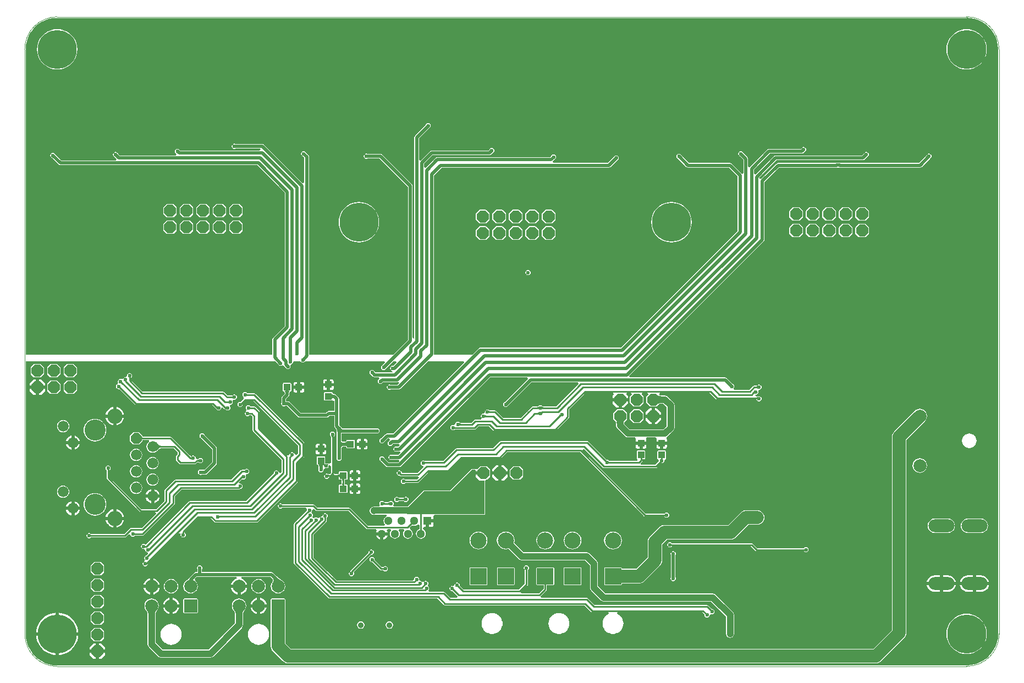
<source format=gbl>
G04 Layer_Physical_Order=2*
G04 Layer_Color=16776960*
%FSLAX44Y44*%
%MOMM*%
G71*
G01*
G75*
%ADD17R,1.1000X1.1000*%
%ADD19R,1.1000X1.1000*%
%ADD51C,0.2540*%
%ADD52C,1.0000*%
%ADD53C,0.5000*%
%ADD54C,2.0000*%
%ADD63C,0.1000*%
%ADD64C,2.0000*%
%ADD65C,1.3000*%
%ADD66R,1.3000X1.3000*%
%ADD67P,2.0345X8X202.5*%
%ADD68C,2.5000*%
%ADD69R,2.5000X2.5000*%
%ADD70O,4.0000X2.0000*%
%ADD71C,2.0000*%
%ADD72R,2.0000X2.0000*%
%ADD73P,2.0345X8X292.5*%
%ADD74C,0.9000*%
%ADD75C,6.0000*%
%ADD76C,2.3550*%
%ADD77C,1.6764*%
%ADD78C,3.2500*%
%ADD79P,1.8145X8X112.5*%
%ADD80C,0.6000*%
G36*
X791608Y-612970D02*
X791437Y-612812D01*
X791252Y-612671D01*
X791052Y-612547D01*
X790837Y-612439D01*
X790607Y-612347D01*
X790362Y-612273D01*
X790102Y-612215D01*
X789827Y-612173D01*
X789537Y-612148D01*
X789232Y-612140D01*
Y-609600D01*
X789537Y-609592D01*
X789827Y-609567D01*
X790102Y-609525D01*
X790362Y-609467D01*
X790607Y-609393D01*
X790837Y-609301D01*
X791052Y-609193D01*
X791252Y-609069D01*
X791437Y-608928D01*
X791608Y-608770D01*
Y-612970D01*
D02*
G37*
G36*
X825843Y-614993D02*
X825631Y-614939D01*
X825417Y-614915D01*
X825202Y-614920D01*
X824986Y-614954D01*
X824768Y-615019D01*
X824548Y-615112D01*
X824327Y-615235D01*
X824105Y-615387D01*
X823881Y-615569D01*
X823655Y-615781D01*
X822498Y-613346D01*
X822711Y-613126D01*
X823254Y-612482D01*
X823402Y-612273D01*
X823650Y-611864D01*
X823749Y-611663D01*
X823832Y-611466D01*
X823899Y-611271D01*
X825843Y-614993D01*
D02*
G37*
G36*
X1123400Y-580235D02*
X1123247Y-580139D01*
X1123086Y-580078D01*
X1122916Y-580051D01*
X1122738Y-580060D01*
X1122551Y-580103D01*
X1122355Y-580181D01*
X1122151Y-580293D01*
X1121938Y-580440D01*
X1121717Y-580622D01*
X1121487Y-580839D01*
X1120080Y-578654D01*
X1122651Y-576301D01*
X1123400Y-580235D01*
D02*
G37*
G36*
X1128158Y-572330D02*
X1127987Y-572172D01*
X1127802Y-572031D01*
X1127602Y-571907D01*
X1127387Y-571799D01*
X1127157Y-571707D01*
X1126912Y-571633D01*
X1126652Y-571575D01*
X1126377Y-571533D01*
X1126087Y-571508D01*
X1125782Y-571500D01*
Y-568960D01*
X1126087Y-568952D01*
X1126377Y-568927D01*
X1126652Y-568885D01*
X1126912Y-568827D01*
X1127157Y-568753D01*
X1127387Y-568661D01*
X1127602Y-568553D01*
X1127802Y-568429D01*
X1127987Y-568288D01*
X1128158Y-568130D01*
Y-572330D01*
D02*
G37*
G36*
X922088Y-623199D02*
X921994Y-623393D01*
X921911Y-623718D01*
X921839Y-624172D01*
X921778Y-624756D01*
X921662Y-627285D01*
X921640Y-629620D01*
X911640D01*
X911634Y-628387D01*
X911286Y-623394D01*
X911192Y-623199D01*
X911087Y-623134D01*
X922193D01*
X922088Y-623199D01*
D02*
G37*
G36*
X661807Y-631058D02*
X661957Y-631222D01*
X662126Y-631367D01*
X662316Y-631492D01*
X662524Y-631599D01*
X662753Y-631685D01*
X663002Y-631753D01*
X663270Y-631801D01*
X663558Y-631830D01*
X663865Y-631840D01*
X663235Y-634380D01*
X662930Y-634386D01*
X662360Y-634434D01*
X662094Y-634475D01*
X661840Y-634529D01*
X661600Y-634594D01*
X661372Y-634671D01*
X661158Y-634760D01*
X660956Y-634861D01*
X660767Y-634974D01*
X661676Y-630874D01*
X661807Y-631058D01*
D02*
G37*
G36*
X708433Y-612738D02*
X708618Y-612879D01*
X708818Y-613003D01*
X709033Y-613111D01*
X709263Y-613203D01*
X709508Y-613277D01*
X709768Y-613335D01*
X710043Y-613377D01*
X710333Y-613402D01*
X710638Y-613410D01*
Y-615950D01*
X710333Y-615958D01*
X710043Y-615983D01*
X709768Y-616025D01*
X709508Y-616083D01*
X709263Y-616157D01*
X709033Y-616249D01*
X708818Y-616357D01*
X708618Y-616481D01*
X708433Y-616622D01*
X708262Y-616780D01*
Y-612580D01*
X708433Y-612738D01*
D02*
G37*
G36*
X669063Y-625438D02*
X669248Y-625579D01*
X669448Y-625703D01*
X669663Y-625811D01*
X669893Y-625902D01*
X670138Y-625977D01*
X670398Y-626035D01*
X670673Y-626077D01*
X670963Y-626102D01*
X671268Y-626110D01*
Y-628650D01*
X670963Y-628658D01*
X670673Y-628683D01*
X670398Y-628725D01*
X670138Y-628783D01*
X669893Y-628857D01*
X669663Y-628949D01*
X669448Y-629057D01*
X669248Y-629181D01*
X669063Y-629322D01*
X668892Y-629480D01*
Y-625280D01*
X669063Y-625438D01*
D02*
G37*
G36*
X796063Y-600038D02*
X796248Y-600179D01*
X796448Y-600303D01*
X796663Y-600411D01*
X796893Y-600503D01*
X797138Y-600577D01*
X797398Y-600635D01*
X797673Y-600677D01*
X797963Y-600702D01*
X798268Y-600710D01*
Y-603250D01*
X797963Y-603258D01*
X797673Y-603283D01*
X797398Y-603325D01*
X797138Y-603383D01*
X796893Y-603457D01*
X796663Y-603549D01*
X796448Y-603657D01*
X796248Y-603781D01*
X796063Y-603922D01*
X795892Y-604080D01*
Y-599880D01*
X796063Y-600038D01*
D02*
G37*
G36*
X791608Y-604080D02*
X791437Y-603922D01*
X791252Y-603781D01*
X791052Y-603657D01*
X790837Y-603549D01*
X790607Y-603457D01*
X790362Y-603383D01*
X790102Y-603325D01*
X789827Y-603283D01*
X789537Y-603258D01*
X789232Y-603250D01*
Y-600710D01*
X789537Y-600702D01*
X789827Y-600677D01*
X790102Y-600635D01*
X790362Y-600577D01*
X790607Y-600503D01*
X790837Y-600411D01*
X791052Y-600303D01*
X791252Y-600179D01*
X791437Y-600038D01*
X791608Y-599880D01*
Y-604080D01*
D02*
G37*
G36*
X1456288Y-1811D02*
X1462507Y-3047D01*
X1468511Y-5086D01*
X1474198Y-7890D01*
X1479471Y-11413D01*
X1484238Y-15594D01*
X1488419Y-20362D01*
X1491942Y-25634D01*
X1494747Y-31321D01*
X1496785Y-37326D01*
X1498022Y-43545D01*
X1498272Y-47359D01*
X1498336Y-49872D01*
X1498336D01*
X1498376Y-50000D01*
Y-950000D01*
X1498571Y-950470D01*
X1498190Y-956288D01*
X1496953Y-962507D01*
X1494914Y-968511D01*
X1492110Y-974198D01*
X1488587Y-979471D01*
X1484406Y-984238D01*
X1479638Y-988419D01*
X1474366Y-991942D01*
X1468679Y-994747D01*
X1462674Y-996785D01*
X1456455Y-998022D01*
X1452641Y-998272D01*
X1450128Y-998336D01*
Y-998336D01*
X1450000Y-998376D01*
X50000D01*
X49531Y-998571D01*
X43713Y-998189D01*
X37493Y-996953D01*
X31489Y-994914D01*
X25802Y-992110D01*
X20529Y-988587D01*
X15762Y-984406D01*
X11581Y-979638D01*
X8058Y-974366D01*
X5253Y-968679D01*
X3215Y-962674D01*
X1978Y-956455D01*
X1728Y-952641D01*
X1664Y-950127D01*
X1664D01*
X1624Y-950000D01*
Y-530000D01*
X385253D01*
X389862Y-534609D01*
X389932Y-534961D01*
X390816Y-536284D01*
X392139Y-537168D01*
X393700Y-537478D01*
X395261Y-537168D01*
X396050Y-536640D01*
X396851Y-536645D01*
X398217Y-536909D01*
X399017Y-537215D01*
X399417Y-537813D01*
X401292Y-539689D01*
X401362Y-540041D01*
X402246Y-541364D01*
X403569Y-542248D01*
X405130Y-542558D01*
X406691Y-542248D01*
X408014Y-541364D01*
X408898Y-540041D01*
X409208Y-538480D01*
X408978Y-537323D01*
X408970Y-536812D01*
X410431Y-534642D01*
X410501Y-534628D01*
X411824Y-533744D01*
X412708Y-532421D01*
X413018Y-530860D01*
X413724Y-530000D01*
X424302D01*
X425106Y-531204D01*
X426429Y-532088D01*
X427990Y-532398D01*
X429551Y-532088D01*
X430874Y-531204D01*
X431678Y-530000D01*
X553835D01*
X554807Y-532347D01*
X551241Y-535912D01*
X550889Y-535982D01*
X549566Y-536866D01*
X548682Y-538189D01*
X548372Y-539750D01*
X548682Y-541311D01*
X549566Y-542634D01*
X550889Y-543518D01*
X552450Y-543828D01*
X554011Y-543518D01*
X555334Y-542634D01*
X556218Y-541311D01*
X556288Y-540959D01*
X567247Y-530000D01*
X571615D01*
X572587Y-532347D01*
X567731Y-537202D01*
X566420Y-536942D01*
X564859Y-537252D01*
X563536Y-538136D01*
X562652Y-539459D01*
X562342Y-541020D01*
X562652Y-542581D01*
X563536Y-543904D01*
X564859Y-544788D01*
X566136Y-547547D01*
X566102Y-547611D01*
X539958D01*
X538508Y-546161D01*
X538438Y-545809D01*
X537554Y-544486D01*
X536231Y-543602D01*
X534670Y-543292D01*
X533109Y-543602D01*
X531786Y-544486D01*
X530902Y-545809D01*
X530592Y-547370D01*
X530902Y-548931D01*
X531786Y-550254D01*
X533109Y-551138D01*
X533461Y-551208D01*
X535957Y-553703D01*
X537114Y-554477D01*
X538480Y-554749D01*
X545323D01*
X545449Y-555054D01*
X545809Y-557572D01*
X544486Y-558456D01*
X543602Y-559779D01*
X543292Y-561340D01*
X543602Y-562901D01*
X544486Y-564224D01*
X545809Y-565108D01*
X547370Y-565418D01*
X548931Y-565108D01*
X550254Y-564224D01*
X551138Y-562901D01*
X551208Y-562549D01*
X551388Y-562369D01*
X573273D01*
X574639Y-562097D01*
X575137Y-561764D01*
X576757Y-563737D01*
X573832Y-566661D01*
X563199D01*
X562901Y-566462D01*
X561340Y-566152D01*
X559779Y-566462D01*
X558456Y-567346D01*
X557572Y-568669D01*
X557262Y-570230D01*
X557572Y-571791D01*
X558456Y-573114D01*
X559779Y-573998D01*
X561340Y-574308D01*
X562901Y-573998D01*
X563199Y-573799D01*
X575310D01*
X576676Y-573527D01*
X577833Y-572753D01*
X620587Y-530000D01*
X675755D01*
X676727Y-532347D01*
X567482Y-641591D01*
X557530D01*
X556164Y-641863D01*
X555007Y-642637D01*
X548701Y-648942D01*
X548349Y-649012D01*
X547026Y-649896D01*
X546142Y-651219D01*
X545832Y-652780D01*
X546142Y-654341D01*
X547026Y-655664D01*
X548349Y-656548D01*
X549910Y-656858D01*
X551471Y-656548D01*
X552794Y-655664D01*
X553678Y-654341D01*
X553748Y-653989D01*
X559008Y-648729D01*
X561497D01*
X562435Y-651189D01*
X561224Y-652787D01*
X561049Y-652822D01*
X559726Y-653706D01*
X558842Y-655029D01*
X558532Y-656590D01*
X558842Y-658151D01*
X559726Y-659474D01*
X561049Y-660358D01*
X562610Y-660668D01*
X564171Y-660358D01*
X565494Y-659474D01*
X566378Y-658151D01*
X566448Y-657799D01*
X566628Y-657619D01*
X575310D01*
X575925Y-657496D01*
X577183Y-659830D01*
X575072Y-661941D01*
X573329D01*
X573031Y-661742D01*
X571470Y-661432D01*
X569909Y-661742D01*
X568586Y-662626D01*
X567702Y-663949D01*
X567392Y-665510D01*
X567702Y-667071D01*
X568586Y-668394D01*
X569909Y-669278D01*
X571470Y-669588D01*
X573031Y-669278D01*
X573329Y-669079D01*
X576550D01*
X577165Y-668956D01*
X578423Y-671290D01*
X575102Y-674611D01*
X565739D01*
X565441Y-674412D01*
X563880Y-674102D01*
X562319Y-674412D01*
X560996Y-675296D01*
X560112Y-676619D01*
X559802Y-678180D01*
X560112Y-679741D01*
X560996Y-681064D01*
X562319Y-681948D01*
X563880Y-682258D01*
X565441Y-681948D01*
X565739Y-681749D01*
X575803D01*
X576866Y-683750D01*
X576932Y-684211D01*
X575102Y-686041D01*
X560278D01*
X553748Y-679511D01*
X553678Y-679159D01*
X552794Y-677836D01*
X551471Y-676952D01*
X549910Y-676642D01*
X548349Y-676952D01*
X547026Y-677836D01*
X546142Y-679159D01*
X545832Y-680720D01*
X546142Y-682281D01*
X547026Y-683604D01*
X548349Y-684488D01*
X548701Y-684558D01*
X556277Y-692133D01*
X557434Y-692907D01*
X558800Y-693179D01*
X576580D01*
X577946Y-692907D01*
X579103Y-692133D01*
X716488Y-554749D01*
X773923D01*
X774975Y-557289D01*
X739201Y-593062D01*
X738849Y-593132D01*
X737526Y-594016D01*
X736642Y-595339D01*
X736332Y-596900D01*
X736642Y-598461D01*
X737526Y-599784D01*
X738849Y-600668D01*
X740410Y-600978D01*
X741971Y-600668D01*
X743294Y-599784D01*
X744178Y-598461D01*
X744248Y-598109D01*
X779988Y-562369D01*
X851896D01*
X852948Y-564909D01*
X818191Y-599665D01*
X798381D01*
X798297Y-599628D01*
X798024Y-599621D01*
X797800Y-599601D01*
X797597Y-599571D01*
X797414Y-599530D01*
X797251Y-599480D01*
X797106Y-599423D01*
X796978Y-599358D01*
X796863Y-599287D01*
X796760Y-599208D01*
X796628Y-599086D01*
X796607Y-599078D01*
X795311Y-598212D01*
X793750Y-597902D01*
X792189Y-598212D01*
X790893Y-599078D01*
X790872Y-599086D01*
X790740Y-599208D01*
X790637Y-599287D01*
X790522Y-599358D01*
X790394Y-599423D01*
X790249Y-599480D01*
X790086Y-599530D01*
X789903Y-599571D01*
X789700Y-599601D01*
X789476Y-599621D01*
X789203Y-599628D01*
X789119Y-599665D01*
X782320D01*
X781434Y-599842D01*
X780683Y-600343D01*
X774223Y-606803D01*
X773841Y-607376D01*
X763771Y-617445D01*
X736289D01*
X725647Y-606803D01*
X724896Y-606302D01*
X724010Y-606125D01*
X716991D01*
X716907Y-606088D01*
X716634Y-606081D01*
X716410Y-606061D01*
X716207Y-606031D01*
X716024Y-605990D01*
X715861Y-605940D01*
X715716Y-605883D01*
X715588Y-605818D01*
X715473Y-605747D01*
X715370Y-605668D01*
X715238Y-605546D01*
X715217Y-605538D01*
X713921Y-604672D01*
X712360Y-604362D01*
X710799Y-604672D01*
X709476Y-605556D01*
X708592Y-606879D01*
X708282Y-608440D01*
X708294Y-608499D01*
X706179Y-610613D01*
X706120Y-610602D01*
X704559Y-610912D01*
X703236Y-611796D01*
X702352Y-613119D01*
X702042Y-614680D01*
X702352Y-616241D01*
X703157Y-617445D01*
X703019Y-618118D01*
X702289Y-619986D01*
X693420D01*
X692534Y-620162D01*
X691783Y-620663D01*
X687381Y-625065D01*
X671381D01*
X671297Y-625028D01*
X671024Y-625021D01*
X670800Y-625001D01*
X670597Y-624971D01*
X670414Y-624930D01*
X670251Y-624880D01*
X670106Y-624823D01*
X669978Y-624758D01*
X669863Y-624687D01*
X669760Y-624608D01*
X669628Y-624486D01*
X669607Y-624478D01*
X668311Y-623612D01*
X666750Y-623302D01*
X665189Y-623612D01*
X663866Y-624496D01*
X662982Y-625819D01*
X662745Y-627010D01*
X661602Y-627946D01*
X660329Y-628620D01*
X659130Y-628382D01*
X657569Y-628692D01*
X656246Y-629576D01*
X655362Y-630899D01*
X655052Y-632460D01*
X655362Y-634021D01*
X656246Y-635344D01*
X657569Y-636228D01*
X659130Y-636538D01*
X660691Y-636228D01*
X661135Y-635931D01*
X661322Y-635904D01*
X661476Y-635811D01*
X661608Y-635746D01*
X661754Y-635685D01*
X661916Y-635630D01*
X662094Y-635581D01*
X662289Y-635540D01*
X662488Y-635509D01*
X662986Y-635467D01*
X663256Y-635462D01*
X663343Y-635424D01*
X692770D01*
X693656Y-635248D01*
X694407Y-634747D01*
X698839Y-630314D01*
X714671D01*
X720993Y-636637D01*
X721744Y-637138D01*
X722630Y-637314D01*
X816610D01*
X817496Y-637138D01*
X818247Y-636637D01*
X837297Y-617587D01*
X837798Y-616836D01*
X837974Y-615950D01*
Y-604209D01*
X863289Y-578895D01*
X905947D01*
X906919Y-581241D01*
X905411Y-582750D01*
X904849Y-583590D01*
X904652Y-584581D01*
Y-586780D01*
X928627D01*
Y-584581D01*
X928430Y-583590D01*
X927869Y-582750D01*
X926360Y-581241D01*
X927332Y-578895D01*
X933206D01*
X934258Y-581435D01*
X931877Y-583815D01*
X931877Y-583816D01*
X931560Y-584581D01*
X931560Y-584581D01*
Y-593979D01*
X931877Y-594744D01*
X936575Y-599443D01*
X936576Y-599443D01*
X937341Y-599761D01*
X937341Y-599760D01*
X946739D01*
X947504Y-599443D01*
X952203Y-594744D01*
X952203Y-594744D01*
X952521Y-593979D01*
X952520Y-593979D01*
Y-584581D01*
X952203Y-583816D01*
X949822Y-581435D01*
X950874Y-578895D01*
X958606D01*
X959658Y-581435D01*
X957277Y-583815D01*
X957277Y-583816D01*
X956960Y-584581D01*
X956960Y-584581D01*
Y-593979D01*
X957277Y-594744D01*
X961975Y-599443D01*
X961976Y-599443D01*
X962741Y-599761D01*
X962741Y-599760D01*
X972139D01*
X972904Y-599443D01*
X976006Y-596342D01*
X976270Y-596248D01*
X977573Y-595937D01*
X979144Y-595691D01*
X982998Y-595410D01*
X988292Y-600704D01*
Y-629926D01*
X982986Y-635233D01*
X930904D01*
X922757Y-627086D01*
Y-627026D01*
X922858Y-624836D01*
X922913Y-624313D01*
X922965Y-623983D01*
X926803Y-620145D01*
X926803Y-620144D01*
X927120Y-619379D01*
X927120Y-619379D01*
Y-609981D01*
X926803Y-609216D01*
X922104Y-604517D01*
X922104Y-604517D01*
X921339Y-604199D01*
X921339Y-604200D01*
X911941D01*
X911175Y-604517D01*
X906477Y-609216D01*
X906476Y-609216D01*
X906159Y-609981D01*
X906159Y-609981D01*
Y-619379D01*
X906476Y-620144D01*
X910236Y-623904D01*
X910522Y-628001D01*
Y-629620D01*
X910988Y-631961D01*
X912314Y-633946D01*
X924044Y-645676D01*
X926029Y-647002D01*
X928370Y-647467D01*
X939651D01*
X940797Y-649989D01*
X940600Y-650980D01*
Y-653980D01*
X948690D01*
X956780D01*
Y-650980D01*
X956583Y-649989D01*
X957729Y-647467D01*
X971401D01*
X972547Y-649989D01*
X972350Y-650980D01*
Y-653980D01*
X980440D01*
X988530D01*
Y-650980D01*
X988333Y-649989D01*
X988043Y-649556D01*
X987965Y-648461D01*
X988496Y-646578D01*
X989846Y-645676D01*
X998736Y-636786D01*
X1000062Y-634801D01*
X1000527Y-632460D01*
Y-598170D01*
X1000062Y-595829D01*
X998736Y-593844D01*
X989846Y-584954D01*
X987861Y-583628D01*
X985520Y-583162D01*
X984453D01*
X981002Y-583051D01*
X979157Y-582871D01*
X977573Y-582623D01*
X977395Y-582580D01*
X976690Y-581435D01*
X978110Y-578895D01*
X1054411D01*
X1063893Y-588377D01*
X1064644Y-588878D01*
X1065530Y-589054D01*
X1125383D01*
X1125465Y-589092D01*
X1125738Y-589100D01*
X1125939Y-589122D01*
X1126102Y-589153D01*
X1126225Y-589189D01*
X1126311Y-589226D01*
X1126365Y-589258D01*
X1126396Y-589283D01*
X1126414Y-589303D01*
X1126430Y-589328D01*
X1126478Y-589439D01*
X1126513Y-589472D01*
X1126532Y-589571D01*
X1127416Y-590894D01*
X1128739Y-591778D01*
X1130300Y-592088D01*
X1131861Y-591778D01*
X1133184Y-590894D01*
X1134068Y-589571D01*
X1134378Y-588010D01*
X1134068Y-586449D01*
X1133184Y-585126D01*
X1131861Y-584242D01*
X1130300Y-583932D01*
X1128966Y-584197D01*
X1128861Y-584190D01*
X1128768Y-584222D01*
X1128514Y-584283D01*
X1128402Y-584301D01*
X1127182Y-584385D01*
X1126895Y-584388D01*
X1126805Y-584426D01*
X1125647D01*
X1124566Y-581885D01*
X1124637Y-581812D01*
X1125220Y-581928D01*
X1126781Y-581618D01*
X1128104Y-580734D01*
X1128988Y-579411D01*
X1129298Y-577850D01*
X1129060Y-576651D01*
X1129734Y-575378D01*
X1130670Y-574235D01*
X1131861Y-573998D01*
X1133184Y-573114D01*
X1134068Y-571791D01*
X1134378Y-570230D01*
X1134068Y-568669D01*
X1133184Y-567346D01*
X1131861Y-566462D01*
X1130300Y-566152D01*
X1128739Y-566462D01*
X1127443Y-567328D01*
X1127422Y-567336D01*
X1127290Y-567458D01*
X1127187Y-567537D01*
X1127072Y-567608D01*
X1126944Y-567673D01*
X1126799Y-567730D01*
X1126636Y-567780D01*
X1126453Y-567821D01*
X1126250Y-567851D01*
X1126026Y-567871D01*
X1125753Y-567878D01*
X1125669Y-567915D01*
X1122680D01*
X1121794Y-568092D01*
X1121043Y-568593D01*
X1115371Y-574266D01*
X1092221D01*
X1091491Y-572398D01*
X1091353Y-571726D01*
X1092158Y-570521D01*
X1092468Y-568960D01*
X1092158Y-567399D01*
X1091274Y-566076D01*
X1089951Y-565192D01*
X1089599Y-565122D01*
X1080753Y-556277D01*
X1079596Y-555503D01*
X1078230Y-555231D01*
X931687D01*
X930635Y-552691D01*
X1137903Y-345423D01*
X1138677Y-344266D01*
X1138949Y-342900D01*
Y-254208D01*
X1160988Y-232169D01*
X1249378D01*
X1250132Y-232019D01*
X1254308D01*
X1255062Y-232169D01*
X1377950D01*
X1379316Y-231897D01*
X1380473Y-231123D01*
X1393129Y-218468D01*
X1393481Y-218398D01*
X1394804Y-217514D01*
X1395688Y-216191D01*
X1395998Y-214630D01*
X1395688Y-213069D01*
X1394804Y-211746D01*
X1393481Y-210862D01*
X1391920Y-210552D01*
X1390359Y-210862D01*
X1389036Y-211746D01*
X1388152Y-213069D01*
X1388082Y-213421D01*
X1376472Y-225031D01*
X1255666D01*
X1254912Y-224881D01*
X1249528D01*
X1248774Y-225031D01*
X1159510D01*
X1158144Y-225303D01*
X1156987Y-226077D01*
X1133373Y-249690D01*
X1131417Y-249316D01*
X1130696Y-248869D01*
X1130495Y-247421D01*
X1157178Y-220739D01*
X1290320D01*
X1291686Y-220467D01*
X1292843Y-219693D01*
X1296609Y-215928D01*
X1296961Y-215858D01*
X1298284Y-214974D01*
X1299168Y-213651D01*
X1299478Y-212090D01*
X1299168Y-210529D01*
X1298284Y-209206D01*
X1296961Y-208322D01*
X1295400Y-208012D01*
X1293839Y-208322D01*
X1292516Y-209206D01*
X1291632Y-210529D01*
X1291562Y-210881D01*
X1288842Y-213601D01*
X1155700D01*
X1154334Y-213873D01*
X1153177Y-214647D01*
X1124979Y-242845D01*
X1122439Y-241793D01*
Y-235158D01*
X1147018Y-210579D01*
X1196340D01*
X1197706Y-210307D01*
X1198863Y-209533D01*
X1200089Y-208308D01*
X1200441Y-208238D01*
X1201764Y-207354D01*
X1202648Y-206031D01*
X1202958Y-204470D01*
X1202648Y-202909D01*
X1201764Y-201586D01*
X1200441Y-200702D01*
X1198880Y-200392D01*
X1197319Y-200702D01*
X1195996Y-201586D01*
X1195112Y-202909D01*
X1195042Y-203261D01*
X1194862Y-203441D01*
X1145540D01*
X1144174Y-203713D01*
X1143017Y-204487D01*
X1116347Y-231157D01*
X1116089Y-231543D01*
X1113549Y-230772D01*
Y-218440D01*
X1113277Y-217074D01*
X1112503Y-215917D01*
X1106198Y-209611D01*
X1106128Y-209259D01*
X1105244Y-207936D01*
X1103921Y-207052D01*
X1102360Y-206742D01*
X1100799Y-207052D01*
X1099476Y-207936D01*
X1098592Y-209259D01*
X1098282Y-210820D01*
X1098592Y-212381D01*
X1099476Y-213704D01*
X1100799Y-214588D01*
X1101151Y-214658D01*
X1106411Y-219918D01*
Y-240932D01*
X1103871Y-241703D01*
X1103613Y-241317D01*
X1088373Y-226077D01*
X1087216Y-225303D01*
X1085850Y-225031D01*
X1022558D01*
X1010948Y-213421D01*
X1010878Y-213069D01*
X1009994Y-211746D01*
X1008671Y-210862D01*
X1007110Y-210552D01*
X1005549Y-210862D01*
X1004226Y-211746D01*
X1003342Y-213069D01*
X1003032Y-214630D01*
X1003342Y-216191D01*
X1004226Y-217514D01*
X1005549Y-218398D01*
X1005901Y-218468D01*
X1018557Y-231123D01*
X1019714Y-231897D01*
X1021080Y-232169D01*
X1084372D01*
X1097521Y-245318D01*
Y-329992D01*
X918002Y-509511D01*
X701040D01*
X699674Y-509783D01*
X698517Y-510557D01*
X689073Y-520000D01*
X630146D01*
X629679Y-519430D01*
Y-244048D01*
X641558Y-232169D01*
X899160D01*
X900526Y-231897D01*
X901683Y-231123D01*
X911799Y-221008D01*
X912151Y-220938D01*
X913474Y-220054D01*
X914358Y-218731D01*
X914668Y-217170D01*
X914358Y-215609D01*
X913474Y-214286D01*
X912151Y-213402D01*
X910590Y-213092D01*
X909029Y-213402D01*
X907706Y-214286D01*
X906822Y-215609D01*
X906752Y-215961D01*
X897682Y-225031D01*
X813168D01*
X812397Y-222491D01*
X812783Y-222233D01*
X815279Y-219738D01*
X815631Y-219668D01*
X816954Y-218784D01*
X817838Y-217461D01*
X818148Y-215900D01*
X817838Y-214339D01*
X816954Y-213016D01*
X815631Y-212132D01*
X814070Y-211822D01*
X812509Y-212132D01*
X811186Y-213016D01*
X810302Y-214339D01*
X810232Y-214691D01*
X808782Y-216141D01*
X635000D01*
X633634Y-216413D01*
X632477Y-217187D01*
X616979Y-232685D01*
X614439Y-231633D01*
Y-226268D01*
X627588Y-213119D01*
X715010D01*
X716376Y-212847D01*
X717533Y-212073D01*
X720029Y-209578D01*
X720381Y-209508D01*
X721704Y-208624D01*
X722588Y-207301D01*
X722898Y-205740D01*
X722588Y-204179D01*
X721704Y-202856D01*
X720381Y-201972D01*
X718820Y-201662D01*
X717259Y-201972D01*
X715936Y-202856D01*
X715052Y-204179D01*
X714982Y-204531D01*
X713532Y-205981D01*
X626110D01*
X624744Y-206253D01*
X623587Y-207027D01*
X609359Y-221255D01*
X606819Y-220203D01*
Y-186898D01*
X622239Y-171478D01*
X622591Y-171408D01*
X623914Y-170524D01*
X624798Y-169201D01*
X625108Y-167640D01*
X624798Y-166079D01*
X623914Y-164756D01*
X622591Y-163872D01*
X621030Y-163562D01*
X619469Y-163872D01*
X618146Y-164756D01*
X617262Y-166079D01*
X617192Y-166431D01*
X600727Y-182897D01*
X599953Y-184054D01*
X599681Y-185420D01*
Y-495475D01*
X599619Y-495517D01*
X597079Y-494159D01*
Y-260350D01*
X596807Y-258984D01*
X596033Y-257827D01*
X550313Y-212107D01*
X549156Y-211333D01*
X547790Y-211061D01*
X527639D01*
X527341Y-210862D01*
X525780Y-210552D01*
X524219Y-210862D01*
X522896Y-211746D01*
X522012Y-213069D01*
X521702Y-214630D01*
X522012Y-216191D01*
X522896Y-217514D01*
X524219Y-218398D01*
X525780Y-218708D01*
X527341Y-218398D01*
X527639Y-218199D01*
X546312D01*
X589941Y-261828D01*
Y-497212D01*
X567153Y-520000D01*
X437589D01*
Y-215580D01*
X437317Y-214214D01*
X436543Y-213057D01*
X433098Y-209611D01*
X433028Y-209259D01*
X432144Y-207936D01*
X430821Y-207052D01*
X429260Y-206742D01*
X427699Y-207052D01*
X426376Y-207936D01*
X425492Y-209259D01*
X425182Y-210820D01*
X425492Y-212381D01*
X426376Y-213704D01*
X427699Y-214588D01*
X428051Y-214658D01*
X430451Y-217058D01*
Y-255203D01*
X427911Y-256255D01*
X368523Y-196867D01*
X367365Y-196093D01*
X365999Y-195821D01*
X324439D01*
X324141Y-195622D01*
X322580Y-195312D01*
X321019Y-195622D01*
X319696Y-196506D01*
X318812Y-197829D01*
X318502Y-199390D01*
X318812Y-200951D01*
X319696Y-202274D01*
X321019Y-203158D01*
X322580Y-203468D01*
X324141Y-203158D01*
X324439Y-202959D01*
X362681D01*
X363111Y-203601D01*
X361753Y-206141D01*
X239128D01*
X238788Y-205801D01*
X238718Y-205449D01*
X237834Y-204126D01*
X236511Y-203242D01*
X234950Y-202932D01*
X233389Y-203242D01*
X232066Y-204126D01*
X231182Y-205449D01*
X230872Y-207010D01*
X231182Y-208571D01*
X232066Y-209894D01*
X233389Y-210778D01*
X233134Y-213317D01*
X232983Y-213681D01*
X146338D01*
X143538Y-210881D01*
X143468Y-210529D01*
X142584Y-209206D01*
X141261Y-208322D01*
X139700Y-208012D01*
X138139Y-208322D01*
X136816Y-209206D01*
X135932Y-210529D01*
X135622Y-212090D01*
X135932Y-213651D01*
X136816Y-214974D01*
X138139Y-215858D01*
X138491Y-215928D01*
X141245Y-218681D01*
X140193Y-221221D01*
X56088D01*
X47018Y-212151D01*
X46948Y-211799D01*
X46064Y-210476D01*
X44741Y-209592D01*
X43180Y-209282D01*
X41619Y-209592D01*
X40296Y-210476D01*
X39412Y-211799D01*
X39102Y-213360D01*
X39412Y-214921D01*
X40296Y-216244D01*
X41619Y-217128D01*
X41971Y-217198D01*
X52087Y-227313D01*
X53244Y-228087D01*
X54610Y-228359D01*
X357932D01*
X400291Y-270718D01*
Y-476042D01*
X382287Y-494047D01*
X381513Y-495204D01*
X381241Y-496570D01*
Y-520000D01*
X1624D01*
Y-50000D01*
X1429Y-49531D01*
X1811Y-43713D01*
X3047Y-37493D01*
X5086Y-31489D01*
X7890Y-25802D01*
X11413Y-20529D01*
X15594Y-15762D01*
X20362Y-11581D01*
X25634Y-8058D01*
X31321Y-5253D01*
X37326Y-3215D01*
X43545Y-1978D01*
X47359Y-1728D01*
X49872Y-1664D01*
Y-1664D01*
X50000Y-1624D01*
X1450000D01*
X1450470Y-1429D01*
X1456288Y-1811D01*
D02*
G37*
G36*
X972903Y-581271D02*
X973285Y-581902D01*
X973922Y-582460D01*
X974815Y-582943D01*
X975962Y-583351D01*
X977363Y-583686D01*
X979020Y-583946D01*
X980932Y-584131D01*
X985520Y-584280D01*
Y-594280D01*
X983099Y-594317D01*
X979020Y-594614D01*
X977363Y-594874D01*
X975962Y-595209D01*
X974815Y-595617D01*
X973922Y-596100D01*
X973285Y-596658D01*
X972903Y-597289D01*
X972775Y-597995D01*
X972775Y-580565D01*
X972903Y-581271D01*
D02*
G37*
G36*
X1127470Y-589006D02*
X1127387Y-588816D01*
X1127279Y-588647D01*
X1127146Y-588498D01*
X1126987Y-588368D01*
X1126802Y-588259D01*
X1126593Y-588169D01*
X1126358Y-588100D01*
X1126097Y-588050D01*
X1125811Y-588020D01*
X1125500Y-588010D01*
X1126904Y-585470D01*
X1127224Y-585467D01*
X1128527Y-585378D01*
X1128728Y-585345D01*
X1129071Y-585263D01*
X1129212Y-585214D01*
X1127470Y-589006D01*
D02*
G37*
G36*
X714673Y-606498D02*
X714858Y-606639D01*
X715058Y-606763D01*
X715273Y-606871D01*
X715503Y-606963D01*
X715748Y-607037D01*
X716008Y-607095D01*
X716283Y-607137D01*
X716573Y-607162D01*
X716878Y-607170D01*
Y-609710D01*
X716573Y-609718D01*
X716283Y-609743D01*
X716008Y-609785D01*
X715748Y-609843D01*
X715503Y-609917D01*
X715273Y-610009D01*
X715058Y-610117D01*
X714858Y-610241D01*
X714673Y-610382D01*
X714502Y-610540D01*
Y-606340D01*
X714673Y-606498D01*
D02*
G37*
%LPC*%
G36*
X152559Y-774670D02*
X140950D01*
Y-786279D01*
X142187Y-786116D01*
X145669Y-784674D01*
X148659Y-782380D01*
X150954Y-779389D01*
X152396Y-775907D01*
X152559Y-774670D01*
D02*
G37*
G36*
X135950D02*
X124341D01*
X124503Y-775907D01*
X125946Y-779389D01*
X128240Y-782380D01*
X131231Y-784674D01*
X134713Y-786116D01*
X135950Y-786279D01*
Y-774670D01*
D02*
G37*
G36*
X84837Y-759170D02*
X76650D01*
Y-767357D01*
X77001Y-767311D01*
X79658Y-766210D01*
X81940Y-764460D01*
X83690Y-762178D01*
X84791Y-759521D01*
X84837Y-759170D01*
D02*
G37*
G36*
X628850Y-778470D02*
X622260D01*
Y-785060D01*
X626260D01*
X627251Y-784863D01*
X628091Y-784301D01*
X628653Y-783461D01*
X628850Y-782470D01*
Y-778470D01*
D02*
G37*
G36*
X135950Y-758061D02*
X134713Y-758223D01*
X131231Y-759666D01*
X128240Y-761961D01*
X125946Y-764951D01*
X124503Y-768433D01*
X124341Y-769670D01*
X135950D01*
Y-758061D01*
D02*
G37*
G36*
X140950D02*
Y-769670D01*
X152559D01*
X152396Y-768433D01*
X150954Y-764951D01*
X148659Y-761961D01*
X145669Y-759666D01*
X142187Y-758223D01*
X140950Y-758061D01*
D02*
G37*
G36*
X1471970Y-772495D02*
X1451970D01*
X1449098Y-772873D01*
X1446423Y-773981D01*
X1444125Y-775745D01*
X1442361Y-778043D01*
X1441253Y-780718D01*
X1440875Y-783590D01*
X1441253Y-786462D01*
X1442361Y-789137D01*
X1444125Y-791435D01*
X1446423Y-793198D01*
X1449098Y-794307D01*
X1451970Y-794685D01*
X1471970D01*
X1474842Y-794307D01*
X1477517Y-793198D01*
X1479815Y-791435D01*
X1481579Y-789137D01*
X1482687Y-786462D01*
X1483065Y-783590D01*
X1482687Y-780718D01*
X1481579Y-778043D01*
X1479815Y-775745D01*
X1477517Y-773981D01*
X1474842Y-772873D01*
X1471970Y-772495D01*
D02*
G37*
G36*
X843280Y-792444D02*
X839756Y-792908D01*
X836472Y-794268D01*
X833652Y-796432D01*
X831488Y-799252D01*
X830127Y-802536D01*
X829663Y-806060D01*
X830127Y-809584D01*
X831488Y-812868D01*
X833652Y-815688D01*
X836472Y-817852D01*
X839756Y-819213D01*
X843280Y-819677D01*
X846804Y-819213D01*
X850088Y-817852D01*
X852908Y-815688D01*
X855072Y-812868D01*
X856432Y-809584D01*
X856897Y-806060D01*
X856432Y-802536D01*
X855072Y-799252D01*
X852908Y-796432D01*
X850088Y-794268D01*
X846804Y-792908D01*
X843280Y-792444D01*
D02*
G37*
G36*
X905510D02*
X901986Y-792908D01*
X898702Y-794268D01*
X895882Y-796432D01*
X893718Y-799252D01*
X892357Y-802536D01*
X891893Y-806060D01*
X892357Y-809584D01*
X893718Y-812868D01*
X895882Y-815688D01*
X898702Y-817852D01*
X901986Y-819213D01*
X905510Y-819677D01*
X909034Y-819213D01*
X912318Y-817852D01*
X915138Y-815688D01*
X917302Y-812868D01*
X918662Y-809584D01*
X919127Y-806060D01*
X918662Y-802536D01*
X917302Y-799252D01*
X915138Y-796432D01*
X912318Y-794268D01*
X909034Y-792908D01*
X905510Y-792444D01*
D02*
G37*
G36*
X698410D02*
X694886Y-792908D01*
X691602Y-794268D01*
X688782Y-796432D01*
X686618Y-799252D01*
X685257Y-802536D01*
X684794Y-806060D01*
X685257Y-809584D01*
X686618Y-812868D01*
X688782Y-815688D01*
X691602Y-817852D01*
X694886Y-819213D01*
X698410Y-819677D01*
X701934Y-819213D01*
X705218Y-817852D01*
X708038Y-815688D01*
X710202Y-812868D01*
X711562Y-809584D01*
X712027Y-806060D01*
X711562Y-802536D01*
X710202Y-799252D01*
X708038Y-796432D01*
X705218Y-794268D01*
X701934Y-792908D01*
X698410Y-792444D01*
D02*
G37*
G36*
X801280D02*
X797756Y-792908D01*
X794472Y-794268D01*
X791652Y-796432D01*
X789488Y-799252D01*
X788128Y-802536D01*
X787664Y-806060D01*
X788128Y-809584D01*
X789488Y-812868D01*
X791652Y-815688D01*
X794472Y-817852D01*
X797756Y-819213D01*
X801280Y-819677D01*
X804804Y-819213D01*
X808088Y-817852D01*
X810908Y-815688D01*
X813072Y-812868D01*
X814433Y-809584D01*
X814896Y-806060D01*
X814433Y-802536D01*
X813072Y-799252D01*
X810908Y-796432D01*
X808088Y-794268D01*
X804804Y-792908D01*
X801280Y-792444D01*
D02*
G37*
G36*
X993140Y-808722D02*
X991579Y-809032D01*
X990256Y-809916D01*
X989372Y-811239D01*
X989062Y-812800D01*
X989372Y-814361D01*
X990256Y-815684D01*
X991579Y-816568D01*
X993140Y-816878D01*
X994701Y-816568D01*
X996024Y-815684D01*
X996404Y-815115D01*
X1117911D01*
X1124853Y-822057D01*
X1125604Y-822558D01*
X1126490Y-822735D01*
X1199426D01*
X1199806Y-823304D01*
X1201129Y-824188D01*
X1202690Y-824498D01*
X1204251Y-824188D01*
X1205574Y-823304D01*
X1206458Y-821981D01*
X1206768Y-820420D01*
X1206458Y-818859D01*
X1205574Y-817536D01*
X1204251Y-816652D01*
X1202690Y-816342D01*
X1201129Y-816652D01*
X1199806Y-817536D01*
X1199426Y-818105D01*
X1127449D01*
X1120507Y-811163D01*
X1119756Y-810662D01*
X1118870Y-810486D01*
X996404D01*
X996024Y-809916D01*
X994701Y-809032D01*
X993140Y-808722D01*
D02*
G37*
G36*
X558509Y-798470D02*
X552260D01*
Y-804719D01*
X554319Y-803866D01*
X556207Y-802417D01*
X557656Y-800529D01*
X558509Y-798470D01*
D02*
G37*
G36*
X1420970Y-772495D02*
X1400970D01*
X1398098Y-772873D01*
X1395423Y-773981D01*
X1393125Y-775745D01*
X1391362Y-778043D01*
X1390253Y-780718D01*
X1389875Y-783590D01*
X1390253Y-786462D01*
X1391362Y-789137D01*
X1393125Y-791435D01*
X1395423Y-793198D01*
X1398098Y-794307D01*
X1400970Y-794685D01*
X1420970D01*
X1423842Y-794307D01*
X1426517Y-793198D01*
X1428815Y-791435D01*
X1430578Y-789137D01*
X1431687Y-786462D01*
X1432065Y-783590D01*
X1431687Y-780718D01*
X1430578Y-778043D01*
X1428815Y-775745D01*
X1426517Y-773981D01*
X1423842Y-772873D01*
X1420970Y-772495D01*
D02*
G37*
G36*
X533400Y-820152D02*
X531839Y-820462D01*
X530516Y-821346D01*
X529632Y-822669D01*
X529322Y-824230D01*
X529455Y-824902D01*
X501283Y-853073D01*
X500782Y-853824D01*
X500772Y-853875D01*
X500036Y-854366D01*
X499152Y-855689D01*
X498842Y-857250D01*
X499152Y-858811D01*
X500036Y-860134D01*
X501359Y-861018D01*
X502920Y-861328D01*
X504481Y-861018D01*
X505804Y-860134D01*
X506688Y-858811D01*
X506998Y-857250D01*
X506688Y-855689D01*
X506097Y-854806D01*
X532728Y-828175D01*
X533400Y-828308D01*
X534961Y-827998D01*
X536284Y-827114D01*
X537168Y-825791D01*
X537478Y-824230D01*
X537168Y-822669D01*
X536284Y-821346D01*
X534961Y-820462D01*
X533400Y-820152D01*
D02*
G37*
G36*
X547260Y-798470D02*
X541011D01*
X541864Y-800529D01*
X543313Y-802417D01*
X545201Y-803866D01*
X547260Y-804719D01*
Y-798470D01*
D02*
G37*
G36*
X516200Y-708620D02*
X510610D01*
Y-714210D01*
X513610D01*
X514601Y-714013D01*
X515441Y-713451D01*
X516003Y-712611D01*
X516200Y-711620D01*
Y-708620D01*
D02*
G37*
G36*
X761619Y-691830D02*
X761619Y-691830D01*
X752221D01*
X751456Y-692147D01*
X746757Y-696845D01*
X746757Y-696846D01*
X746440Y-697611D01*
X746440Y-697611D01*
Y-707009D01*
X746757Y-707774D01*
X751456Y-712473D01*
X751456Y-712473D01*
X752221Y-712791D01*
X752221Y-712790D01*
X761619D01*
X762384Y-712473D01*
X767083Y-707775D01*
X767083Y-707774D01*
X767401Y-707009D01*
X767400Y-707009D01*
Y-697611D01*
X767083Y-696846D01*
X762384Y-692147D01*
Y-692147D01*
X761619Y-691830D01*
D02*
G37*
G36*
X171450Y-690307D02*
X169001Y-690630D01*
X166719Y-691575D01*
X164759Y-693079D01*
X163255Y-695039D01*
X162309Y-697321D01*
X161987Y-699770D01*
X162309Y-702219D01*
X163255Y-704501D01*
X164759Y-706461D01*
X166719Y-707965D01*
X169001Y-708911D01*
X171450Y-709233D01*
X173899Y-708911D01*
X176182Y-707965D01*
X178141Y-706461D01*
X179645Y-704501D01*
X180590Y-702219D01*
X180913Y-699770D01*
X180590Y-697321D01*
X179645Y-695039D01*
X178141Y-693079D01*
X176182Y-691575D01*
X173899Y-690630D01*
X171450Y-690307D01*
D02*
G37*
G36*
X505610Y-708620D02*
X500020D01*
Y-711620D01*
X500217Y-712611D01*
X500779Y-713451D01*
X501619Y-714013D01*
X502610Y-714210D01*
X505610D01*
Y-708620D01*
D02*
G37*
G36*
X196850Y-703007D02*
X194401Y-703329D01*
X192118Y-704275D01*
X190159Y-705779D01*
X188655Y-707738D01*
X187710Y-710021D01*
X187387Y-712470D01*
X187710Y-714919D01*
X188655Y-717202D01*
X190159Y-719161D01*
X192118Y-720665D01*
X194401Y-721610D01*
X196850Y-721933D01*
X199299Y-721610D01*
X201581Y-720665D01*
X203541Y-719161D01*
X205045Y-717202D01*
X205991Y-714919D01*
X206313Y-712470D01*
X205991Y-710021D01*
X205045Y-707738D01*
X203541Y-705779D01*
X201581Y-704275D01*
X199299Y-703329D01*
X196850Y-703007D01*
D02*
G37*
G36*
X729020Y-704810D02*
X719532D01*
Y-707009D01*
X719729Y-708000D01*
X720291Y-708840D01*
X724989Y-713539D01*
X725830Y-714101D01*
X726821Y-714298D01*
X729020D01*
Y-704810D01*
D02*
G37*
G36*
X743508D02*
X734020D01*
Y-714298D01*
X736219D01*
X737210Y-714101D01*
X738050Y-713539D01*
X742749Y-708840D01*
X743310Y-708000D01*
X743508Y-707009D01*
Y-704810D01*
D02*
G37*
G36*
X729020Y-690322D02*
X726821D01*
X725830Y-690519D01*
X724989Y-691081D01*
X720291Y-695780D01*
X719729Y-696620D01*
X719532Y-697611D01*
Y-699810D01*
X729020D01*
Y-690322D01*
D02*
G37*
G36*
X736219D02*
X734020D01*
Y-699810D01*
X743508D01*
Y-697611D01*
X743310Y-696620D01*
X742749Y-695780D01*
X738050Y-691081D01*
X737210Y-690519D01*
X736219Y-690322D01*
D02*
G37*
G36*
X273050Y-641192D02*
X271489Y-641502D01*
X270166Y-642386D01*
X269282Y-643709D01*
X268972Y-645270D01*
X269282Y-646831D01*
X270166Y-648154D01*
X271489Y-649038D01*
X271841Y-649108D01*
X288531Y-665798D01*
Y-685592D01*
X276542Y-697581D01*
X272479D01*
X272181Y-697382D01*
X270620Y-697072D01*
X269059Y-697382D01*
X267736Y-698266D01*
X266852Y-699589D01*
X266542Y-701150D01*
X266852Y-702711D01*
X267736Y-704034D01*
X269059Y-704918D01*
X270620Y-705228D01*
X272181Y-704918D01*
X272479Y-704719D01*
X278020D01*
X279386Y-704447D01*
X280543Y-703673D01*
X294623Y-689593D01*
X295397Y-688436D01*
X295669Y-687070D01*
Y-664320D01*
X295397Y-662954D01*
X294623Y-661797D01*
X276888Y-644061D01*
X276818Y-643709D01*
X275934Y-642386D01*
X274611Y-641502D01*
X273050Y-641192D01*
D02*
G37*
G36*
X1377950Y-679785D02*
X1375078Y-680163D01*
X1372402Y-681272D01*
X1370105Y-683035D01*
X1368342Y-685332D01*
X1367233Y-688008D01*
X1366855Y-690880D01*
X1367233Y-693752D01*
X1368342Y-696428D01*
X1370105Y-698725D01*
X1372402Y-700489D01*
X1375078Y-701597D01*
X1377950Y-701975D01*
X1380822Y-701597D01*
X1383497Y-700489D01*
X1385795Y-698725D01*
X1387558Y-696428D01*
X1388667Y-693752D01*
X1389045Y-690880D01*
X1388667Y-688008D01*
X1387558Y-685332D01*
X1385795Y-683035D01*
X1383497Y-681272D01*
X1380822Y-680163D01*
X1377950Y-679785D01*
D02*
G37*
G36*
X128270Y-690612D02*
X126709Y-690922D01*
X125386Y-691806D01*
X124502Y-693129D01*
X124192Y-694690D01*
X124502Y-696251D01*
X125386Y-697574D01*
X125955Y-697954D01*
Y-709930D01*
X126132Y-710816D01*
X126633Y-711567D01*
X176980Y-761913D01*
X177731Y-762415D01*
X178617Y-762591D01*
X200824D01*
X201876Y-765131D01*
X180031Y-786975D01*
X163470D01*
X162585Y-787152D01*
X161834Y-787653D01*
X152972Y-796516D01*
X102324D01*
X101944Y-795946D01*
X100621Y-795062D01*
X99060Y-794752D01*
X97499Y-795062D01*
X96176Y-795946D01*
X95292Y-797269D01*
X94982Y-798830D01*
X95292Y-800391D01*
X96176Y-801714D01*
X97499Y-802598D01*
X99060Y-802908D01*
X100621Y-802598D01*
X101944Y-801714D01*
X102324Y-801144D01*
X153931D01*
X154816Y-800968D01*
X155567Y-800467D01*
X159873Y-796161D01*
X160122Y-796174D01*
X162465Y-797161D01*
X162602Y-797851D01*
X163486Y-799174D01*
X164809Y-800058D01*
X166370Y-800368D01*
X167931Y-800058D01*
X169254Y-799174D01*
X169634Y-798605D01*
X181308D01*
X182193Y-798428D01*
X182944Y-797927D01*
X230237Y-750634D01*
X230738Y-749883D01*
X230914Y-748998D01*
Y-737559D01*
X240989Y-727485D01*
X328930D01*
X329816Y-727308D01*
X330567Y-726807D01*
X330798Y-726575D01*
X331470Y-726708D01*
X333031Y-726398D01*
X334354Y-725514D01*
X335238Y-724191D01*
X335548Y-722630D01*
X335238Y-721069D01*
X334354Y-719746D01*
X333031Y-718862D01*
X331470Y-718552D01*
X330937Y-718658D01*
X329686Y-716317D01*
X334401Y-711602D01*
X334989Y-711994D01*
X336550Y-712305D01*
X338111Y-711994D01*
X339434Y-711110D01*
X340318Y-709787D01*
X340628Y-708227D01*
X340318Y-706666D01*
X339941Y-706102D01*
X341333Y-703789D01*
X341630Y-703848D01*
X343191Y-703538D01*
X344514Y-702654D01*
X345398Y-701331D01*
X345708Y-699770D01*
X345398Y-698209D01*
X344514Y-696886D01*
X343191Y-696002D01*
X341630Y-695692D01*
X340069Y-696002D01*
X338746Y-696886D01*
X338366Y-697456D01*
X334010D01*
X333124Y-697632D01*
X332373Y-698133D01*
X317811Y-712695D01*
X231805D01*
X230920Y-712872D01*
X230169Y-713373D01*
X215533Y-728009D01*
X215032Y-728760D01*
X214855Y-729645D01*
Y-745270D01*
X202164Y-757962D01*
X179575D01*
X130584Y-708971D01*
Y-697954D01*
X131154Y-697574D01*
X132038Y-696251D01*
X132348Y-694690D01*
X132038Y-693129D01*
X131154Y-691806D01*
X129831Y-690922D01*
X128270Y-690612D01*
D02*
G37*
G36*
X505610Y-698030D02*
X502610D01*
X501619Y-698227D01*
X500779Y-698789D01*
X500217Y-699629D01*
X500020Y-700620D01*
Y-703620D01*
X505610D01*
Y-698030D01*
D02*
G37*
G36*
X513610D02*
X510610D01*
Y-703620D01*
X516200D01*
Y-700620D01*
X516003Y-699629D01*
X515441Y-698789D01*
X514601Y-698227D01*
X513610Y-698030D01*
D02*
G37*
G36*
Y-718350D02*
X510610D01*
Y-723940D01*
X516200D01*
Y-720940D01*
X516003Y-719949D01*
X515441Y-719109D01*
X514601Y-718547D01*
X513610Y-718350D01*
D02*
G37*
G36*
X207537Y-740370D02*
X199350D01*
Y-748557D01*
X199701Y-748511D01*
X202358Y-747410D01*
X204640Y-745660D01*
X206390Y-743378D01*
X207491Y-740721D01*
X207537Y-740370D01*
D02*
G37*
G36*
X58950Y-721807D02*
X56501Y-722130D01*
X54219Y-723075D01*
X52259Y-724579D01*
X50755Y-726538D01*
X49809Y-728821D01*
X49487Y-731270D01*
X49809Y-733719D01*
X50755Y-736001D01*
X52259Y-737961D01*
X54219Y-739465D01*
X56501Y-740411D01*
X58950Y-740733D01*
X61399Y-740411D01*
X63682Y-739465D01*
X65641Y-737961D01*
X67145Y-736001D01*
X68091Y-733719D01*
X68413Y-731270D01*
X68091Y-728821D01*
X67145Y-726538D01*
X65641Y-724579D01*
X63682Y-723075D01*
X61399Y-722130D01*
X58950Y-721807D01*
D02*
G37*
G36*
X586740Y-738872D02*
X585179Y-739182D01*
X583883Y-740048D01*
X583862Y-740056D01*
X583730Y-740178D01*
X583627Y-740257D01*
X583512Y-740328D01*
X583384Y-740393D01*
X583239Y-740450D01*
X583076Y-740500D01*
X582893Y-740541D01*
X582690Y-740571D01*
X582466Y-740591D01*
X582193Y-740598D01*
X582109Y-740636D01*
X577401D01*
X577317Y-740598D01*
X577044Y-740591D01*
X576820Y-740571D01*
X576617Y-740541D01*
X576434Y-740500D01*
X576271Y-740450D01*
X576126Y-740393D01*
X575998Y-740328D01*
X575883Y-740257D01*
X575780Y-740178D01*
X575648Y-740056D01*
X575627Y-740048D01*
X574331Y-739182D01*
X572770Y-738872D01*
X571209Y-739182D01*
X569886Y-740066D01*
X569002Y-741389D01*
X568692Y-742950D01*
X569002Y-744511D01*
X569886Y-745834D01*
X571209Y-746718D01*
X572770Y-747028D01*
X574331Y-746718D01*
X575627Y-745852D01*
X575648Y-745844D01*
X575780Y-745722D01*
X575883Y-745643D01*
X575998Y-745572D01*
X576126Y-745507D01*
X576271Y-745450D01*
X576434Y-745400D01*
X576617Y-745359D01*
X576820Y-745329D01*
X577044Y-745309D01*
X577317Y-745302D01*
X577401Y-745265D01*
X582109D01*
X582193Y-745302D01*
X582466Y-745309D01*
X582690Y-745329D01*
X582893Y-745359D01*
X583076Y-745400D01*
X583239Y-745450D01*
X583384Y-745507D01*
X583512Y-745572D01*
X583627Y-745643D01*
X583730Y-745722D01*
X583862Y-745844D01*
X583883Y-745852D01*
X585179Y-746718D01*
X586740Y-747028D01*
X588301Y-746718D01*
X589624Y-745834D01*
X590508Y-744511D01*
X590818Y-742950D01*
X590508Y-741389D01*
X589624Y-740066D01*
X588301Y-739182D01*
X586740Y-738872D01*
D02*
G37*
G36*
X194350Y-740370D02*
X186163D01*
X186209Y-740721D01*
X187310Y-743378D01*
X189060Y-745660D01*
X191342Y-747410D01*
X193999Y-748511D01*
X194350Y-748557D01*
Y-740370D01*
D02*
G37*
G36*
X71650Y-759170D02*
X63463D01*
X63509Y-759521D01*
X64610Y-762178D01*
X66360Y-764460D01*
X68642Y-766210D01*
X71299Y-767311D01*
X71650Y-767357D01*
Y-759170D01*
D02*
G37*
G36*
Y-745983D02*
X71299Y-746029D01*
X68642Y-747130D01*
X66360Y-748880D01*
X64610Y-751162D01*
X63509Y-753819D01*
X63463Y-754170D01*
X71650D01*
Y-745983D01*
D02*
G37*
G36*
X76650D02*
Y-754170D01*
X84837D01*
X84791Y-753819D01*
X83690Y-751162D01*
X81940Y-748880D01*
X79658Y-747130D01*
X77001Y-746029D01*
X76650Y-745983D01*
D02*
G37*
G36*
X516200Y-728940D02*
X510610D01*
Y-734530D01*
X513610D01*
X514601Y-734333D01*
X515441Y-733771D01*
X516003Y-732931D01*
X516200Y-731940D01*
Y-728940D01*
D02*
G37*
G36*
X107950Y-733159D02*
X107898Y-733180D01*
X107844Y-733164D01*
X104658Y-733478D01*
X104560Y-733530D01*
X104450Y-733519D01*
X101387Y-734448D01*
X101301Y-734519D01*
X101191Y-734530D01*
X98368Y-736039D01*
X98298Y-736124D01*
X98192Y-736156D01*
X95717Y-738187D01*
X95665Y-738285D01*
X95567Y-738337D01*
X93537Y-740812D01*
X93504Y-740918D01*
X93419Y-740988D01*
X91910Y-743811D01*
X91899Y-743921D01*
X91828Y-744007D01*
X90899Y-747070D01*
X90910Y-747180D01*
X90858Y-747278D01*
X90544Y-750464D01*
X90576Y-750570D01*
X90544Y-750676D01*
X90858Y-753862D01*
X90910Y-753960D01*
X90899Y-754070D01*
X91828Y-757133D01*
X91899Y-757219D01*
X91910Y-757329D01*
X93419Y-760152D01*
X93504Y-760222D01*
X93537Y-760328D01*
X95567Y-762803D01*
X95665Y-762855D01*
X95717Y-762953D01*
X98192Y-764984D01*
X98298Y-765016D01*
X98368Y-765101D01*
X101191Y-766610D01*
X101301Y-766621D01*
X101387Y-766692D01*
X104450Y-767621D01*
X104560Y-767610D01*
X104658Y-767662D01*
X107844Y-767976D01*
X107898Y-767960D01*
X107950Y-767981D01*
X108002Y-767960D01*
X108056Y-767976D01*
X111242Y-767662D01*
X111340Y-767610D01*
X111450Y-767621D01*
X114513Y-766692D01*
X114599Y-766621D01*
X114709Y-766610D01*
X117532Y-765101D01*
X117602Y-765016D01*
X117708Y-764984D01*
X120183Y-762953D01*
X120235Y-762855D01*
X120333Y-762803D01*
X122364Y-760328D01*
X122396Y-760222D01*
X122481Y-760152D01*
X123990Y-757329D01*
X124001Y-757219D01*
X124072Y-757133D01*
X125001Y-754070D01*
X124990Y-753960D01*
X125042Y-753862D01*
X125356Y-750676D01*
X125324Y-750570D01*
X125356Y-750464D01*
X125042Y-747278D01*
X124990Y-747180D01*
X125001Y-747070D01*
X124072Y-744007D01*
X124001Y-743921D01*
X123990Y-743811D01*
X122481Y-740988D01*
X122396Y-740918D01*
X122364Y-740812D01*
X120333Y-738337D01*
X120235Y-738285D01*
X120183Y-738187D01*
X117708Y-736156D01*
X117602Y-736124D01*
X117532Y-736039D01*
X114709Y-734530D01*
X114599Y-734519D01*
X114513Y-734448D01*
X111450Y-733519D01*
X111340Y-733530D01*
X111242Y-733478D01*
X108056Y-733164D01*
X108002Y-733180D01*
X107950Y-733159D01*
D02*
G37*
G36*
X505610Y-718350D02*
X502610D01*
X501619Y-718547D01*
X500779Y-719109D01*
X500217Y-719949D01*
X500020Y-720940D01*
Y-723940D01*
X505610D01*
Y-718350D01*
D02*
G37*
G36*
Y-728940D02*
X500020D01*
Y-731940D01*
X500217Y-732931D01*
X500779Y-733771D01*
X501619Y-734333D01*
X502610Y-734530D01*
X505610D01*
Y-728940D01*
D02*
G37*
G36*
X194350Y-727183D02*
X193999Y-727229D01*
X191342Y-728330D01*
X189060Y-730080D01*
X187310Y-732362D01*
X186209Y-735019D01*
X186163Y-735370D01*
X194350D01*
Y-727183D01*
D02*
G37*
G36*
X199350D02*
Y-735370D01*
X207537D01*
X207491Y-735019D01*
X206390Y-732362D01*
X204640Y-730080D01*
X202358Y-728330D01*
X199701Y-727229D01*
X199350Y-727183D01*
D02*
G37*
G36*
X171450Y-715707D02*
X169001Y-716030D01*
X166719Y-716975D01*
X164759Y-718479D01*
X163255Y-720439D01*
X162309Y-722721D01*
X161987Y-725170D01*
X162309Y-727619D01*
X163255Y-729902D01*
X164759Y-731861D01*
X166719Y-733365D01*
X169001Y-734311D01*
X171450Y-734633D01*
X173899Y-734311D01*
X176182Y-733365D01*
X178141Y-731861D01*
X179645Y-729902D01*
X180590Y-727619D01*
X180913Y-725170D01*
X180590Y-722721D01*
X179645Y-720439D01*
X178141Y-718479D01*
X176182Y-716975D01*
X173899Y-716030D01*
X171450Y-715707D01*
D02*
G37*
G36*
X561451Y-930730D02*
X561240Y-930772D01*
X561029Y-930730D01*
X559273Y-931079D01*
X559094Y-931199D01*
X558883Y-931241D01*
X557394Y-932236D01*
X557275Y-932415D01*
X557096Y-932534D01*
X556101Y-934023D01*
X556059Y-934234D01*
X555940Y-934413D01*
X555590Y-936169D01*
X555612Y-936277D01*
X555570Y-936380D01*
X555612Y-936482D01*
X555590Y-936591D01*
X555940Y-938347D01*
X556059Y-938526D01*
X556101Y-938737D01*
X557096Y-940226D01*
X557275Y-940345D01*
X557394Y-940524D01*
X558883Y-941519D01*
X559094Y-941561D01*
X559273Y-941680D01*
X561029Y-942030D01*
X561240Y-941988D01*
X561451Y-942030D01*
X563207Y-941680D01*
X563386Y-941561D01*
X563597Y-941519D01*
X565086Y-940524D01*
X565205Y-940345D01*
X565384Y-940226D01*
X566379Y-938737D01*
X566421Y-938526D01*
X566541Y-938347D01*
X566890Y-936591D01*
X566868Y-936482D01*
X566911Y-936380D01*
X566868Y-936277D01*
X566890Y-936169D01*
X566541Y-934413D01*
X566421Y-934234D01*
X566379Y-934023D01*
X565384Y-932534D01*
X565205Y-932415D01*
X565086Y-932236D01*
X563597Y-931241D01*
X563386Y-931199D01*
X563207Y-931079D01*
X561451Y-930730D01*
D02*
G37*
G36*
X222770Y-909280D02*
X212951D01*
X213053Y-910054D01*
X214316Y-913104D01*
X216326Y-915724D01*
X218946Y-917734D01*
X221996Y-918997D01*
X222770Y-919099D01*
Y-909280D01*
D02*
G37*
G36*
X237589D02*
X227770D01*
Y-919099D01*
X228544Y-918997D01*
X231594Y-917734D01*
X234214Y-915724D01*
X236224Y-913104D01*
X237487Y-910054D01*
X237589Y-909280D01*
D02*
G37*
G36*
X225270Y-934625D02*
X225218Y-934647D01*
X225164Y-934630D01*
X222223Y-934920D01*
X222126Y-934972D01*
X222015Y-934961D01*
X219188Y-935819D01*
X219102Y-935889D01*
X218992Y-935900D01*
X216386Y-937293D01*
X216316Y-937379D01*
X216210Y-937411D01*
X213925Y-939285D01*
X213873Y-939383D01*
X213775Y-939435D01*
X211901Y-941719D01*
X211869Y-941825D01*
X211783Y-941896D01*
X210390Y-944502D01*
X210379Y-944612D01*
X210309Y-944698D01*
X209451Y-947525D01*
X209462Y-947635D01*
X209410Y-947733D01*
X209120Y-950674D01*
X209153Y-950780D01*
X209120Y-950886D01*
X209410Y-953827D01*
X209462Y-953924D01*
X209451Y-954035D01*
X210309Y-956862D01*
X210379Y-956948D01*
X210390Y-957058D01*
X211783Y-959664D01*
X211869Y-959734D01*
X211901Y-959840D01*
X213775Y-962124D01*
X213873Y-962177D01*
X213925Y-962274D01*
X216210Y-964149D01*
X216316Y-964181D01*
X216386Y-964267D01*
X218992Y-965660D01*
X219102Y-965671D01*
X219188Y-965741D01*
X222015Y-966599D01*
X222126Y-966588D01*
X222223Y-966640D01*
X225164Y-966930D01*
X225218Y-966913D01*
X225270Y-966935D01*
X225322Y-966913D01*
X225376Y-966930D01*
X228317Y-966640D01*
X228414Y-966588D01*
X228525Y-966599D01*
X231352Y-965741D01*
X231438Y-965671D01*
X231548Y-965660D01*
X234154Y-964267D01*
X234224Y-964181D01*
X234331Y-964149D01*
X236615Y-962274D01*
X236667Y-962177D01*
X236765Y-962124D01*
X238639Y-959840D01*
X238671Y-959734D01*
X238757Y-959664D01*
X240150Y-957058D01*
X240161Y-956948D01*
X240231Y-956862D01*
X241089Y-954035D01*
X241078Y-953924D01*
X241130Y-953827D01*
X241420Y-950886D01*
X241388Y-950780D01*
X241420Y-950674D01*
X241130Y-947733D01*
X241078Y-947635D01*
X241089Y-947525D01*
X240231Y-944698D01*
X240161Y-944612D01*
X240150Y-944502D01*
X238757Y-941896D01*
X238671Y-941825D01*
X238639Y-941719D01*
X236765Y-939435D01*
X236667Y-939383D01*
X236615Y-939285D01*
X234331Y-937411D01*
X234224Y-937379D01*
X234154Y-937293D01*
X231548Y-935900D01*
X231438Y-935889D01*
X231352Y-935819D01*
X228525Y-934961D01*
X228414Y-934972D01*
X228317Y-934920D01*
X225376Y-934630D01*
X225322Y-934647D01*
X225270Y-934625D01*
D02*
G37*
G36*
X359890D02*
X359838Y-934647D01*
X359784Y-934630D01*
X356843Y-934920D01*
X356746Y-934972D01*
X356635Y-934961D01*
X353808Y-935819D01*
X353722Y-935889D01*
X353612Y-935900D01*
X351006Y-937293D01*
X350936Y-937379D01*
X350830Y-937411D01*
X348545Y-939285D01*
X348493Y-939383D01*
X348395Y-939435D01*
X346521Y-941719D01*
X346489Y-941825D01*
X346403Y-941896D01*
X345010Y-944502D01*
X344999Y-944612D01*
X344929Y-944698D01*
X344071Y-947525D01*
X344082Y-947635D01*
X344030Y-947733D01*
X343740Y-950674D01*
X343773Y-950780D01*
X343740Y-950886D01*
X344030Y-953827D01*
X344082Y-953924D01*
X344071Y-954035D01*
X344929Y-956862D01*
X344999Y-956948D01*
X345010Y-957058D01*
X346403Y-959664D01*
X346489Y-959734D01*
X346521Y-959840D01*
X348395Y-962124D01*
X348493Y-962177D01*
X348545Y-962274D01*
X350830Y-964149D01*
X350936Y-964181D01*
X351006Y-964267D01*
X353612Y-965660D01*
X353722Y-965671D01*
X353808Y-965741D01*
X356635Y-966599D01*
X356746Y-966588D01*
X356843Y-966640D01*
X359784Y-966930D01*
X359838Y-966913D01*
X359890Y-966935D01*
X359942Y-966913D01*
X359996Y-966930D01*
X362937Y-966640D01*
X363035Y-966588D01*
X363145Y-966599D01*
X365972Y-965741D01*
X366058Y-965671D01*
X366168Y-965660D01*
X368774Y-964267D01*
X368844Y-964181D01*
X368951Y-964149D01*
X371235Y-962274D01*
X371287Y-962177D01*
X371385Y-962124D01*
X373259Y-959840D01*
X373291Y-959734D01*
X373377Y-959664D01*
X374770Y-957058D01*
X374781Y-956948D01*
X374851Y-956862D01*
X375709Y-954035D01*
X375698Y-953924D01*
X375750Y-953827D01*
X376040Y-950886D01*
X376008Y-950780D01*
X376040Y-950674D01*
X375750Y-947733D01*
X375698Y-947635D01*
X375709Y-947525D01*
X374851Y-944698D01*
X374781Y-944612D01*
X374770Y-944502D01*
X373377Y-941896D01*
X373291Y-941825D01*
X373259Y-941719D01*
X371385Y-939435D01*
X371287Y-939383D01*
X371235Y-939285D01*
X368951Y-937411D01*
X368844Y-937379D01*
X368774Y-937293D01*
X366168Y-935900D01*
X366058Y-935889D01*
X365972Y-935819D01*
X363145Y-934961D01*
X363035Y-934972D01*
X362937Y-934920D01*
X359996Y-934630D01*
X359942Y-934647D01*
X359890Y-934625D01*
D02*
G37*
G36*
X517451Y-930730D02*
X517240Y-930772D01*
X517029Y-930730D01*
X515273Y-931079D01*
X515094Y-931199D01*
X514883Y-931241D01*
X513395Y-932236D01*
X513275Y-932415D01*
X513096Y-932534D01*
X512101Y-934023D01*
X512059Y-934234D01*
X511940Y-934413D01*
X511590Y-936169D01*
X511612Y-936277D01*
X511570Y-936380D01*
X511612Y-936482D01*
X511590Y-936591D01*
X511940Y-938347D01*
X512059Y-938526D01*
X512101Y-938737D01*
X513096Y-940226D01*
X513275Y-940345D01*
X513395Y-940524D01*
X514883Y-941519D01*
X515094Y-941561D01*
X515273Y-941680D01*
X517029Y-942030D01*
X517240Y-941988D01*
X517451Y-942030D01*
X519207Y-941680D01*
X519386Y-941561D01*
X519597Y-941519D01*
X521086Y-940524D01*
X521205Y-940345D01*
X521385Y-940226D01*
X522379Y-938737D01*
X522421Y-938526D01*
X522541Y-938347D01*
X522890Y-936591D01*
X522868Y-936482D01*
X522911Y-936380D01*
X522868Y-936277D01*
X522890Y-936169D01*
X522541Y-934413D01*
X522421Y-934234D01*
X522379Y-934023D01*
X521385Y-932534D01*
X521205Y-932415D01*
X521086Y-932236D01*
X519597Y-931241D01*
X519386Y-931199D01*
X519207Y-931079D01*
X517451Y-930730D01*
D02*
G37*
G36*
X357390Y-909280D02*
X347571D01*
X347673Y-910054D01*
X348936Y-913104D01*
X350946Y-915724D01*
X353566Y-917734D01*
X356617Y-918997D01*
X357390Y-919099D01*
Y-909280D01*
D02*
G37*
G36*
X265270Y-895698D02*
X245270D01*
X244505Y-896015D01*
X244188Y-896780D01*
Y-916780D01*
X244505Y-917545D01*
X245270Y-917862D01*
X265270D01*
X266035Y-917545D01*
X266352Y-916780D01*
Y-896780D01*
X266035Y-896015D01*
X265270Y-895698D01*
D02*
G37*
G36*
X116459Y-889949D02*
X116459Y-889950D01*
X107061D01*
X106296Y-890267D01*
X101597Y-894966D01*
X101597Y-894966D01*
X101279Y-895731D01*
X101280Y-895731D01*
Y-905129D01*
X101597Y-905894D01*
X106295Y-910593D01*
X106296Y-910593D01*
X107061Y-910910D01*
X107061Y-910910D01*
X116459D01*
X117224Y-910593D01*
X121923Y-905894D01*
X121923Y-905894D01*
X122240Y-905129D01*
X122240Y-905129D01*
Y-895731D01*
X121923Y-894966D01*
X117224Y-890267D01*
Y-890267D01*
X116459Y-889949D01*
D02*
G37*
G36*
X222770Y-894461D02*
X221996Y-894563D01*
X218946Y-895826D01*
X216326Y-897836D01*
X214316Y-900456D01*
X213053Y-903506D01*
X212951Y-904280D01*
X222770D01*
Y-894461D01*
D02*
G37*
G36*
X372209Y-909280D02*
X362390D01*
Y-919099D01*
X363164Y-918997D01*
X366214Y-917734D01*
X368834Y-915724D01*
X370844Y-913104D01*
X372107Y-910054D01*
X372209Y-909280D01*
D02*
G37*
G36*
X719410Y-917905D02*
X719358Y-917927D01*
X719304Y-917910D01*
X716363Y-918200D01*
X716266Y-918252D01*
X716155Y-918241D01*
X713328Y-919099D01*
X713242Y-919169D01*
X713132Y-919180D01*
X710526Y-920573D01*
X710456Y-920659D01*
X710350Y-920691D01*
X708065Y-922566D01*
X708013Y-922663D01*
X707915Y-922716D01*
X706041Y-925000D01*
X706009Y-925106D01*
X705923Y-925176D01*
X704530Y-927782D01*
X704519Y-927892D01*
X704449Y-927978D01*
X703591Y-930805D01*
X703602Y-930916D01*
X703550Y-931013D01*
X703260Y-933954D01*
X703292Y-934060D01*
X703260Y-934166D01*
X703550Y-937107D01*
X703602Y-937205D01*
X703591Y-937315D01*
X704449Y-940142D01*
X704519Y-940228D01*
X704530Y-940338D01*
X705923Y-942944D01*
X706009Y-943015D01*
X706041Y-943121D01*
X707915Y-945405D01*
X708013Y-945457D01*
X708065Y-945555D01*
X710350Y-947429D01*
X710456Y-947461D01*
X710526Y-947547D01*
X713132Y-948940D01*
X713242Y-948951D01*
X713328Y-949021D01*
X716155Y-949879D01*
X716266Y-949868D01*
X716363Y-949920D01*
X719304Y-950210D01*
X719358Y-950193D01*
X719410Y-950215D01*
X719462Y-950193D01*
X719516Y-950210D01*
X722457Y-949920D01*
X722554Y-949868D01*
X722665Y-949879D01*
X725492Y-949021D01*
X725578Y-948951D01*
X725688Y-948940D01*
X728294Y-947547D01*
X728364Y-947461D01*
X728471Y-947429D01*
X730755Y-945555D01*
X730807Y-945457D01*
X730905Y-945405D01*
X732779Y-943121D01*
X732811Y-943015D01*
X732897Y-942944D01*
X734290Y-940338D01*
X734301Y-940228D01*
X734371Y-940142D01*
X735229Y-937315D01*
X735218Y-937205D01*
X735270Y-937107D01*
X735560Y-934166D01*
X735528Y-934060D01*
X735560Y-933954D01*
X735270Y-931013D01*
X735218Y-930916D01*
X735229Y-930805D01*
X734371Y-927978D01*
X734301Y-927892D01*
X734290Y-927782D01*
X732897Y-925176D01*
X732811Y-925106D01*
X732779Y-925000D01*
X730905Y-922716D01*
X730807Y-922663D01*
X730755Y-922566D01*
X728471Y-920691D01*
X728364Y-920659D01*
X728294Y-920573D01*
X725688Y-919180D01*
X725578Y-919169D01*
X725492Y-919099D01*
X722665Y-918241D01*
X722554Y-918252D01*
X722457Y-918200D01*
X719516Y-917910D01*
X719462Y-917927D01*
X719410Y-917905D01*
D02*
G37*
G36*
X822280D02*
X822228Y-917927D01*
X822174Y-917910D01*
X819233Y-918200D01*
X819136Y-918252D01*
X819025Y-918241D01*
X816198Y-919099D01*
X816112Y-919169D01*
X816002Y-919180D01*
X813396Y-920573D01*
X813326Y-920659D01*
X813220Y-920691D01*
X810935Y-922566D01*
X810883Y-922663D01*
X810785Y-922716D01*
X808911Y-925000D01*
X808879Y-925106D01*
X808793Y-925176D01*
X807400Y-927782D01*
X807389Y-927892D01*
X807319Y-927978D01*
X806461Y-930805D01*
X806472Y-930916D01*
X806420Y-931013D01*
X806130Y-933954D01*
X806162Y-934060D01*
X806130Y-934166D01*
X806420Y-937107D01*
X806472Y-937205D01*
X806461Y-937315D01*
X807319Y-940142D01*
X807389Y-940228D01*
X807400Y-940338D01*
X808793Y-942944D01*
X808879Y-943015D01*
X808911Y-943121D01*
X810785Y-945405D01*
X810883Y-945457D01*
X810935Y-945555D01*
X813220Y-947429D01*
X813326Y-947461D01*
X813396Y-947547D01*
X816002Y-948940D01*
X816112Y-948951D01*
X816198Y-949021D01*
X819025Y-949879D01*
X819136Y-949868D01*
X819233Y-949920D01*
X822174Y-950210D01*
X822228Y-950193D01*
X822280Y-950215D01*
X822332Y-950193D01*
X822386Y-950210D01*
X825327Y-949920D01*
X825424Y-949868D01*
X825535Y-949879D01*
X828362Y-949021D01*
X828448Y-948951D01*
X828558Y-948940D01*
X831164Y-947547D01*
X831235Y-947461D01*
X831341Y-947429D01*
X833625Y-945555D01*
X833677Y-945457D01*
X833775Y-945405D01*
X835649Y-943121D01*
X835681Y-943015D01*
X835767Y-942944D01*
X837160Y-940338D01*
X837171Y-940228D01*
X837241Y-940142D01*
X838099Y-937315D01*
X838088Y-937205D01*
X838140Y-937107D01*
X838430Y-934166D01*
X838398Y-934060D01*
X838430Y-933954D01*
X838140Y-931013D01*
X838088Y-930916D01*
X838099Y-930805D01*
X837241Y-927978D01*
X837171Y-927892D01*
X837160Y-927782D01*
X835767Y-925176D01*
X835681Y-925106D01*
X835649Y-925000D01*
X833775Y-922716D01*
X833677Y-922663D01*
X833625Y-922566D01*
X831341Y-920691D01*
X831235Y-920659D01*
X831164Y-920573D01*
X828558Y-919180D01*
X828448Y-919169D01*
X828362Y-919099D01*
X825535Y-918241D01*
X825424Y-918252D01*
X825327Y-918200D01*
X822386Y-917910D01*
X822332Y-917927D01*
X822280Y-917905D01*
D02*
G37*
G36*
X116459Y-915350D02*
X116459Y-915350D01*
X107061D01*
X106296Y-915667D01*
X101597Y-920366D01*
X101597Y-920366D01*
X101279Y-921131D01*
X101280Y-921131D01*
Y-930529D01*
X101597Y-931294D01*
X106295Y-935993D01*
X106296Y-935993D01*
X107061Y-936311D01*
X107061Y-936310D01*
X116459D01*
X117224Y-935993D01*
X121923Y-931294D01*
X121923Y-931294D01*
X122240Y-930529D01*
X122240Y-930529D01*
Y-921131D01*
X121923Y-920366D01*
X117224Y-915667D01*
Y-915667D01*
X116459Y-915350D01*
D02*
G37*
G36*
X82444Y-952500D02*
X52500D01*
Y-982444D01*
X55106Y-982239D01*
X60086Y-981043D01*
X64819Y-979083D01*
X69186Y-976407D01*
X73080Y-973080D01*
X76407Y-969186D01*
X79083Y-964818D01*
X81043Y-960087D01*
X82239Y-955106D01*
X82444Y-952500D01*
D02*
G37*
G36*
X1450000Y-918904D02*
X1445135Y-919287D01*
X1440391Y-920426D01*
X1435883Y-922293D01*
X1431722Y-924843D01*
X1428012Y-928012D01*
X1424843Y-931722D01*
X1422293Y-935883D01*
X1420426Y-940391D01*
X1419287Y-945135D01*
X1418904Y-950000D01*
X1419287Y-954865D01*
X1420426Y-959609D01*
X1422293Y-964117D01*
X1424843Y-968278D01*
X1428012Y-971988D01*
X1431722Y-975157D01*
X1435883Y-977707D01*
X1440391Y-979574D01*
X1445135Y-980713D01*
X1450000Y-981096D01*
X1454865Y-980713D01*
X1459609Y-979574D01*
X1464117Y-977707D01*
X1468278Y-975157D01*
X1471988Y-971988D01*
X1475157Y-968278D01*
X1477707Y-964117D01*
X1479574Y-959609D01*
X1480713Y-954865D01*
X1481096Y-950000D01*
X1480713Y-945135D01*
X1479574Y-940391D01*
X1477707Y-935883D01*
X1475157Y-931722D01*
X1471988Y-928012D01*
X1468278Y-924843D01*
X1464117Y-922293D01*
X1459609Y-920426D01*
X1454865Y-919287D01*
X1450000Y-918904D01*
D02*
G37*
G36*
X329890Y-895685D02*
X327019Y-896063D01*
X324343Y-897171D01*
X322045Y-898935D01*
X320282Y-901233D01*
X319173Y-903908D01*
X318795Y-906780D01*
X319173Y-909652D01*
X320282Y-912327D01*
X322045Y-914625D01*
X322116Y-914680D01*
X322414Y-915016D01*
X322680Y-915407D01*
X322926Y-915876D01*
X323149Y-916428D01*
X323344Y-917061D01*
X323507Y-917777D01*
X323635Y-918561D01*
X323773Y-920226D01*
Y-933766D01*
X283216Y-974323D01*
X212084D01*
X201388Y-963626D01*
Y-920547D01*
X201430Y-919440D01*
X201523Y-918574D01*
X201653Y-917777D01*
X201817Y-917061D01*
X202011Y-916428D01*
X202234Y-915876D01*
X202480Y-915407D01*
X202746Y-915016D01*
X203044Y-914680D01*
X203115Y-914625D01*
X204879Y-912327D01*
X205987Y-909652D01*
X206365Y-906780D01*
X205987Y-903908D01*
X204879Y-901233D01*
X203115Y-898935D01*
X200818Y-897171D01*
X198142Y-896063D01*
X195270Y-895685D01*
X192398Y-896063D01*
X189723Y-897171D01*
X187425Y-898935D01*
X185662Y-901233D01*
X184553Y-903908D01*
X184175Y-906780D01*
X184553Y-909652D01*
X185662Y-912327D01*
X187425Y-914625D01*
X187496Y-914680D01*
X187794Y-915016D01*
X188060Y-915407D01*
X188307Y-915876D01*
X188529Y-916428D01*
X188724Y-917061D01*
X188887Y-917777D01*
X189015Y-918561D01*
X189153Y-920226D01*
Y-966160D01*
X189618Y-968501D01*
X190944Y-970486D01*
X205224Y-984766D01*
X207209Y-986092D01*
X209550Y-986557D01*
X285750D01*
X288091Y-986092D01*
X290076Y-984766D01*
X334216Y-940626D01*
X335542Y-938641D01*
X336008Y-936300D01*
Y-920547D01*
X336050Y-919440D01*
X336143Y-918574D01*
X336273Y-917777D01*
X336437Y-917061D01*
X336631Y-916428D01*
X336854Y-915876D01*
X337100Y-915407D01*
X337366Y-915016D01*
X337664Y-914680D01*
X337735Y-914625D01*
X339499Y-912327D01*
X340607Y-909652D01*
X340985Y-906780D01*
X340607Y-903908D01*
X339499Y-901233D01*
X337735Y-898935D01*
X335438Y-897171D01*
X332762Y-896063D01*
X329890Y-895685D01*
D02*
G37*
G36*
X109260Y-979130D02*
X99772D01*
Y-981329D01*
X99969Y-982320D01*
X100531Y-983160D01*
X105230Y-987859D01*
X106070Y-988421D01*
X107061Y-988618D01*
X109260D01*
Y-979130D01*
D02*
G37*
G36*
X123748D02*
X114260D01*
Y-988618D01*
X116459D01*
X117450Y-988421D01*
X118290Y-987859D01*
X122989Y-983160D01*
X123551Y-982320D01*
X123748Y-981329D01*
Y-979130D01*
D02*
G37*
G36*
X47500Y-952500D02*
X17556D01*
X17761Y-955106D01*
X18957Y-960087D01*
X20917Y-964818D01*
X23593Y-969186D01*
X26920Y-973080D01*
X30814Y-976407D01*
X35182Y-979083D01*
X39913Y-981043D01*
X44894Y-982239D01*
X47500Y-982444D01*
Y-952500D01*
D02*
G37*
G36*
X109260Y-964642D02*
X107061D01*
X106070Y-964839D01*
X105230Y-965401D01*
X100531Y-970100D01*
X99969Y-970940D01*
X99772Y-971931D01*
Y-974130D01*
X109260D01*
Y-964642D01*
D02*
G37*
G36*
X740410Y-792444D02*
X736886Y-792908D01*
X733602Y-794268D01*
X730782Y-796432D01*
X728618Y-799252D01*
X727258Y-802536D01*
X726794Y-806060D01*
X727258Y-809584D01*
X728618Y-812868D01*
X730782Y-815688D01*
X733602Y-817852D01*
X736886Y-819213D01*
X740410Y-819677D01*
X743934Y-819213D01*
X744625Y-818926D01*
X760604Y-834906D01*
X762589Y-836232D01*
X764930Y-836697D01*
X862336D01*
X870182Y-844544D01*
Y-878840D01*
X870648Y-881181D01*
X871974Y-883166D01*
X887214Y-898406D01*
X889199Y-899732D01*
X891540Y-900198D01*
X1056646D01*
X1079733Y-923284D01*
Y-949960D01*
X1080198Y-952301D01*
X1081524Y-954286D01*
X1083509Y-955612D01*
X1085850Y-956077D01*
X1088191Y-955612D01*
X1090176Y-954286D01*
X1091502Y-952301D01*
X1091967Y-949960D01*
Y-920750D01*
X1091502Y-918409D01*
X1090176Y-916424D01*
X1063506Y-889754D01*
X1061521Y-888428D01*
X1059180Y-887962D01*
X894074D01*
X882418Y-876306D01*
Y-842010D01*
X881952Y-839669D01*
X880626Y-837684D01*
X869196Y-826254D01*
X867211Y-824928D01*
X864870Y-824463D01*
X767464D01*
X753276Y-810275D01*
X753562Y-809584D01*
X754026Y-806060D01*
X753562Y-802536D01*
X752202Y-799252D01*
X750038Y-796432D01*
X747218Y-794268D01*
X743934Y-792908D01*
X740410Y-792444D01*
D02*
G37*
G36*
X47500Y-917556D02*
X44894Y-917761D01*
X39913Y-918957D01*
X35182Y-920917D01*
X30814Y-923593D01*
X26920Y-926920D01*
X23593Y-930814D01*
X20917Y-935182D01*
X18957Y-939913D01*
X17761Y-944894D01*
X17556Y-947500D01*
X47500D01*
Y-917556D01*
D02*
G37*
G36*
X52500D02*
Y-947500D01*
X82444D01*
X82239Y-944894D01*
X81043Y-939913D01*
X79083Y-935182D01*
X76407Y-930814D01*
X73080Y-926920D01*
X69186Y-923593D01*
X64819Y-920917D01*
X60086Y-918957D01*
X55106Y-917761D01*
X52500Y-917556D01*
D02*
G37*
G36*
X116459Y-964642D02*
X114260D01*
Y-974130D01*
X123748D01*
Y-971931D01*
X123551Y-970940D01*
X122989Y-970100D01*
X118290Y-965401D01*
X117450Y-964839D01*
X116459Y-964642D01*
D02*
G37*
G36*
X1377950Y-603585D02*
X1375078Y-603963D01*
X1372402Y-605071D01*
X1370105Y-606835D01*
X1338355Y-638585D01*
X1336591Y-640882D01*
X1335483Y-643558D01*
X1335105Y-646430D01*
Y-944094D01*
X1306044Y-973155D01*
X409726D01*
X400985Y-964414D01*
Y-906780D01*
X400972Y-906685D01*
Y-896780D01*
X400655Y-896015D01*
X399890Y-895698D01*
X389985D01*
X389890Y-895685D01*
X389795Y-895698D01*
X379890D01*
X379125Y-896015D01*
X378808Y-896780D01*
Y-906685D01*
X378795Y-906780D01*
Y-969010D01*
X379173Y-971882D01*
X380281Y-974557D01*
X382045Y-976855D01*
X397285Y-992095D01*
X399582Y-993858D01*
X402258Y-994967D01*
X405130Y-995345D01*
X1310640D01*
X1313512Y-994967D01*
X1316187Y-993858D01*
X1318485Y-992095D01*
X1354045Y-956535D01*
X1355809Y-954238D01*
X1356917Y-951562D01*
X1357295Y-948690D01*
Y-651026D01*
X1385795Y-622525D01*
X1387558Y-620228D01*
X1388667Y-617552D01*
X1389045Y-614680D01*
X1388667Y-611808D01*
X1387558Y-609132D01*
X1385795Y-606835D01*
X1383497Y-605071D01*
X1380822Y-603963D01*
X1377950Y-603585D01*
D02*
G37*
G36*
X116459Y-940750D02*
X116459Y-940750D01*
X107061D01*
X106296Y-941067D01*
X101597Y-945766D01*
X101597Y-945766D01*
X101279Y-946531D01*
X101280Y-946531D01*
Y-955929D01*
X101597Y-956694D01*
X106295Y-961393D01*
X106296Y-961393D01*
X107061Y-961711D01*
X107061Y-961710D01*
X116459D01*
X117224Y-961393D01*
X121923Y-956694D01*
X121923Y-956694D01*
X122240Y-955929D01*
X122240Y-955929D01*
Y-946531D01*
X121923Y-945766D01*
X117224Y-941067D01*
Y-941067D01*
X116459Y-940750D01*
D02*
G37*
G36*
X227770Y-894461D02*
Y-904280D01*
X237589D01*
X237487Y-903506D01*
X236224Y-900456D01*
X234214Y-897836D01*
X231594Y-895826D01*
X228544Y-894563D01*
X227770Y-894461D01*
D02*
G37*
G36*
X192770Y-864461D02*
X191996Y-864563D01*
X188946Y-865826D01*
X186327Y-867836D01*
X184317Y-870456D01*
X183053Y-873506D01*
X182951Y-874280D01*
X192770D01*
Y-864461D01*
D02*
G37*
G36*
X197770D02*
Y-874280D01*
X207589D01*
X207487Y-873506D01*
X206224Y-870456D01*
X204214Y-867836D01*
X201594Y-865826D01*
X198544Y-864563D01*
X197770Y-864461D01*
D02*
G37*
G36*
X1408470Y-859842D02*
X1400970D01*
X1397696Y-860273D01*
X1394646Y-861536D01*
X1392026Y-863546D01*
X1390016Y-866166D01*
X1388753Y-869216D01*
X1388651Y-869990D01*
X1408470D01*
Y-859842D01*
D02*
G37*
G36*
X710910Y-847478D02*
X685910D01*
X685145Y-847795D01*
X684828Y-848560D01*
Y-873560D01*
X685145Y-874325D01*
X685910Y-874642D01*
X710910D01*
X711675Y-874325D01*
X711992Y-873560D01*
Y-848560D01*
X711675Y-847795D01*
X710910Y-847478D01*
D02*
G37*
G36*
X752910D02*
X727910D01*
X727145Y-847795D01*
X726828Y-848560D01*
Y-873560D01*
X727145Y-874325D01*
X727910Y-874642D01*
X752910D01*
X753675Y-874325D01*
X753992Y-873560D01*
Y-848560D01*
X753675Y-847795D01*
X752910Y-847478D01*
D02*
G37*
G36*
X855780D02*
X830780D01*
X830015Y-847795D01*
X829698Y-848560D01*
Y-873560D01*
X830015Y-874325D01*
X830780Y-874642D01*
X855780D01*
X856545Y-874325D01*
X856862Y-873560D01*
Y-848560D01*
X856545Y-847795D01*
X855780Y-847478D01*
D02*
G37*
G36*
X1420970Y-859842D02*
X1413470D01*
Y-869990D01*
X1433289D01*
X1433187Y-869216D01*
X1431924Y-866166D01*
X1429914Y-863546D01*
X1427294Y-861536D01*
X1424244Y-860273D01*
X1420970Y-859842D01*
D02*
G37*
G36*
X116459Y-839149D02*
X116459Y-839149D01*
X107061D01*
X106296Y-839466D01*
X101597Y-844165D01*
X101597Y-844165D01*
X101279Y-844931D01*
X101280Y-844931D01*
Y-854329D01*
X101597Y-855094D01*
X106295Y-859793D01*
X106296Y-859793D01*
X107061Y-860110D01*
X107061Y-860110D01*
X116459D01*
X117224Y-859793D01*
X121923Y-855094D01*
X121923Y-855094D01*
X122240Y-854329D01*
X122240Y-854329D01*
Y-844931D01*
X121923Y-844165D01*
X117224Y-839466D01*
Y-839466D01*
X116459Y-839149D01*
D02*
G37*
G36*
X534670Y-831582D02*
X533109Y-831892D01*
X531786Y-832776D01*
X530902Y-834099D01*
X530592Y-835660D01*
X530902Y-837221D01*
X531786Y-838544D01*
X533109Y-839428D01*
X534670Y-839738D01*
X535342Y-839605D01*
X547003Y-851267D01*
X547754Y-851768D01*
X548640Y-851945D01*
X551726D01*
X552106Y-852514D01*
X553429Y-853398D01*
X554990Y-853708D01*
X556551Y-853398D01*
X557874Y-852514D01*
X558758Y-851191D01*
X559068Y-849630D01*
X558758Y-848069D01*
X557874Y-846746D01*
X556551Y-845862D01*
X554990Y-845552D01*
X553429Y-845862D01*
X552106Y-846746D01*
X551981Y-846934D01*
X549377Y-847094D01*
X538615Y-836332D01*
X538748Y-835660D01*
X538438Y-834099D01*
X537554Y-832776D01*
X536231Y-831892D01*
X534670Y-831582D01*
D02*
G37*
G36*
X1127760Y-759795D02*
X1109980D01*
X1107108Y-760173D01*
X1104433Y-761282D01*
X1102135Y-763045D01*
X1082524Y-782655D01*
X984250D01*
X981378Y-783033D01*
X978702Y-784141D01*
X976405Y-785905D01*
X962435Y-799875D01*
X960671Y-802172D01*
X959563Y-804848D01*
X959185Y-807720D01*
Y-832334D01*
X941554Y-849965D01*
X919092D01*
Y-848560D01*
X918775Y-847795D01*
X918010Y-847478D01*
X893010D01*
X892245Y-847795D01*
X891928Y-848560D01*
Y-873560D01*
X892245Y-874325D01*
X893010Y-874642D01*
X918010D01*
X918775Y-874325D01*
X919092Y-873560D01*
Y-872155D01*
X946150D01*
X949022Y-871777D01*
X951697Y-870668D01*
X953995Y-868905D01*
X978125Y-844775D01*
X979889Y-842477D01*
X980997Y-839802D01*
X981375Y-836930D01*
Y-812316D01*
X988846Y-804845D01*
X1087120D01*
X1089992Y-804467D01*
X1092667Y-803359D01*
X1094965Y-801595D01*
X1114576Y-781985D01*
X1127760D01*
X1130632Y-781607D01*
X1133307Y-780499D01*
X1135605Y-778735D01*
X1137368Y-776438D01*
X1138477Y-773762D01*
X1138855Y-770890D01*
X1138477Y-768018D01*
X1137368Y-765342D01*
X1135605Y-763045D01*
X1133307Y-761282D01*
X1130632Y-760173D01*
X1127760Y-759795D01*
D02*
G37*
G36*
X1459470Y-859842D02*
X1451970D01*
X1448696Y-860273D01*
X1445646Y-861536D01*
X1443026Y-863546D01*
X1441016Y-866166D01*
X1439753Y-869216D01*
X1439651Y-869990D01*
X1459470D01*
Y-859842D01*
D02*
G37*
G36*
X1471970D02*
X1464470D01*
Y-869990D01*
X1484289D01*
X1484187Y-869216D01*
X1482924Y-866166D01*
X1480914Y-863546D01*
X1478294Y-861536D01*
X1475244Y-860273D01*
X1471970Y-859842D01*
D02*
G37*
G36*
X998220Y-822692D02*
X996659Y-823002D01*
X995336Y-823886D01*
X994452Y-825209D01*
X994142Y-826770D01*
X994452Y-828331D01*
X994651Y-828629D01*
Y-863011D01*
X994452Y-863309D01*
X994142Y-864870D01*
X994452Y-866431D01*
X995336Y-867754D01*
X996659Y-868638D01*
X998220Y-868948D01*
X999781Y-868638D01*
X1001104Y-867754D01*
X1001988Y-866431D01*
X1002298Y-864870D01*
X1001988Y-863309D01*
X1001789Y-863011D01*
Y-828629D01*
X1001988Y-828331D01*
X1002298Y-826770D01*
X1001988Y-825209D01*
X1001104Y-823886D01*
X999781Y-823002D01*
X998220Y-822692D01*
D02*
G37*
G36*
X1484289Y-874990D02*
X1464470D01*
Y-885138D01*
X1471970D01*
X1475244Y-884707D01*
X1478294Y-883444D01*
X1480914Y-881434D01*
X1482924Y-878814D01*
X1484187Y-875764D01*
X1484289Y-874990D01*
D02*
G37*
G36*
X207589Y-879280D02*
X197770D01*
Y-889099D01*
X198544Y-888997D01*
X201594Y-887734D01*
X204214Y-885724D01*
X206224Y-883104D01*
X207487Y-880054D01*
X207589Y-879280D01*
D02*
G37*
G36*
X327390D02*
X317571D01*
X317673Y-880054D01*
X318937Y-883104D01*
X320947Y-885724D01*
X323566Y-887734D01*
X326617Y-888997D01*
X327390Y-889099D01*
Y-879280D01*
D02*
G37*
G36*
X342209D02*
X332390D01*
Y-889099D01*
X333164Y-888997D01*
X336214Y-887734D01*
X338834Y-885724D01*
X340844Y-883104D01*
X342107Y-880054D01*
X342209Y-879280D01*
D02*
G37*
G36*
X357390Y-894461D02*
X356617Y-894563D01*
X353566Y-895826D01*
X350946Y-897836D01*
X348936Y-900456D01*
X347673Y-903506D01*
X347571Y-904280D01*
X357390D01*
Y-894461D01*
D02*
G37*
G36*
X362390D02*
Y-904280D01*
X372209D01*
X372107Y-903506D01*
X370844Y-900456D01*
X368834Y-897836D01*
X366214Y-895826D01*
X363164Y-894563D01*
X362390Y-894461D01*
D02*
G37*
G36*
X192770Y-879280D02*
X182951D01*
X183053Y-880054D01*
X184317Y-883104D01*
X186327Y-885724D01*
X188946Y-887734D01*
X191996Y-888997D01*
X192770Y-889099D01*
Y-879280D01*
D02*
G37*
G36*
X225270Y-865685D02*
X222398Y-866063D01*
X219723Y-867172D01*
X217425Y-868935D01*
X215662Y-871233D01*
X214553Y-873908D01*
X214175Y-876780D01*
X214553Y-879652D01*
X215662Y-882327D01*
X217425Y-884625D01*
X219723Y-886388D01*
X222398Y-887497D01*
X225270Y-887875D01*
X228142Y-887497D01*
X230818Y-886388D01*
X233115Y-884625D01*
X234879Y-882327D01*
X235987Y-879652D01*
X236365Y-876780D01*
X235987Y-873908D01*
X234879Y-871233D01*
X233115Y-868935D01*
X230818Y-867172D01*
X228142Y-866063D01*
X225270Y-865685D01*
D02*
G37*
G36*
X1408470Y-874990D02*
X1388651D01*
X1388753Y-875764D01*
X1390016Y-878814D01*
X1392026Y-881434D01*
X1394646Y-883444D01*
X1397696Y-884707D01*
X1400970Y-885138D01*
X1408470D01*
Y-874990D01*
D02*
G37*
G36*
X1433289D02*
X1413470D01*
Y-885138D01*
X1420970D01*
X1424244Y-884707D01*
X1427294Y-883444D01*
X1429914Y-881434D01*
X1431924Y-878814D01*
X1433187Y-875764D01*
X1433289Y-874990D01*
D02*
G37*
G36*
X1459470D02*
X1439651D01*
X1439753Y-875764D01*
X1441016Y-878814D01*
X1443026Y-881434D01*
X1445646Y-883444D01*
X1448696Y-884707D01*
X1451970Y-885138D01*
X1459470D01*
Y-874990D01*
D02*
G37*
G36*
X359890Y-865685D02*
X357019Y-866063D01*
X354343Y-867172D01*
X352045Y-868935D01*
X350282Y-871233D01*
X349173Y-873908D01*
X348795Y-876780D01*
X349173Y-879652D01*
X350282Y-882327D01*
X352045Y-884625D01*
X354343Y-886388D01*
X357019Y-887497D01*
X359890Y-887875D01*
X362762Y-887497D01*
X365438Y-886388D01*
X367735Y-884625D01*
X369498Y-882327D01*
X370607Y-879652D01*
X370985Y-876780D01*
X370607Y-873908D01*
X369498Y-871233D01*
X367735Y-868935D01*
X365438Y-867172D01*
X362762Y-866063D01*
X359890Y-865685D01*
D02*
G37*
G36*
X269240Y-844282D02*
X267679Y-844592D01*
X266356Y-845476D01*
X265472Y-846799D01*
X265162Y-848360D01*
X265472Y-849921D01*
X265671Y-850219D01*
Y-854951D01*
X262890D01*
X261524Y-855223D01*
X260367Y-855997D01*
X252747Y-863617D01*
X251973Y-864774D01*
X251701Y-866140D01*
Y-866352D01*
X249722Y-867172D01*
X247425Y-868935D01*
X245662Y-871233D01*
X244553Y-873908D01*
X244175Y-876780D01*
X244553Y-879652D01*
X245662Y-882327D01*
X247425Y-884625D01*
X249722Y-886388D01*
X252398Y-887497D01*
X255270Y-887875D01*
X258142Y-887497D01*
X260818Y-886388D01*
X263115Y-884625D01*
X264879Y-882327D01*
X265987Y-879652D01*
X266365Y-876780D01*
X265987Y-873908D01*
X264879Y-871233D01*
X263115Y-868935D01*
X261983Y-868066D01*
X261525Y-864932D01*
X264368Y-862089D01*
X326209D01*
X326617Y-864563D01*
X323566Y-865826D01*
X320947Y-867836D01*
X318937Y-870456D01*
X317673Y-873506D01*
X317571Y-874280D01*
X342209D01*
X342107Y-873506D01*
X340844Y-870456D01*
X338834Y-867836D01*
X336214Y-865826D01*
X333164Y-864563D01*
X333571Y-862089D01*
X378252D01*
X380423Y-864259D01*
X380432Y-864286D01*
X381003Y-864921D01*
X381412Y-865503D01*
X381704Y-866071D01*
X381888Y-866628D01*
X381974Y-867182D01*
X381966Y-867750D01*
X381859Y-868344D01*
X381646Y-868973D01*
X381318Y-869640D01*
X380839Y-870387D01*
X380811Y-870542D01*
X380281Y-871233D01*
X379173Y-873908D01*
X378795Y-876780D01*
X379173Y-879652D01*
X380281Y-882327D01*
X382045Y-884625D01*
X384342Y-886388D01*
X387018Y-887497D01*
X389890Y-887875D01*
X392762Y-887497D01*
X395438Y-886388D01*
X397735Y-884625D01*
X399498Y-882327D01*
X400607Y-879652D01*
X400985Y-876780D01*
X400607Y-873908D01*
X399498Y-871233D01*
X397735Y-868935D01*
X395438Y-867172D01*
X395357Y-867138D01*
X394512Y-866635D01*
X391750Y-864766D01*
X390877Y-864103D01*
X387294Y-860999D01*
X386425Y-860149D01*
X386393Y-860136D01*
X382253Y-855997D01*
X381096Y-855223D01*
X379730Y-854951D01*
X272809D01*
Y-850219D01*
X273008Y-849921D01*
X273318Y-848360D01*
X273008Y-846799D01*
X272124Y-845476D01*
X270801Y-844592D01*
X269240Y-844282D01*
D02*
G37*
G36*
X116459Y-864549D02*
X116459Y-864550D01*
X107061D01*
X106296Y-864867D01*
X101597Y-869566D01*
X101597Y-869566D01*
X101279Y-870331D01*
X101280Y-870331D01*
Y-879729D01*
X101597Y-880494D01*
X106295Y-885193D01*
X106296Y-885193D01*
X107061Y-885510D01*
X107061Y-885510D01*
X116459D01*
X117224Y-885193D01*
X121923Y-880495D01*
X121923Y-880494D01*
X122240Y-879729D01*
X122240Y-879729D01*
Y-870331D01*
X121923Y-869566D01*
X117224Y-864867D01*
Y-864867D01*
X116459Y-864549D01*
D02*
G37*
G36*
X196850Y-677607D02*
X194401Y-677930D01*
X192118Y-678875D01*
X190159Y-680379D01*
X188655Y-682338D01*
X187710Y-684621D01*
X187387Y-687070D01*
X187710Y-689519D01*
X188655Y-691802D01*
X190159Y-693761D01*
X192118Y-695265D01*
X194401Y-696210D01*
X196850Y-696533D01*
X199299Y-696210D01*
X201581Y-695265D01*
X203541Y-693761D01*
X205045Y-691802D01*
X205991Y-689519D01*
X206313Y-687070D01*
X205991Y-684621D01*
X205045Y-682338D01*
X203541Y-680379D01*
X201581Y-678875D01*
X199299Y-677930D01*
X196850Y-677607D01*
D02*
G37*
G36*
X49449Y-534350D02*
X49449Y-534350D01*
X40051D01*
X39286Y-534667D01*
X34587Y-539366D01*
X34587Y-539366D01*
X34269Y-540131D01*
X34270Y-540131D01*
Y-549529D01*
X34587Y-550294D01*
X39286Y-554993D01*
X39286Y-554993D01*
X40051Y-555311D01*
X40051Y-555310D01*
X49449D01*
X50214Y-554993D01*
X54913Y-550294D01*
X54913Y-550294D01*
X55230Y-549529D01*
X55230Y-549529D01*
Y-540131D01*
X54913Y-539366D01*
X50214Y-534667D01*
Y-534667D01*
X49449Y-534350D01*
D02*
G37*
G36*
X74849D02*
X74849Y-534350D01*
X65451D01*
X64686Y-534667D01*
X59987Y-539366D01*
X59987Y-539366D01*
X59670Y-540131D01*
X59670Y-540131D01*
Y-549529D01*
X59987Y-550294D01*
X64686Y-554993D01*
X64686Y-554993D01*
X65451Y-555311D01*
X65451Y-555310D01*
X74849D01*
X75615Y-554993D01*
X80314Y-550294D01*
X80314Y-550294D01*
X80631Y-549529D01*
X80631Y-549529D01*
Y-540131D01*
X80314Y-539366D01*
X75615Y-534667D01*
Y-534667D01*
X74849Y-534350D01*
D02*
G37*
G36*
X774700Y-389622D02*
X773139Y-389932D01*
X771816Y-390816D01*
X770932Y-392139D01*
X770622Y-393700D01*
X770932Y-395261D01*
X771816Y-396584D01*
X773139Y-397468D01*
X774700Y-397778D01*
X776261Y-397468D01*
X777584Y-396584D01*
X778468Y-395261D01*
X778778Y-393700D01*
X778468Y-392139D01*
X777584Y-390816D01*
X776261Y-389932D01*
X774700Y-389622D01*
D02*
G37*
G36*
X472860Y-558220D02*
X469860D01*
Y-563810D01*
X475450D01*
Y-560810D01*
X475253Y-559819D01*
X474691Y-558979D01*
X473851Y-558417D01*
X472860Y-558220D01*
D02*
G37*
G36*
X161290Y-548372D02*
X159729Y-548682D01*
X158406Y-549566D01*
X157522Y-550889D01*
X157212Y-552450D01*
X155135Y-554527D01*
X153574Y-554837D01*
X152251Y-555721D01*
X151725Y-556509D01*
X151295Y-557060D01*
X148881Y-557572D01*
X148881D01*
X148680Y-557532D01*
X147320Y-557262D01*
X145759Y-557572D01*
X144436Y-558456D01*
X143552Y-559779D01*
X143242Y-561340D01*
X143512Y-562700D01*
X143552Y-562901D01*
Y-562901D01*
X143040Y-565315D01*
X142489Y-565745D01*
X141701Y-566271D01*
X140817Y-567594D01*
X140507Y-569155D01*
X140817Y-570716D01*
X141701Y-572039D01*
X143024Y-572923D01*
X144585Y-573233D01*
X145257Y-573100D01*
X169115Y-596958D01*
X169866Y-597460D01*
X170752Y-597636D01*
X288393D01*
X294367Y-603610D01*
X295028Y-604052D01*
X295566Y-604857D01*
X296889Y-605741D01*
X298450Y-606052D01*
X300011Y-605741D01*
X301334Y-604857D01*
X302218Y-603534D01*
X302397Y-602632D01*
X304259Y-601733D01*
X304989Y-601632D01*
X306973Y-603617D01*
X307724Y-604118D01*
X308610Y-604295D01*
X309156D01*
X309536Y-604864D01*
X310859Y-605748D01*
X312420Y-606058D01*
X313981Y-605748D01*
X315304Y-604864D01*
X316188Y-603541D01*
X316498Y-601980D01*
X316188Y-600419D01*
X315672Y-599647D01*
X315932Y-598492D01*
X316245Y-597787D01*
X316767Y-597062D01*
X317791Y-596858D01*
X319114Y-595974D01*
X319998Y-594651D01*
X320308Y-593090D01*
X319998Y-591529D01*
X319919Y-591412D01*
X320213Y-590831D01*
X321599Y-589353D01*
X322580Y-589548D01*
X324141Y-589238D01*
X325464Y-588354D01*
X326348Y-587031D01*
X326658Y-585470D01*
X326348Y-583909D01*
X325464Y-582586D01*
X324141Y-581702D01*
X322580Y-581392D01*
X321019Y-581702D01*
X319696Y-582586D01*
X319316Y-583156D01*
X312109D01*
X306474Y-577521D01*
X305723Y-577019D01*
X304837Y-576843D01*
X181336D01*
X163605Y-559111D01*
Y-555714D01*
X164174Y-555334D01*
X165058Y-554011D01*
X165368Y-552450D01*
X165058Y-550889D01*
X164174Y-549566D01*
X162851Y-548682D01*
X161290Y-548372D01*
D02*
G37*
G36*
X24049Y-534350D02*
X24049Y-534350D01*
X14651D01*
X13886Y-534667D01*
X9187Y-539366D01*
X9187Y-539366D01*
X8870Y-540131D01*
X8870Y-540131D01*
Y-549529D01*
X9187Y-550294D01*
X13886Y-554993D01*
X13886Y-554993D01*
X14651Y-555311D01*
X14651Y-555310D01*
X24049D01*
X24814Y-554993D01*
X29513Y-550294D01*
X29513Y-550294D01*
X29831Y-549529D01*
X29830Y-549529D01*
Y-540131D01*
X29513Y-539366D01*
X24814Y-534667D01*
Y-534667D01*
X24049Y-534350D01*
D02*
G37*
G36*
X514350Y-285134D02*
X509486Y-285517D01*
X504741Y-286656D01*
X500233Y-288523D01*
X496072Y-291073D01*
X492362Y-294242D01*
X489193Y-297952D01*
X486643Y-302113D01*
X484776Y-306621D01*
X483637Y-311366D01*
X483254Y-316230D01*
X483637Y-321095D01*
X484776Y-325839D01*
X486643Y-330347D01*
X489193Y-334508D01*
X492362Y-338218D01*
X496072Y-341387D01*
X500233Y-343937D01*
X504741Y-345804D01*
X509486Y-346943D01*
X514350Y-347326D01*
X519215Y-346943D01*
X523959Y-345804D01*
X528467Y-343937D01*
X532628Y-341387D01*
X536338Y-338218D01*
X539507Y-334508D01*
X542057Y-330347D01*
X543924Y-325839D01*
X545063Y-321095D01*
X545446Y-316230D01*
X545063Y-311366D01*
X543924Y-306621D01*
X542057Y-302113D01*
X539507Y-297952D01*
X536338Y-294242D01*
X532628Y-291073D01*
X528467Y-288523D01*
X523959Y-286656D01*
X519215Y-285517D01*
X514350Y-285134D01*
D02*
G37*
G36*
X760349Y-322259D02*
X760349Y-322260D01*
X750951D01*
X750186Y-322577D01*
X745487Y-327276D01*
X745487Y-327276D01*
X745170Y-328041D01*
X745170Y-328041D01*
Y-337439D01*
X745487Y-338204D01*
X750185Y-342903D01*
X750186Y-342903D01*
X750951Y-343220D01*
X750951Y-343220D01*
X760349D01*
X761114Y-342903D01*
X765813Y-338204D01*
X765813Y-338204D01*
X766131Y-337439D01*
X766130Y-337439D01*
Y-328041D01*
X765813Y-327276D01*
X761114Y-322577D01*
Y-322577D01*
X760349Y-322259D01*
D02*
G37*
G36*
X785749D02*
X785749Y-322260D01*
X776351D01*
X775586Y-322577D01*
X770887Y-327276D01*
X770887Y-327276D01*
X770570Y-328041D01*
X770570Y-328041D01*
Y-337439D01*
X770887Y-338204D01*
X775585Y-342903D01*
X775586Y-342903D01*
X776351Y-343220D01*
X776351Y-343220D01*
X785749D01*
X786514Y-342903D01*
X791213Y-338204D01*
X791213Y-338204D01*
X791531Y-337439D01*
X791530Y-337439D01*
Y-328041D01*
X791213Y-327276D01*
X786514Y-322577D01*
Y-322577D01*
X785749Y-322259D01*
D02*
G37*
G36*
X811149D02*
X811149Y-322260D01*
X801751D01*
X800986Y-322577D01*
X796287Y-327276D01*
X796287Y-327276D01*
X795969Y-328041D01*
X795970Y-328041D01*
Y-337439D01*
X796287Y-338204D01*
X800985Y-342903D01*
X800986Y-342903D01*
X801751Y-343220D01*
X801751Y-343220D01*
X811149D01*
X811914Y-342903D01*
X816613Y-338204D01*
X816613Y-338204D01*
X816930Y-337439D01*
X816930Y-337439D01*
Y-328041D01*
X816613Y-327276D01*
X811914Y-322577D01*
Y-322577D01*
X811149Y-322259D01*
D02*
G37*
G36*
X995680Y-285134D02*
X990816Y-285517D01*
X986071Y-286656D01*
X981563Y-288523D01*
X977402Y-291073D01*
X973692Y-294242D01*
X970523Y-297952D01*
X967973Y-302113D01*
X966106Y-306621D01*
X964967Y-311366D01*
X964584Y-316230D01*
X964967Y-321095D01*
X966106Y-325839D01*
X967973Y-330347D01*
X970523Y-334508D01*
X973692Y-338218D01*
X977402Y-341387D01*
X981563Y-343937D01*
X986071Y-345804D01*
X990816Y-346943D01*
X995680Y-347326D01*
X1000545Y-346943D01*
X1005289Y-345804D01*
X1009797Y-343937D01*
X1013958Y-341387D01*
X1017668Y-338218D01*
X1020837Y-334508D01*
X1023387Y-330347D01*
X1025254Y-325839D01*
X1026393Y-321095D01*
X1026776Y-316230D01*
X1026393Y-311366D01*
X1025254Y-306621D01*
X1023387Y-302113D01*
X1020837Y-297952D01*
X1017668Y-294242D01*
X1013958Y-291073D01*
X1009797Y-288523D01*
X1005289Y-286656D01*
X1000545Y-285517D01*
X995680Y-285134D01*
D02*
G37*
G36*
X709549Y-322259D02*
X709549Y-322260D01*
X700151D01*
X699385Y-322577D01*
X694687Y-327276D01*
X694686Y-327276D01*
X694369Y-328041D01*
X694369Y-328041D01*
Y-337439D01*
X694686Y-338204D01*
X699385Y-342903D01*
X699385Y-342903D01*
X700151Y-343220D01*
X700151Y-343220D01*
X709549D01*
X710314Y-342903D01*
X715013Y-338204D01*
X715013Y-338204D01*
X715330Y-337439D01*
X715330Y-337439D01*
Y-328041D01*
X715013Y-327276D01*
X710314Y-322577D01*
Y-322577D01*
X709549Y-322259D01*
D02*
G37*
G36*
X734949D02*
X734949Y-322260D01*
X725551D01*
X724786Y-322577D01*
X720087Y-327276D01*
X720087Y-327276D01*
X719770Y-328041D01*
X719770Y-328041D01*
Y-337439D01*
X720087Y-338204D01*
X724786Y-342903D01*
X724786Y-342903D01*
X725551Y-343220D01*
X725551Y-343220D01*
X734949D01*
X735714Y-342903D01*
X740413Y-338204D01*
X740413Y-338204D01*
X740731Y-337439D01*
X740730Y-337439D01*
Y-328041D01*
X740413Y-327276D01*
X735714Y-322577D01*
Y-322577D01*
X734949Y-322259D01*
D02*
G37*
G36*
X464860Y-558220D02*
X461860D01*
X460869Y-558417D01*
X460029Y-558979D01*
X459467Y-559819D01*
X459270Y-560810D01*
Y-563810D01*
X464860D01*
Y-558220D01*
D02*
G37*
G36*
X49449Y-559749D02*
X49449Y-559750D01*
X40051D01*
X39286Y-560067D01*
X34587Y-564766D01*
X34587Y-564766D01*
X34269Y-565531D01*
X34270Y-565531D01*
Y-574929D01*
X34587Y-575694D01*
X39286Y-580393D01*
X39286Y-580393D01*
X40051Y-580710D01*
X40051Y-580710D01*
X49449D01*
X50214Y-580393D01*
X54913Y-575695D01*
X54913Y-575694D01*
X55230Y-574929D01*
X55230Y-574929D01*
Y-565531D01*
X54913Y-564766D01*
X50214Y-560067D01*
Y-560067D01*
X49449Y-559749D01*
D02*
G37*
G36*
X74849D02*
X74849Y-559750D01*
X65451D01*
X64686Y-560067D01*
X59987Y-564766D01*
X59987Y-564766D01*
X59670Y-565531D01*
X59670Y-565531D01*
Y-574929D01*
X59987Y-575694D01*
X64686Y-580393D01*
X64686Y-580393D01*
X65451Y-580710D01*
X65451Y-580710D01*
X74849D01*
X75615Y-580393D01*
X80314Y-575695D01*
X80314Y-575694D01*
X80631Y-574929D01*
X80631Y-574929D01*
Y-565531D01*
X80314Y-564766D01*
X75615Y-560067D01*
Y-560067D01*
X74849Y-559749D01*
D02*
G37*
G36*
X419250Y-572730D02*
X413660D01*
Y-575730D01*
X413857Y-576721D01*
X414419Y-577561D01*
X415259Y-578123D01*
X416250Y-578320D01*
X419250D01*
Y-572730D01*
D02*
G37*
G36*
X928627Y-591780D02*
X919140D01*
Y-601268D01*
X921339D01*
X922330Y-601071D01*
X923170Y-600509D01*
X927869Y-595810D01*
X928430Y-594970D01*
X928627Y-593979D01*
Y-591780D01*
D02*
G37*
G36*
X16850Y-572730D02*
X7362D01*
Y-574929D01*
X7559Y-575920D01*
X8121Y-576760D01*
X12820Y-581459D01*
X13660Y-582021D01*
X14651Y-582218D01*
X16850D01*
Y-572730D01*
D02*
G37*
G36*
X31338D02*
X21850D01*
Y-582218D01*
X24049D01*
X25040Y-582021D01*
X25880Y-581459D01*
X30579Y-576760D01*
X31141Y-575920D01*
X31338Y-574929D01*
Y-572730D01*
D02*
G37*
G36*
X429840D02*
X424250D01*
Y-578320D01*
X427250D01*
X428241Y-578123D01*
X429081Y-577561D01*
X429643Y-576721D01*
X429840Y-575730D01*
Y-572730D01*
D02*
G37*
G36*
X419250Y-562140D02*
X416250D01*
X415259Y-562337D01*
X414419Y-562899D01*
X413857Y-563739D01*
X413660Y-564730D01*
Y-567730D01*
X419250D01*
Y-562140D01*
D02*
G37*
G36*
X427250D02*
X424250D01*
Y-567730D01*
X429840D01*
Y-564730D01*
X429643Y-563739D01*
X429081Y-562899D01*
X428241Y-562337D01*
X427250Y-562140D01*
D02*
G37*
G36*
X24049Y-558242D02*
X21850D01*
Y-567730D01*
X31338D01*
Y-565531D01*
X31141Y-564540D01*
X30579Y-563700D01*
X25880Y-559001D01*
X25040Y-558439D01*
X24049Y-558242D01*
D02*
G37*
G36*
X464860Y-568810D02*
X459270D01*
Y-571810D01*
X459467Y-572801D01*
X460029Y-573641D01*
X460869Y-574203D01*
X461860Y-574400D01*
X464860D01*
Y-568810D01*
D02*
G37*
G36*
X475450D02*
X469860D01*
Y-574400D01*
X472860D01*
X473851Y-574203D01*
X474691Y-573641D01*
X475253Y-572801D01*
X475450Y-571810D01*
Y-568810D01*
D02*
G37*
G36*
X16850Y-558242D02*
X14651D01*
X13660Y-558439D01*
X12820Y-559001D01*
X8121Y-563700D01*
X7559Y-564540D01*
X7362Y-565531D01*
Y-567730D01*
X16850D01*
Y-558242D01*
D02*
G37*
G36*
X1242949Y-293050D02*
X1242949Y-293050D01*
X1233551D01*
X1232786Y-293367D01*
X1228087Y-298065D01*
X1228087Y-298066D01*
X1227769Y-298831D01*
X1227770Y-298831D01*
Y-308229D01*
X1228087Y-308994D01*
X1232785Y-313693D01*
X1232786Y-313693D01*
X1233551Y-314011D01*
X1233551Y-314010D01*
X1242949D01*
X1243714Y-313693D01*
X1248413Y-308995D01*
X1248413Y-308994D01*
X1248730Y-308229D01*
X1248730Y-308229D01*
Y-298831D01*
X1248413Y-298066D01*
X1243714Y-293367D01*
Y-293367D01*
X1242949Y-293050D01*
D02*
G37*
G36*
X1268349D02*
X1268349Y-293050D01*
X1258951D01*
X1258186Y-293367D01*
X1253487Y-298065D01*
X1253487Y-298066D01*
X1253169Y-298831D01*
X1253170Y-298831D01*
Y-308229D01*
X1253487Y-308994D01*
X1258186Y-313693D01*
X1258186Y-313693D01*
X1258951Y-314011D01*
X1258951Y-314010D01*
X1268349D01*
X1269114Y-313693D01*
X1273813Y-308995D01*
X1273813Y-308994D01*
X1274130Y-308229D01*
X1274130Y-308229D01*
Y-298831D01*
X1273813Y-298066D01*
X1269114Y-293367D01*
Y-293367D01*
X1268349Y-293050D01*
D02*
G37*
G36*
X1293749D02*
X1293749Y-293050D01*
X1284351D01*
X1283586Y-293367D01*
X1278887Y-298065D01*
X1278887Y-298066D01*
X1278569Y-298831D01*
X1278570Y-298831D01*
Y-308229D01*
X1278887Y-308994D01*
X1283586Y-313693D01*
X1283586Y-313693D01*
X1284351Y-314011D01*
X1284351Y-314010D01*
X1293749D01*
X1294514Y-313693D01*
X1299213Y-308995D01*
X1299213Y-308994D01*
X1299530Y-308229D01*
X1299530Y-308229D01*
Y-298831D01*
X1299213Y-298066D01*
X1294514Y-293367D01*
Y-293367D01*
X1293749Y-293050D01*
D02*
G37*
G36*
X811149Y-296859D02*
X811149Y-296860D01*
X801751D01*
X800986Y-297177D01*
X796287Y-301875D01*
X796287Y-301876D01*
X795969Y-302641D01*
X795970Y-302641D01*
Y-312039D01*
X796287Y-312804D01*
X800985Y-317503D01*
X800986Y-317503D01*
X801751Y-317820D01*
X801751Y-317820D01*
X811149D01*
X811914Y-317503D01*
X816613Y-312805D01*
X816613Y-312804D01*
X816930Y-312039D01*
X816930Y-312039D01*
Y-302641D01*
X816613Y-301876D01*
X811914Y-297177D01*
Y-297177D01*
X811149Y-296859D01*
D02*
G37*
G36*
X1192149Y-293050D02*
X1192149Y-293050D01*
X1182751D01*
X1181985Y-293367D01*
X1177287Y-298065D01*
X1177286Y-298066D01*
X1176969Y-298831D01*
X1176969Y-298831D01*
Y-308229D01*
X1177286Y-308994D01*
X1181985Y-313693D01*
X1181985Y-313693D01*
X1182751Y-314011D01*
X1182751Y-314010D01*
X1192149D01*
X1192914Y-313693D01*
X1197613Y-308995D01*
X1197613Y-308994D01*
X1197930Y-308229D01*
X1197930Y-308229D01*
Y-298831D01*
X1197613Y-298066D01*
X1192914Y-293367D01*
Y-293367D01*
X1192149Y-293050D01*
D02*
G37*
G36*
X1217549D02*
X1217549Y-293050D01*
X1208151D01*
X1207386Y-293367D01*
X1202687Y-298065D01*
X1202687Y-298066D01*
X1202370Y-298831D01*
X1202370Y-298831D01*
Y-308229D01*
X1202687Y-308994D01*
X1207385Y-313693D01*
X1207386Y-313693D01*
X1208151Y-314011D01*
X1208151Y-314010D01*
X1217549D01*
X1218314Y-313693D01*
X1223013Y-308995D01*
X1223013Y-308994D01*
X1223331Y-308229D01*
X1223330Y-308229D01*
Y-298831D01*
X1223013Y-298066D01*
X1218314Y-293367D01*
Y-293367D01*
X1217549Y-293050D01*
D02*
G37*
G36*
X228219Y-287969D02*
X228219Y-287970D01*
X218821D01*
X218055Y-288287D01*
X213356Y-292985D01*
X213356Y-292986D01*
X213039Y-293751D01*
X213039Y-293751D01*
Y-303149D01*
X213356Y-303914D01*
X218055Y-308613D01*
X218055Y-308613D01*
X218821Y-308930D01*
X218821Y-308930D01*
X228219D01*
X228984Y-308613D01*
X233683Y-303915D01*
X233683Y-303914D01*
X234000Y-303149D01*
X234000Y-303149D01*
Y-293751D01*
X233683Y-292986D01*
X228984Y-288287D01*
Y-288287D01*
X228219Y-287969D01*
D02*
G37*
G36*
X329819D02*
X329819Y-287970D01*
X320421D01*
X319656Y-288287D01*
X314957Y-292985D01*
X314957Y-292986D01*
X314639Y-293751D01*
X314640Y-293751D01*
Y-303149D01*
X314957Y-303914D01*
X319655Y-308613D01*
X319656Y-308613D01*
X320421Y-308930D01*
X320421Y-308930D01*
X329819D01*
X330584Y-308613D01*
X335283Y-303915D01*
X335283Y-303914D01*
X335601Y-303149D01*
X335600Y-303149D01*
Y-293751D01*
X335283Y-292986D01*
X330584Y-288287D01*
Y-288287D01*
X329819Y-287969D01*
D02*
G37*
G36*
X50000Y-18904D02*
X45135Y-19287D01*
X40391Y-20426D01*
X35883Y-22293D01*
X31722Y-24843D01*
X28012Y-28012D01*
X24843Y-31722D01*
X22293Y-35883D01*
X20426Y-40391D01*
X19287Y-45135D01*
X18904Y-50000D01*
X19287Y-54865D01*
X20426Y-59609D01*
X22293Y-64117D01*
X24843Y-68278D01*
X28012Y-71988D01*
X31722Y-75157D01*
X35883Y-77707D01*
X40391Y-79574D01*
X45135Y-80713D01*
X50000Y-81096D01*
X54865Y-80713D01*
X59609Y-79574D01*
X64117Y-77707D01*
X68278Y-75157D01*
X71988Y-71988D01*
X75157Y-68278D01*
X77707Y-64117D01*
X79574Y-59609D01*
X80713Y-54865D01*
X81096Y-50000D01*
X80713Y-45135D01*
X79574Y-40391D01*
X77707Y-35883D01*
X75157Y-31722D01*
X71988Y-28012D01*
X68278Y-24843D01*
X64117Y-22293D01*
X59609Y-20426D01*
X54865Y-19287D01*
X50000Y-18904D01*
D02*
G37*
G36*
X1450000D02*
X1445135Y-19287D01*
X1440391Y-20426D01*
X1435883Y-22293D01*
X1431722Y-24843D01*
X1428012Y-28012D01*
X1424843Y-31722D01*
X1422293Y-35883D01*
X1420426Y-40391D01*
X1419287Y-45135D01*
X1418904Y-50000D01*
X1419287Y-54865D01*
X1420426Y-59609D01*
X1422293Y-64117D01*
X1424843Y-68278D01*
X1428012Y-71988D01*
X1431722Y-75157D01*
X1435883Y-77707D01*
X1440391Y-79574D01*
X1445135Y-80713D01*
X1450000Y-81096D01*
X1454865Y-80713D01*
X1459609Y-79574D01*
X1464117Y-77707D01*
X1468278Y-75157D01*
X1471988Y-71988D01*
X1475157Y-68278D01*
X1477707Y-64117D01*
X1479574Y-59609D01*
X1480713Y-54865D01*
X1481096Y-50000D01*
X1480713Y-45135D01*
X1479574Y-40391D01*
X1477707Y-35883D01*
X1475157Y-31722D01*
X1471988Y-28012D01*
X1468278Y-24843D01*
X1464117Y-22293D01*
X1459609Y-20426D01*
X1454865Y-19287D01*
X1450000Y-18904D01*
D02*
G37*
G36*
X253619Y-287969D02*
X253619Y-287970D01*
X244221D01*
X243456Y-288287D01*
X238757Y-292985D01*
X238757Y-292986D01*
X238440Y-293751D01*
X238440Y-293751D01*
Y-303149D01*
X238757Y-303914D01*
X243456Y-308613D01*
X243456Y-308613D01*
X244221Y-308930D01*
X244221Y-308930D01*
X253619D01*
X254384Y-308613D01*
X259083Y-303915D01*
X259083Y-303914D01*
X259401Y-303149D01*
X259400Y-303149D01*
Y-293751D01*
X259083Y-292986D01*
X254384Y-288287D01*
Y-288287D01*
X253619Y-287969D01*
D02*
G37*
G36*
X279019D02*
X279019Y-287970D01*
X269621D01*
X268856Y-288287D01*
X264157Y-292985D01*
X264157Y-292986D01*
X263839Y-293751D01*
X263840Y-293751D01*
Y-303149D01*
X264157Y-303914D01*
X268855Y-308613D01*
X268856Y-308613D01*
X269621Y-308930D01*
X269621Y-308930D01*
X279019D01*
X279784Y-308613D01*
X284483Y-303915D01*
X284483Y-303914D01*
X284800Y-303149D01*
X284800Y-303149D01*
Y-293751D01*
X284483Y-292986D01*
X279784Y-288287D01*
Y-288287D01*
X279019Y-287969D01*
D02*
G37*
G36*
X304419D02*
X304419Y-287970D01*
X295021D01*
X294256Y-288287D01*
X289557Y-292985D01*
X289557Y-292986D01*
X289240Y-293751D01*
X289240Y-293751D01*
Y-303149D01*
X289557Y-303914D01*
X294256Y-308613D01*
X294256Y-308613D01*
X295021Y-308930D01*
X295021Y-308930D01*
X304419D01*
X305184Y-308613D01*
X309883Y-303915D01*
X309883Y-303914D01*
X310201Y-303149D01*
X310200Y-303149D01*
Y-293751D01*
X309883Y-292986D01*
X305184Y-288287D01*
Y-288287D01*
X304419Y-287969D01*
D02*
G37*
G36*
X785749Y-296859D02*
X785749Y-296860D01*
X776351D01*
X775586Y-297177D01*
X770887Y-301875D01*
X770887Y-301876D01*
X770570Y-302641D01*
X770570Y-302641D01*
Y-312039D01*
X770887Y-312804D01*
X775585Y-317503D01*
X775586Y-317503D01*
X776351Y-317820D01*
X776351Y-317820D01*
X785749D01*
X786514Y-317503D01*
X791213Y-312805D01*
X791213Y-312804D01*
X791531Y-312039D01*
X791530Y-312039D01*
Y-302641D01*
X791213Y-301876D01*
X786514Y-297177D01*
Y-297177D01*
X785749Y-296859D01*
D02*
G37*
G36*
X1268349Y-318449D02*
X1268349Y-318450D01*
X1258951D01*
X1258186Y-318767D01*
X1253487Y-323465D01*
X1253487Y-323466D01*
X1253169Y-324231D01*
X1253170Y-324231D01*
Y-333629D01*
X1253487Y-334394D01*
X1258186Y-339093D01*
X1258186Y-339093D01*
X1258951Y-339411D01*
X1258951Y-339410D01*
X1268349D01*
X1269114Y-339093D01*
X1273813Y-334394D01*
X1273813Y-334394D01*
X1274130Y-333629D01*
X1274130Y-333629D01*
Y-324231D01*
X1273813Y-323466D01*
X1269114Y-318767D01*
Y-318767D01*
X1268349Y-318449D01*
D02*
G37*
G36*
X1293749D02*
X1293749Y-318450D01*
X1284351D01*
X1283586Y-318767D01*
X1278887Y-323465D01*
X1278887Y-323466D01*
X1278569Y-324231D01*
X1278570Y-324231D01*
Y-333629D01*
X1278887Y-334394D01*
X1283586Y-339093D01*
X1283586Y-339093D01*
X1284351Y-339411D01*
X1284351Y-339410D01*
X1293749D01*
X1294514Y-339093D01*
X1299213Y-334394D01*
X1299213Y-334394D01*
X1299530Y-333629D01*
X1299530Y-333629D01*
Y-324231D01*
X1299213Y-323466D01*
X1294514Y-318767D01*
Y-318767D01*
X1293749Y-318449D01*
D02*
G37*
G36*
X228219Y-313370D02*
X228219Y-313370D01*
X218821D01*
X218055Y-313687D01*
X213356Y-318386D01*
X213356Y-318386D01*
X213039Y-319151D01*
X213039Y-319151D01*
Y-328549D01*
X213356Y-329314D01*
X218055Y-334013D01*
X218055Y-334013D01*
X218821Y-334330D01*
X218821Y-334330D01*
X228219D01*
X228984Y-334013D01*
X233683Y-329314D01*
X233683Y-329314D01*
X234000Y-328549D01*
X234000Y-328549D01*
Y-319151D01*
X233683Y-318386D01*
X228984Y-313687D01*
Y-313687D01*
X228219Y-313370D01*
D02*
G37*
G36*
X1192149Y-318449D02*
X1192149Y-318450D01*
X1182751D01*
X1181985Y-318767D01*
X1177287Y-323465D01*
X1177286Y-323466D01*
X1176969Y-324231D01*
X1176969Y-324231D01*
Y-333629D01*
X1177286Y-334394D01*
X1181985Y-339093D01*
X1181985Y-339093D01*
X1182751Y-339411D01*
X1182751Y-339410D01*
X1192149D01*
X1192914Y-339093D01*
X1197613Y-334394D01*
X1197613Y-334394D01*
X1197930Y-333629D01*
X1197930Y-333629D01*
Y-324231D01*
X1197613Y-323466D01*
X1192914Y-318767D01*
Y-318767D01*
X1192149Y-318449D01*
D02*
G37*
G36*
X1217549D02*
X1217549Y-318450D01*
X1208151D01*
X1207386Y-318767D01*
X1202687Y-323465D01*
X1202687Y-323466D01*
X1202370Y-324231D01*
X1202370Y-324231D01*
Y-333629D01*
X1202687Y-334394D01*
X1207385Y-339093D01*
X1207386Y-339093D01*
X1208151Y-339411D01*
X1208151Y-339410D01*
X1217549D01*
X1218314Y-339093D01*
X1223013Y-334394D01*
X1223013Y-334394D01*
X1223331Y-333629D01*
X1223330Y-333629D01*
Y-324231D01*
X1223013Y-323466D01*
X1218314Y-318767D01*
Y-318767D01*
X1217549Y-318449D01*
D02*
G37*
G36*
X1242949D02*
X1242949Y-318450D01*
X1233551D01*
X1232786Y-318767D01*
X1228087Y-323465D01*
X1228087Y-323466D01*
X1227769Y-324231D01*
X1227770Y-324231D01*
Y-333629D01*
X1228087Y-334394D01*
X1232785Y-339093D01*
X1232786Y-339093D01*
X1233551Y-339411D01*
X1233551Y-339410D01*
X1242949D01*
X1243714Y-339093D01*
X1248413Y-334394D01*
X1248413Y-334394D01*
X1248730Y-333629D01*
X1248730Y-333629D01*
Y-324231D01*
X1248413Y-323466D01*
X1243714Y-318767D01*
Y-318767D01*
X1242949Y-318449D01*
D02*
G37*
G36*
X253619Y-313370D02*
X253619Y-313370D01*
X244221D01*
X243456Y-313687D01*
X238757Y-318386D01*
X238757Y-318386D01*
X238440Y-319151D01*
X238440Y-319151D01*
Y-328549D01*
X238757Y-329314D01*
X243456Y-334013D01*
X243456Y-334013D01*
X244221Y-334330D01*
X244221Y-334330D01*
X253619D01*
X254384Y-334013D01*
X259083Y-329314D01*
X259083Y-329314D01*
X259401Y-328549D01*
X259400Y-328549D01*
Y-319151D01*
X259083Y-318386D01*
X254384Y-313687D01*
Y-313687D01*
X253619Y-313370D01*
D02*
G37*
G36*
X709549Y-296859D02*
X709549Y-296860D01*
X700151D01*
X699385Y-297177D01*
X694687Y-301875D01*
X694686Y-301876D01*
X694369Y-302641D01*
X694369Y-302641D01*
Y-312039D01*
X694686Y-312804D01*
X699385Y-317503D01*
X699385Y-317503D01*
X700151Y-317820D01*
X700151Y-317820D01*
X709549D01*
X710314Y-317503D01*
X715013Y-312805D01*
X715013Y-312804D01*
X715330Y-312039D01*
X715330Y-312039D01*
Y-302641D01*
X715013Y-301876D01*
X710314Y-297177D01*
Y-297177D01*
X709549Y-296859D01*
D02*
G37*
G36*
X734949D02*
X734949Y-296860D01*
X725551D01*
X724786Y-297177D01*
X720087Y-301875D01*
X720087Y-301876D01*
X719770Y-302641D01*
X719770Y-302641D01*
Y-312039D01*
X720087Y-312804D01*
X724786Y-317503D01*
X724786Y-317503D01*
X725551Y-317820D01*
X725551Y-317820D01*
X734949D01*
X735714Y-317503D01*
X740413Y-312805D01*
X740413Y-312804D01*
X740731Y-312039D01*
X740730Y-312039D01*
Y-302641D01*
X740413Y-301876D01*
X735714Y-297177D01*
Y-297177D01*
X734949Y-296859D01*
D02*
G37*
G36*
X760349D02*
X760349Y-296860D01*
X750951D01*
X750186Y-297177D01*
X745487Y-301875D01*
X745487Y-301876D01*
X745170Y-302641D01*
X745170Y-302641D01*
Y-312039D01*
X745487Y-312804D01*
X750185Y-317503D01*
X750186Y-317503D01*
X750951Y-317820D01*
X750951Y-317820D01*
X760349D01*
X761114Y-317503D01*
X765813Y-312805D01*
X765813Y-312804D01*
X766131Y-312039D01*
X766130Y-312039D01*
Y-302641D01*
X765813Y-301876D01*
X761114Y-297177D01*
Y-297177D01*
X760349Y-296859D01*
D02*
G37*
G36*
X279019Y-313370D02*
X279019Y-313370D01*
X269621D01*
X268856Y-313687D01*
X264157Y-318386D01*
X264157Y-318386D01*
X263839Y-319151D01*
X263840Y-319151D01*
Y-328549D01*
X264157Y-329314D01*
X268855Y-334013D01*
X268856Y-334013D01*
X269621Y-334330D01*
X269621Y-334330D01*
X279019D01*
X279784Y-334013D01*
X284483Y-329314D01*
X284483Y-329314D01*
X284800Y-328549D01*
X284800Y-328549D01*
Y-319151D01*
X284483Y-318386D01*
X279784Y-313687D01*
Y-313687D01*
X279019Y-313370D01*
D02*
G37*
G36*
X304419D02*
X304419Y-313370D01*
X295021D01*
X294256Y-313687D01*
X289557Y-318386D01*
X289557Y-318386D01*
X289240Y-319151D01*
X289240Y-319151D01*
Y-328549D01*
X289557Y-329314D01*
X294256Y-334013D01*
X294256Y-334013D01*
X295021Y-334330D01*
X295021Y-334330D01*
X304419D01*
X305184Y-334013D01*
X309883Y-329314D01*
X309883Y-329314D01*
X310201Y-328549D01*
X310200Y-328549D01*
Y-319151D01*
X309883Y-318386D01*
X305184Y-313687D01*
Y-313687D01*
X304419Y-313370D01*
D02*
G37*
G36*
X329819D02*
X329819Y-313370D01*
X320421D01*
X319656Y-313687D01*
X314957Y-318386D01*
X314957Y-318386D01*
X314639Y-319151D01*
X314640Y-319151D01*
Y-328549D01*
X314957Y-329314D01*
X319655Y-334013D01*
X319656Y-334013D01*
X320421Y-334330D01*
X320421Y-334330D01*
X329819D01*
X330584Y-334013D01*
X335283Y-329314D01*
X335283Y-329314D01*
X335601Y-328549D01*
X335600Y-328549D01*
Y-319151D01*
X335283Y-318386D01*
X330584Y-313687D01*
Y-313687D01*
X329819Y-313370D01*
D02*
G37*
G36*
X977940Y-658980D02*
X972350D01*
Y-661980D01*
X972547Y-662971D01*
X973109Y-663811D01*
X973949Y-664373D01*
X974940Y-664570D01*
X977940D01*
Y-658980D01*
D02*
G37*
G36*
X988530D02*
X982940D01*
Y-664570D01*
X985940D01*
X986931Y-664373D01*
X987771Y-663811D01*
X988333Y-662971D01*
X988530Y-661980D01*
Y-658980D01*
D02*
G37*
G36*
X956780D02*
X951190D01*
Y-664570D01*
X954190D01*
X955181Y-664373D01*
X956021Y-663811D01*
X956583Y-662971D01*
X956780Y-661980D01*
Y-658980D01*
D02*
G37*
G36*
X527630Y-660360D02*
X522040D01*
Y-665950D01*
X525040D01*
X526031Y-665753D01*
X526871Y-665191D01*
X527433Y-664351D01*
X527630Y-663360D01*
Y-660360D01*
D02*
G37*
G36*
X946190Y-658980D02*
X940600D01*
Y-661980D01*
X940797Y-662971D01*
X941359Y-663811D01*
X942199Y-664373D01*
X943190Y-664570D01*
X946190D01*
Y-658980D01*
D02*
G37*
G36*
X525040Y-649770D02*
X522040D01*
Y-655360D01*
X527630D01*
Y-652360D01*
X527433Y-651369D01*
X526871Y-650529D01*
X526031Y-649967D01*
X525040Y-649770D01*
D02*
G37*
G36*
X71650Y-644883D02*
X71299Y-644929D01*
X68642Y-646030D01*
X66360Y-647780D01*
X64610Y-650062D01*
X63509Y-652719D01*
X63463Y-653070D01*
X71650D01*
Y-644883D01*
D02*
G37*
G36*
X517040Y-649770D02*
X514040D01*
X513049Y-649967D01*
X512209Y-650529D01*
X511647Y-651369D01*
X511450Y-652360D01*
Y-655360D01*
X517040D01*
Y-649770D01*
D02*
G37*
G36*
X453430Y-657280D02*
X450430D01*
X449439Y-657477D01*
X448599Y-658039D01*
X448037Y-658879D01*
X447840Y-659870D01*
Y-662870D01*
X453430D01*
Y-657280D01*
D02*
G37*
G36*
X461430D02*
X458430D01*
Y-662870D01*
X464020D01*
Y-659870D01*
X463823Y-658879D01*
X463261Y-658039D01*
X462421Y-657477D01*
X461430Y-657280D01*
D02*
G37*
G36*
X517040Y-660360D02*
X511450D01*
Y-663360D01*
X511647Y-664351D01*
X512209Y-665191D01*
X513049Y-665753D01*
X514040Y-665950D01*
X517040D01*
Y-660360D01*
D02*
G37*
G36*
X866140Y-653006D02*
X732790D01*
X731904Y-653182D01*
X731153Y-653683D01*
X720401Y-664436D01*
X664210D01*
X663324Y-664612D01*
X662573Y-665113D01*
X644201Y-683485D01*
X615245D01*
X614971Y-683302D01*
X613410Y-682992D01*
X611849Y-683302D01*
X610526Y-684186D01*
X609642Y-685509D01*
X609332Y-687070D01*
X609642Y-688631D01*
X610526Y-689954D01*
X611849Y-690838D01*
X612756Y-691018D01*
X613652Y-692866D01*
X613757Y-693610D01*
X604761Y-702606D01*
X580901D01*
X580658Y-702310D01*
X580348Y-700749D01*
X579464Y-699426D01*
X578141Y-698542D01*
X576580Y-698232D01*
X575019Y-698542D01*
X573696Y-699426D01*
X572812Y-700749D01*
X572502Y-702310D01*
X572812Y-703871D01*
X573696Y-705194D01*
X575019Y-706078D01*
X576580Y-706388D01*
X577252Y-706255D01*
X577553Y-706557D01*
X578304Y-707058D01*
X579190Y-707234D01*
X605430D01*
X605970Y-707914D01*
X606610Y-709647D01*
X603561Y-712695D01*
X586194D01*
X585814Y-712126D01*
X584491Y-711242D01*
X582930Y-710932D01*
X581369Y-711242D01*
X580046Y-712126D01*
X579162Y-713449D01*
X578852Y-715010D01*
X579162Y-716571D01*
X580046Y-717894D01*
X581369Y-718778D01*
X582930Y-719088D01*
X584491Y-718778D01*
X585814Y-717894D01*
X586194Y-717325D01*
X604520D01*
X605406Y-717148D01*
X606157Y-716647D01*
X621989Y-700815D01*
X651510D01*
X652396Y-700638D01*
X653147Y-700137D01*
X672789Y-680495D01*
X731520D01*
X732406Y-680318D01*
X733157Y-679817D01*
X742829Y-670145D01*
X854831D01*
X953403Y-768717D01*
X954154Y-769218D01*
X955040Y-769395D01*
X984796D01*
X985176Y-769964D01*
X986499Y-770848D01*
X988060Y-771158D01*
X989621Y-770848D01*
X990944Y-769964D01*
X991828Y-768641D01*
X992138Y-767080D01*
X991828Y-765519D01*
X990944Y-764196D01*
X989621Y-763312D01*
X988060Y-763002D01*
X986499Y-763312D01*
X985176Y-764196D01*
X984796Y-764765D01*
X955999D01*
X858835Y-667602D01*
X859778Y-664952D01*
X860950Y-664833D01*
X889903Y-693787D01*
X890654Y-694288D01*
X891540Y-694464D01*
X971550D01*
X972436Y-694288D01*
X973187Y-693787D01*
X979768Y-687205D01*
X980440Y-687338D01*
X982001Y-687028D01*
X983324Y-686144D01*
X984208Y-684821D01*
X984518Y-683260D01*
X985940Y-681062D01*
X986705Y-680745D01*
X987022Y-679980D01*
Y-668980D01*
X986705Y-668215D01*
X985940Y-667898D01*
X974940D01*
X974175Y-668215D01*
X973858Y-668980D01*
Y-679980D01*
X974175Y-680745D01*
X974940Y-681062D01*
X976362Y-683260D01*
X976495Y-683932D01*
X970591Y-689836D01*
X948618D01*
X947825Y-687897D01*
X947778Y-687296D01*
X950327Y-684747D01*
X950828Y-683996D01*
X951004Y-683110D01*
Y-681062D01*
X954190D01*
X954955Y-680745D01*
X955272Y-679980D01*
Y-668980D01*
X954955Y-668215D01*
X954190Y-667898D01*
X943190D01*
X942425Y-668215D01*
X942108Y-668980D01*
Y-679980D01*
X942425Y-680745D01*
X943190Y-681062D01*
X942908Y-683485D01*
X899884D01*
X899504Y-682916D01*
X898181Y-682032D01*
X896620Y-681722D01*
X895948Y-681855D01*
X867777Y-653683D01*
X867026Y-653182D01*
X866140Y-653006D01*
D02*
G37*
G36*
X171450Y-664907D02*
X169001Y-665229D01*
X166719Y-666175D01*
X164759Y-667679D01*
X163255Y-669639D01*
X162309Y-671921D01*
X161987Y-674370D01*
X162309Y-676819D01*
X163255Y-679101D01*
X164759Y-681061D01*
X166719Y-682565D01*
X169001Y-683511D01*
X171450Y-683833D01*
X173899Y-683511D01*
X176182Y-682565D01*
X178141Y-681061D01*
X179645Y-679101D01*
X180590Y-676819D01*
X180913Y-674370D01*
X180590Y-671921D01*
X179645Y-669639D01*
X178141Y-667679D01*
X176182Y-666175D01*
X173899Y-665229D01*
X171450Y-664907D01*
D02*
G37*
G36*
X175641Y-639506D02*
X167259D01*
X166494Y-639823D01*
X162303Y-644014D01*
X162303Y-644014D01*
X161986Y-644779D01*
Y-653161D01*
X162303Y-653926D01*
X166494Y-658117D01*
X166494Y-658117D01*
X167259Y-658434D01*
X175641D01*
X176406Y-658117D01*
X180597Y-653926D01*
X180597Y-653926D01*
X180914Y-653161D01*
Y-651533D01*
X180924Y-651526D01*
X181060Y-651471D01*
X181274Y-651413D01*
X181561Y-651365D01*
X181918Y-651334D01*
X182367Y-651322D01*
X182452Y-651284D01*
X190990D01*
X191345Y-651972D01*
X191663Y-653824D01*
X190159Y-654979D01*
X188655Y-656938D01*
X187710Y-659221D01*
X187387Y-661670D01*
X187710Y-664119D01*
X188655Y-666402D01*
X190159Y-668361D01*
X192118Y-669865D01*
X194401Y-670810D01*
X196850Y-671133D01*
X199299Y-670810D01*
X201581Y-669865D01*
X203541Y-668361D01*
X203576Y-668316D01*
X203596Y-668307D01*
X204459Y-667456D01*
X206076Y-666030D01*
X206803Y-665475D01*
X207495Y-665008D01*
X208140Y-664635D01*
X208732Y-664356D01*
X209268Y-664166D01*
X209745Y-664059D01*
X210250Y-664019D01*
X210317Y-663985D01*
X228911D01*
X235175Y-670249D01*
Y-673411D01*
X233313Y-675273D01*
X232812Y-676024D01*
X232635Y-676910D01*
Y-681990D01*
X232812Y-682876D01*
X233313Y-683627D01*
X237583Y-687897D01*
X238334Y-688398D01*
X239220Y-688575D01*
X261901D01*
X262787Y-688398D01*
X263537Y-687897D01*
X265859Y-685574D01*
X265879D01*
X265963Y-685612D01*
X266236Y-685619D01*
X266460Y-685639D01*
X266663Y-685669D01*
X266846Y-685710D01*
X267009Y-685760D01*
X267154Y-685817D01*
X267282Y-685882D01*
X267397Y-685953D01*
X267500Y-686032D01*
X267632Y-686154D01*
X267653Y-686162D01*
X268949Y-687028D01*
X270510Y-687338D01*
X272071Y-687028D01*
X273394Y-686144D01*
X274278Y-684821D01*
X274588Y-683260D01*
X274278Y-681699D01*
X273394Y-680376D01*
X272071Y-679492D01*
X270510Y-679182D01*
X268949Y-679492D01*
X267653Y-680358D01*
X267632Y-680366D01*
X267500Y-680488D01*
X267397Y-680567D01*
X267282Y-680638D01*
X267154Y-680703D01*
X267009Y-680760D01*
X266846Y-680810D01*
X266663Y-680851D01*
X266460Y-680881D01*
X266236Y-680901D01*
X265963Y-680908D01*
X265879Y-680946D01*
X265451D01*
X263845Y-679898D01*
X263201Y-679259D01*
X263053Y-678920D01*
X262848Y-677889D01*
X261964Y-676566D01*
X260641Y-675682D01*
X259080Y-675372D01*
X257519Y-675682D01*
X256196Y-676566D01*
X253975Y-675318D01*
X242719Y-664061D01*
X235099Y-656441D01*
X225991Y-647333D01*
X225240Y-646832D01*
X224354Y-646656D01*
X182452D01*
X182367Y-646618D01*
X181918Y-646606D01*
X181561Y-646575D01*
X181274Y-646527D01*
X181060Y-646469D01*
X180924Y-646414D01*
X180914Y-646408D01*
Y-644779D01*
X180597Y-644014D01*
X176406Y-639823D01*
X176406Y-639823D01*
X175641Y-639506D01*
D02*
G37*
G36*
X710819Y-691830D02*
X710819Y-691830D01*
X701421D01*
X700655Y-692147D01*
X696778Y-696024D01*
X694103Y-696472D01*
X693517Y-696354D01*
X693433Y-696319D01*
X693091Y-696150D01*
X693055Y-696162D01*
X693020Y-696148D01*
X688340D01*
X688340Y-696148D01*
X687575Y-696465D01*
X654872Y-729168D01*
X614680Y-729168D01*
X613915Y-729485D01*
X606295Y-737105D01*
X589317Y-754082D01*
X568317D01*
X568001Y-753696D01*
X567192Y-751543D01*
X567648Y-750861D01*
X567958Y-749300D01*
X567648Y-747739D01*
X566764Y-746416D01*
X565441Y-745532D01*
X563880Y-745222D01*
X562319Y-745532D01*
X561023Y-746398D01*
X561002Y-746406D01*
X560870Y-746528D01*
X560767Y-746607D01*
X560652Y-746678D01*
X560524Y-746743D01*
X560379Y-746800D01*
X560216Y-746850D01*
X560033Y-746891D01*
X559830Y-746921D01*
X559606Y-746941D01*
X559333Y-746948D01*
X559249Y-746985D01*
X554541D01*
X554457Y-746948D01*
X554184Y-746941D01*
X553960Y-746921D01*
X553757Y-746891D01*
X553574Y-746850D01*
X553411Y-746800D01*
X553266Y-746743D01*
X553138Y-746678D01*
X553023Y-746607D01*
X552920Y-746528D01*
X552788Y-746406D01*
X552767Y-746398D01*
X551471Y-745532D01*
X549910Y-745222D01*
X548349Y-745532D01*
X547026Y-746416D01*
X546142Y-747739D01*
X545832Y-749300D01*
X546142Y-750861D01*
X546598Y-751543D01*
X545789Y-753696D01*
X545472Y-754082D01*
X537740D01*
X535399Y-754548D01*
X533414Y-755874D01*
X532884Y-756404D01*
X531558Y-758389D01*
X531092Y-760730D01*
X531558Y-763071D01*
X532884Y-765056D01*
X534869Y-766382D01*
X537210Y-766848D01*
X539551Y-766382D01*
X539647Y-766318D01*
X556827D01*
X557333Y-768857D01*
X555978Y-769419D01*
X554411Y-770621D01*
X553209Y-772188D01*
X552453Y-774012D01*
X552195Y-775970D01*
X552453Y-777928D01*
X553209Y-779752D01*
X554378Y-781275D01*
X554350Y-781485D01*
X553492Y-783816D01*
X528009D01*
X500747Y-756553D01*
X499996Y-756052D01*
X499110Y-755875D01*
X450539D01*
X446137Y-751473D01*
X445386Y-750972D01*
X444500Y-750796D01*
X396964D01*
X396584Y-750226D01*
X395261Y-749342D01*
X393700Y-749032D01*
X392139Y-749342D01*
X390816Y-750226D01*
X389932Y-751549D01*
X389622Y-753110D01*
X389932Y-754671D01*
X390816Y-755994D01*
X392139Y-756878D01*
X393700Y-757188D01*
X395261Y-756878D01*
X396584Y-755994D01*
X396964Y-755424D01*
X432981D01*
X434380Y-757896D01*
X434369Y-757964D01*
X434072Y-759460D01*
X434205Y-760132D01*
X414923Y-779413D01*
X414422Y-780164D01*
X414245Y-781050D01*
Y-840740D01*
X414422Y-841626D01*
X414923Y-842377D01*
X466993Y-894447D01*
X467744Y-894948D01*
X468630Y-895125D01*
X635311D01*
X645428Y-905242D01*
X646179Y-905743D01*
X647065Y-905919D01*
X862006D01*
X872123Y-916037D01*
X872874Y-916538D01*
X873760Y-916714D01*
X898634D01*
X899053Y-917973D01*
X899232Y-919180D01*
X896626Y-920573D01*
X896556Y-920659D01*
X896450Y-920691D01*
X894165Y-922566D01*
X894113Y-922663D01*
X894015Y-922716D01*
X892141Y-925000D01*
X892109Y-925106D01*
X892023Y-925176D01*
X890630Y-927782D01*
X890619Y-927892D01*
X890549Y-927978D01*
X889691Y-930805D01*
X889702Y-930916D01*
X889650Y-931013D01*
X889360Y-933954D01*
X889392Y-934060D01*
X889360Y-934166D01*
X889650Y-937107D01*
X889702Y-937205D01*
X889691Y-937315D01*
X890549Y-940142D01*
X890619Y-940228D01*
X890630Y-940338D01*
X892023Y-942944D01*
X892109Y-943015D01*
X892141Y-943121D01*
X894015Y-945405D01*
X894113Y-945457D01*
X894165Y-945555D01*
X896450Y-947429D01*
X896556Y-947461D01*
X896626Y-947547D01*
X899232Y-948940D01*
X899342Y-948951D01*
X899428Y-949021D01*
X902255Y-949879D01*
X902366Y-949868D01*
X902463Y-949920D01*
X905404Y-950210D01*
X905458Y-950193D01*
X905510Y-950215D01*
X905562Y-950193D01*
X905616Y-950210D01*
X908557Y-949920D01*
X908654Y-949868D01*
X908765Y-949879D01*
X911592Y-949021D01*
X911678Y-948951D01*
X911788Y-948940D01*
X914394Y-947547D01*
X914464Y-947461D01*
X914570Y-947429D01*
X916855Y-945555D01*
X916907Y-945457D01*
X917005Y-945405D01*
X918879Y-943121D01*
X918911Y-943015D01*
X918997Y-942944D01*
X920390Y-940338D01*
X920401Y-940228D01*
X920471Y-940142D01*
X921329Y-937315D01*
X921318Y-937205D01*
X921370Y-937107D01*
X921660Y-934166D01*
X921628Y-934060D01*
X921660Y-933954D01*
X921370Y-931013D01*
X921318Y-930916D01*
X921329Y-930805D01*
X920471Y-927978D01*
X920401Y-927892D01*
X920390Y-927782D01*
X918997Y-925176D01*
X918911Y-925106D01*
X918879Y-925000D01*
X917005Y-922716D01*
X916907Y-922663D01*
X916855Y-922566D01*
X914570Y-920691D01*
X914464Y-920659D01*
X914394Y-920573D01*
X911788Y-919180D01*
X911967Y-917973D01*
X912386Y-916714D01*
X1042981D01*
X1046345Y-920078D01*
X1046212Y-920750D01*
X1046522Y-922311D01*
X1047406Y-923634D01*
X1048729Y-924518D01*
X1050290Y-924828D01*
X1051851Y-924518D01*
X1053174Y-923634D01*
X1054058Y-922311D01*
X1054295Y-921120D01*
X1055438Y-920184D01*
X1056712Y-919510D01*
X1057910Y-919748D01*
X1059471Y-919438D01*
X1060794Y-918554D01*
X1061678Y-917231D01*
X1061988Y-915670D01*
X1061678Y-914109D01*
X1060794Y-912786D01*
X1059471Y-911902D01*
X1057910Y-911592D01*
X1057238Y-911725D01*
X1051927Y-906413D01*
X1051176Y-905912D01*
X1050290Y-905735D01*
X877259D01*
X866507Y-894983D01*
X865756Y-894482D01*
X864870Y-894305D01*
X795098D01*
X794305Y-892367D01*
X794258Y-891766D01*
X802917Y-883107D01*
X803418Y-882356D01*
X803595Y-881470D01*
Y-874642D01*
X813780D01*
X814545Y-874325D01*
X814862Y-873560D01*
Y-848560D01*
X814545Y-847795D01*
X813780Y-847478D01*
X788780D01*
X788015Y-847795D01*
X787698Y-848560D01*
Y-873560D01*
X788015Y-874325D01*
X788780Y-874642D01*
X798966D01*
Y-880511D01*
X791521Y-887955D01*
X764618D01*
X763825Y-886017D01*
X763778Y-885415D01*
X773797Y-875397D01*
X774298Y-874646D01*
X774474Y-873760D01*
Y-851624D01*
X775044Y-851244D01*
X775928Y-849921D01*
X776238Y-848360D01*
X775928Y-846799D01*
X775044Y-845476D01*
X773721Y-844592D01*
X772160Y-844282D01*
X770599Y-844592D01*
X769276Y-845476D01*
X768392Y-846799D01*
X768082Y-848360D01*
X768392Y-849921D01*
X769276Y-851244D01*
X769846Y-851624D01*
Y-872801D01*
X761041Y-881606D01*
X675329D01*
X669425Y-875702D01*
X669558Y-875030D01*
X669248Y-873469D01*
X668364Y-872146D01*
X667041Y-871262D01*
X665480Y-870952D01*
X663919Y-871262D01*
X662596Y-872146D01*
X661712Y-873469D01*
X661475Y-874660D01*
X660332Y-875596D01*
X659059Y-876270D01*
X657860Y-876032D01*
X656299Y-876342D01*
X654976Y-877226D01*
X654092Y-878549D01*
X653782Y-880110D01*
X654092Y-881671D01*
X654976Y-882994D01*
X656299Y-883878D01*
X657860Y-884188D01*
X658532Y-884055D01*
X666242Y-891766D01*
X666195Y-892367D01*
X665402Y-894305D01*
X655009D01*
X646797Y-886093D01*
X646046Y-885592D01*
X645160Y-885415D01*
X622321D01*
X621591Y-883548D01*
X621453Y-882876D01*
X622258Y-881671D01*
X622568Y-880110D01*
X622258Y-878549D01*
X621374Y-877226D01*
X620316Y-875683D01*
X620944Y-874117D01*
X620988Y-874051D01*
X621298Y-872490D01*
X620988Y-870929D01*
X620104Y-869606D01*
X618781Y-868722D01*
X617220Y-868412D01*
X615659Y-868722D01*
X614336Y-869606D01*
X614252Y-869732D01*
X611298D01*
X611214Y-869606D01*
X609891Y-868722D01*
X609233Y-868591D01*
X608232Y-868189D01*
X607328Y-866140D01*
X607018Y-864579D01*
X606134Y-863256D01*
X604811Y-862372D01*
X603250Y-862062D01*
X601689Y-862372D01*
X600366Y-863256D01*
X599482Y-864579D01*
X599172Y-866140D01*
X597108Y-867906D01*
X479945D01*
X475463Y-863423D01*
X475463Y-863423D01*
X465701Y-853662D01*
X444274Y-832235D01*
Y-797249D01*
X464107Y-777417D01*
X464608Y-776666D01*
X464785Y-775780D01*
Y-771487D01*
X465164Y-771234D01*
X466048Y-769911D01*
X466358Y-768350D01*
X466048Y-766789D01*
X465164Y-765466D01*
X463841Y-764582D01*
X462280Y-764272D01*
X460719Y-764582D01*
X459396Y-765466D01*
X458512Y-766789D01*
X458467Y-767014D01*
X457552Y-768702D01*
X455864Y-769617D01*
X455639Y-769662D01*
X454316Y-770546D01*
X453858Y-771232D01*
X451729Y-771699D01*
X450893Y-771615D01*
X449871Y-770932D01*
X448310Y-770622D01*
X446749Y-770932D01*
X445426Y-771816D01*
X444288Y-771816D01*
X442784Y-769603D01*
X443144Y-768707D01*
X443188Y-768641D01*
X443498Y-767080D01*
X443188Y-765519D01*
X442304Y-764196D01*
X441245Y-762653D01*
X441874Y-761087D01*
X441918Y-761021D01*
X442228Y-759460D01*
X444293Y-757279D01*
X444300Y-757277D01*
X445263Y-757146D01*
X447943Y-759827D01*
X448694Y-760328D01*
X449580Y-760505D01*
X498151D01*
X525413Y-787767D01*
X526164Y-788268D01*
X527050Y-788445D01*
X540938D01*
X542191Y-790984D01*
X541864Y-791411D01*
X541011Y-793470D01*
X549760D01*
X558509D01*
X557656Y-791411D01*
X557329Y-790984D01*
X558582Y-788445D01*
X563075D01*
X563778Y-789590D01*
X564132Y-790984D01*
X563209Y-792188D01*
X562453Y-794012D01*
X562195Y-795970D01*
X562453Y-797928D01*
X563209Y-799752D01*
X564411Y-801319D01*
X565978Y-802521D01*
X567802Y-803277D01*
X569760Y-803535D01*
X571718Y-803277D01*
X573542Y-802521D01*
X575109Y-801319D01*
X576311Y-799752D01*
X577067Y-797928D01*
X577325Y-795970D01*
X577067Y-794012D01*
X576311Y-792188D01*
X575388Y-790984D01*
X575742Y-789590D01*
X576445Y-788445D01*
X583075D01*
X583778Y-789590D01*
X584132Y-790984D01*
X583209Y-792188D01*
X582453Y-794012D01*
X582195Y-795970D01*
X582453Y-797928D01*
X583209Y-799752D01*
X584411Y-801319D01*
X585978Y-802521D01*
X587802Y-803277D01*
X589760Y-803535D01*
X591718Y-803277D01*
X593542Y-802521D01*
X595109Y-801319D01*
X596311Y-799752D01*
X597067Y-797928D01*
X597325Y-795970D01*
X597067Y-794012D01*
X596311Y-792188D01*
X595109Y-790621D01*
X593542Y-789419D01*
X593284Y-789312D01*
X592687Y-786316D01*
X596334Y-782669D01*
X597802Y-783277D01*
X599760Y-783535D01*
X601718Y-783277D01*
X603542Y-782521D01*
X604906Y-781475D01*
X605784Y-781645D01*
X607445Y-782447D01*
Y-788811D01*
X605978Y-789419D01*
X604411Y-790621D01*
X603209Y-792188D01*
X602453Y-794012D01*
X602195Y-795970D01*
X602453Y-797928D01*
X603209Y-799752D01*
X604411Y-801319D01*
X605978Y-802521D01*
X607802Y-803277D01*
X609760Y-803535D01*
X611718Y-803277D01*
X613542Y-802521D01*
X615109Y-801319D01*
X616311Y-799752D01*
X617067Y-797928D01*
X617325Y-795970D01*
X617067Y-794012D01*
X616311Y-792188D01*
X615109Y-790621D01*
X613542Y-789419D01*
X613407Y-789363D01*
X612836Y-787424D01*
X614435Y-785060D01*
X617260D01*
Y-775970D01*
X619760D01*
Y-773470D01*
X628850D01*
Y-769470D01*
X628842Y-769432D01*
X630189Y-767257D01*
X630647Y-766892D01*
X664210D01*
X706381Y-766892D01*
X707390Y-766892D01*
X707390Y-766892D01*
X708155Y-766575D01*
X708472Y-765810D01*
X708472Y-765810D01*
X708472Y-764801D01*
X708472Y-715307D01*
X708472Y-714298D01*
X710597Y-712790D01*
X710819D01*
X711584Y-712473D01*
X716283Y-707775D01*
X716283Y-707774D01*
X716600Y-707009D01*
X716600Y-707009D01*
Y-697611D01*
X716283Y-696846D01*
X711584Y-692147D01*
Y-692147D01*
X710819Y-691830D01*
D02*
G37*
G36*
X473710Y-638542D02*
X472149Y-638852D01*
X470826Y-639736D01*
X469942Y-641059D01*
X469632Y-642620D01*
X469942Y-644181D01*
X470808Y-645477D01*
X470816Y-645498D01*
X470938Y-645630D01*
X471017Y-645733D01*
X471088Y-645848D01*
X471153Y-645976D01*
X471210Y-646121D01*
X471260Y-646284D01*
X471301Y-646467D01*
X471331Y-646670D01*
X471351Y-646894D01*
X471358Y-647167D01*
X471395Y-647251D01*
Y-686700D01*
X469849Y-687417D01*
X468884Y-687865D01*
X468550Y-687727D01*
X467140D01*
X467140Y-687727D01*
X462512D01*
Y-677870D01*
X462195Y-677105D01*
X461430Y-676788D01*
X450430D01*
X449665Y-677105D01*
X449348Y-677870D01*
Y-688870D01*
X449665Y-689635D01*
X450430Y-689952D01*
X451171D01*
X451342Y-690013D01*
X451499Y-690117D01*
X451663Y-690294D01*
X451836Y-690577D01*
X452002Y-690984D01*
X452146Y-691517D01*
X452256Y-692174D01*
X452324Y-692949D01*
X452348Y-693866D01*
X452361Y-693896D01*
Y-695371D01*
X452162Y-695669D01*
X451852Y-697230D01*
X452162Y-698791D01*
X453046Y-700114D01*
X454369Y-700998D01*
X455930Y-701308D01*
X457491Y-700998D01*
X458814Y-700114D01*
X459698Y-698791D01*
X460008Y-697230D01*
X460226Y-696747D01*
X462021Y-694922D01*
X466050D01*
X466420Y-694769D01*
X466795Y-694625D01*
X466801Y-694611D01*
X466815Y-694605D01*
X466969Y-694234D01*
X467132Y-693868D01*
X467156Y-692945D01*
X467225Y-692165D01*
X467324Y-691564D01*
X468091Y-690836D01*
X468479Y-690649D01*
X468990Y-690488D01*
X471395Y-692056D01*
Y-702069D01*
X469688Y-703789D01*
X469663Y-703805D01*
X468329D01*
X468244Y-703768D01*
X467373Y-703746D01*
X466936Y-703710D01*
X466582Y-703658D01*
X466464Y-703633D01*
X466366Y-703607D01*
X466259Y-703570D01*
X466154Y-703577D01*
X464820Y-703312D01*
X463259Y-703622D01*
X461936Y-704506D01*
X461052Y-705829D01*
X460742Y-707390D01*
X461052Y-708951D01*
X461936Y-710274D01*
X463259Y-711158D01*
X464820Y-711468D01*
X466381Y-711158D01*
X467704Y-710274D01*
X468588Y-708951D01*
X468607Y-708852D01*
X468642Y-708819D01*
X468690Y-708708D01*
X468706Y-708683D01*
X468724Y-708663D01*
X468755Y-708638D01*
X468809Y-708606D01*
X468895Y-708569D01*
X469018Y-708533D01*
X469181Y-708502D01*
X469382Y-708481D01*
X469655Y-708472D01*
X469737Y-708434D01*
X473473D01*
X473498Y-708451D01*
X473583Y-708434D01*
X473837D01*
X473922Y-708451D01*
X473947Y-708434D01*
X481991D01*
X482075Y-708472D01*
X482530Y-708484D01*
X482893Y-708515D01*
X483186Y-708564D01*
X483405Y-708622D01*
X483528Y-708671D01*
Y-711620D01*
X483845Y-712385D01*
X484610Y-712702D01*
X487547D01*
X487554Y-712712D01*
X487609Y-712848D01*
X487667Y-713062D01*
X487715Y-713349D01*
X487746Y-713706D01*
X487758Y-714155D01*
X487795Y-714240D01*
Y-718320D01*
X487758Y-718405D01*
X487746Y-718860D01*
X487715Y-719223D01*
X487666Y-719517D01*
X487608Y-719735D01*
X487558Y-719858D01*
X484610D01*
X483845Y-720175D01*
X483528Y-720940D01*
Y-731940D01*
X483845Y-732705D01*
X484610Y-733022D01*
X495610D01*
X496375Y-732705D01*
X496692Y-731940D01*
Y-720940D01*
X496375Y-720175D01*
X495610Y-719858D01*
X492662D01*
X492612Y-719735D01*
X492554Y-719516D01*
X492505Y-719223D01*
X492474Y-718860D01*
X492462Y-718405D01*
X492425Y-718320D01*
Y-714240D01*
X492462Y-714155D01*
X492474Y-713706D01*
X492505Y-713349D01*
X492553Y-713062D01*
X492611Y-712848D01*
X492666Y-712712D01*
X492672Y-712702D01*
X495610D01*
X496375Y-712385D01*
X496692Y-711620D01*
Y-700620D01*
X496375Y-699855D01*
X495610Y-699538D01*
X484610D01*
X483845Y-699855D01*
X483528Y-700620D01*
Y-703568D01*
X483405Y-703618D01*
X483186Y-703676D01*
X482893Y-703725D01*
X482530Y-703756D01*
X482075Y-703768D01*
X481990Y-703805D01*
X477757D01*
X477732Y-703789D01*
X476025Y-702069D01*
Y-647251D01*
X476062Y-647167D01*
X476069Y-646894D01*
X476089Y-646670D01*
X476119Y-646467D01*
X476160Y-646284D01*
X476210Y-646121D01*
X476267Y-645976D01*
X476332Y-645848D01*
X476403Y-645733D01*
X476482Y-645630D01*
X476604Y-645498D01*
X476612Y-645477D01*
X477478Y-644181D01*
X477788Y-642620D01*
X477478Y-641059D01*
X476594Y-639736D01*
X475271Y-638852D01*
X473710Y-638542D01*
D02*
G37*
G36*
X71650Y-658070D02*
X63463D01*
X63509Y-658421D01*
X64610Y-661078D01*
X66360Y-663360D01*
X68642Y-665110D01*
X71299Y-666211D01*
X71650Y-666257D01*
Y-658070D01*
D02*
G37*
G36*
X84837D02*
X76650D01*
Y-666257D01*
X77001Y-666211D01*
X79658Y-665110D01*
X81940Y-663360D01*
X83690Y-661078D01*
X84791Y-658421D01*
X84837Y-658070D01*
D02*
G37*
G36*
X464020Y-667870D02*
X458430D01*
Y-673460D01*
X461430D01*
X462421Y-673263D01*
X463261Y-672701D01*
X463823Y-671861D01*
X464020Y-670870D01*
Y-667870D01*
D02*
G37*
G36*
X339090Y-577582D02*
X337529Y-577892D01*
X336206Y-578776D01*
X335322Y-580099D01*
X335012Y-581660D01*
X335322Y-583221D01*
X336206Y-584544D01*
X336901Y-585008D01*
X337272Y-586780D01*
X337285Y-587062D01*
X337154Y-587943D01*
X332142Y-592955D01*
X331470Y-592822D01*
X329909Y-593132D01*
X328586Y-594016D01*
X327702Y-595339D01*
X327392Y-596900D01*
X327702Y-598461D01*
X328586Y-599784D01*
X329909Y-600668D01*
X331470Y-600978D01*
X333031Y-600668D01*
X334354Y-599784D01*
X335238Y-598461D01*
X335548Y-596900D01*
X335415Y-596228D01*
X340049Y-591595D01*
X352101D01*
X420746Y-660239D01*
Y-672141D01*
X418045Y-674842D01*
X416976Y-674639D01*
X415453Y-673841D01*
X415248Y-672809D01*
X414364Y-671486D01*
X413041Y-670602D01*
X411480Y-670292D01*
X409919Y-670602D01*
X408596Y-671486D01*
X407712Y-672809D01*
X407402Y-674370D01*
X405007Y-675351D01*
X404314Y-675282D01*
X404020Y-675067D01*
X361725Y-632771D01*
Y-608330D01*
X361548Y-607444D01*
X361047Y-606693D01*
X354697Y-600343D01*
X353946Y-599842D01*
X353060Y-599665D01*
X347434D01*
X347054Y-599096D01*
X345731Y-598212D01*
X344170Y-597902D01*
X342609Y-598212D01*
X341286Y-599096D01*
X340402Y-600419D01*
X340092Y-601980D01*
X340402Y-603541D01*
X341085Y-604563D01*
X341169Y-605399D01*
X340702Y-607528D01*
X340016Y-607986D01*
X339132Y-609309D01*
X338822Y-610870D01*
X339132Y-612431D01*
X340016Y-613754D01*
X341339Y-614638D01*
X342900Y-614948D01*
X344461Y-614638D01*
X345784Y-613754D01*
X345909Y-613566D01*
X348513Y-613406D01*
X350746Y-615639D01*
Y-636270D01*
X350922Y-637156D01*
X351423Y-637907D01*
X395196Y-681679D01*
Y-700702D01*
X393592Y-702156D01*
X391205Y-701185D01*
X391118Y-700749D01*
X390234Y-699426D01*
X388911Y-698542D01*
X387350Y-698232D01*
X385789Y-698542D01*
X384466Y-699426D01*
X383582Y-700749D01*
X383272Y-702310D01*
X383405Y-702982D01*
X340671Y-745715D01*
X254000D01*
X253114Y-745892D01*
X252363Y-746393D01*
X186253Y-812504D01*
X185764Y-812456D01*
X184441Y-811572D01*
X182880Y-811262D01*
X181319Y-811572D01*
X179996Y-812456D01*
X179112Y-813779D01*
X178802Y-815340D01*
X179112Y-816901D01*
X179996Y-818224D01*
X181319Y-819108D01*
X182880Y-819418D01*
X184929Y-820322D01*
X185331Y-821323D01*
X185462Y-821981D01*
X186346Y-823304D01*
X187669Y-824188D01*
X188576Y-824368D01*
X189472Y-826216D01*
X189577Y-826960D01*
X187380Y-829157D01*
X186399Y-829352D01*
X185076Y-830236D01*
X184192Y-831559D01*
X183882Y-833120D01*
X184192Y-834681D01*
X184726Y-835480D01*
X184286Y-837456D01*
X183859Y-838242D01*
X182536Y-839126D01*
X181652Y-840449D01*
X181342Y-842010D01*
X181652Y-843571D01*
X182536Y-844894D01*
X183859Y-845778D01*
X185420Y-846088D01*
X186981Y-845778D01*
X188304Y-844894D01*
X189188Y-843571D01*
X189383Y-842590D01*
X237070Y-794903D01*
X239952Y-795613D01*
X240072Y-795999D01*
X239762Y-797560D01*
X240072Y-799121D01*
X240956Y-800444D01*
X242279Y-801328D01*
X243840Y-801638D01*
X245401Y-801328D01*
X246724Y-800444D01*
X247608Y-799121D01*
X247918Y-797560D01*
X247608Y-795999D01*
X246724Y-794676D01*
X247435Y-792158D01*
X267659Y-771935D01*
X286061D01*
X291733Y-777607D01*
X292484Y-778108D01*
X293370Y-778285D01*
X356870D01*
X357756Y-778108D01*
X358507Y-777607D01*
X419467Y-716647D01*
X419968Y-715896D01*
X420145Y-715010D01*
Y-688029D01*
X429627Y-678547D01*
X430128Y-677796D01*
X430304Y-676910D01*
Y-656590D01*
X430128Y-655704D01*
X429627Y-654953D01*
X354697Y-580023D01*
X353946Y-579522D01*
X353060Y-579346D01*
X342354D01*
X341974Y-578776D01*
X340651Y-577892D01*
X339090Y-577582D01*
D02*
G37*
G36*
X453430Y-667870D02*
X447840D01*
Y-670870D01*
X448037Y-671861D01*
X448599Y-672701D01*
X449439Y-673263D01*
X450430Y-673460D01*
X453430D01*
Y-667870D01*
D02*
G37*
G36*
X135950Y-617170D02*
X124341D01*
X124503Y-618407D01*
X125946Y-621889D01*
X128240Y-624879D01*
X131231Y-627174D01*
X134713Y-628616D01*
X135950Y-628779D01*
Y-617170D01*
D02*
G37*
G36*
X152559D02*
X140950D01*
Y-628779D01*
X142187Y-628616D01*
X145669Y-627174D01*
X148659Y-624879D01*
X150954Y-621889D01*
X152396Y-618407D01*
X152559Y-617170D01*
D02*
G37*
G36*
X409250Y-563648D02*
X398250D01*
X397485Y-563965D01*
X397168Y-564730D01*
Y-575730D01*
X397485Y-576495D01*
X398250Y-576812D01*
X398991D01*
X399162Y-576873D01*
X399319Y-576977D01*
X399483Y-577154D01*
X399656Y-577437D01*
X399822Y-577844D01*
X399966Y-578377D01*
X400075Y-579034D01*
X400144Y-579809D01*
X400157Y-580316D01*
X396257Y-584217D01*
X395483Y-585374D01*
X395211Y-586740D01*
Y-593771D01*
X395012Y-594069D01*
X394702Y-595630D01*
X395012Y-597191D01*
X395896Y-598514D01*
X397219Y-599398D01*
X398780Y-599708D01*
X400341Y-599398D01*
X400639Y-599199D01*
X403652D01*
X420387Y-615933D01*
X421544Y-616707D01*
X422910Y-616979D01*
X464880D01*
X466245Y-616707D01*
X467403Y-615933D01*
X469318Y-614019D01*
X476681D01*
Y-630110D01*
X476953Y-631476D01*
X477653Y-632523D01*
X477684Y-632609D01*
X478201Y-633172D01*
X478633Y-633737D01*
X479015Y-634340D01*
X479348Y-634982D01*
X479631Y-635667D01*
X479865Y-636394D01*
X480048Y-637167D01*
X480180Y-637986D01*
X480260Y-638853D01*
X480288Y-639798D01*
X480301Y-639827D01*
Y-650921D01*
X480102Y-651219D01*
X479792Y-652780D01*
X480102Y-654341D01*
X480301Y-654639D01*
Y-677591D01*
X480102Y-677889D01*
X479792Y-679450D01*
X480102Y-681011D01*
X480986Y-682334D01*
X482309Y-683218D01*
X483870Y-683528D01*
X485431Y-683218D01*
X486754Y-682334D01*
X487638Y-681011D01*
X487948Y-679450D01*
X487638Y-677889D01*
X487439Y-677591D01*
Y-665443D01*
X487451Y-665417D01*
X487497Y-664533D01*
X487622Y-663827D01*
X487817Y-663241D01*
X488074Y-662765D01*
X488389Y-662379D01*
X488775Y-662064D01*
X489251Y-661807D01*
X489837Y-661612D01*
X490543Y-661487D01*
X491286Y-661448D01*
X491967Y-661466D01*
X492748Y-661535D01*
X493410Y-661644D01*
X493948Y-661788D01*
X494358Y-661955D01*
X494644Y-662129D01*
X494823Y-662294D01*
X494928Y-662450D01*
X494958Y-662534D01*
Y-663360D01*
X495275Y-664125D01*
X496040Y-664442D01*
X507040D01*
X507805Y-664125D01*
X508122Y-663360D01*
Y-652360D01*
X507805Y-651595D01*
X507040Y-651278D01*
X496040D01*
X495275Y-651595D01*
X494958Y-652360D01*
Y-653186D01*
X494928Y-653270D01*
X494823Y-653426D01*
X494644Y-653591D01*
X494358Y-653765D01*
X493948Y-653932D01*
X493410Y-654076D01*
X492748Y-654185D01*
X491967Y-654254D01*
X491225Y-654273D01*
X490484Y-654253D01*
X490160Y-654224D01*
X487948Y-652780D01*
X487638Y-651219D01*
X487439Y-650921D01*
Y-641307D01*
X487680Y-641109D01*
X540431D01*
X540729Y-641308D01*
X542290Y-641618D01*
X543851Y-641308D01*
X545174Y-640424D01*
X546058Y-639101D01*
X546368Y-637540D01*
X546058Y-635979D01*
X545174Y-634656D01*
X543851Y-633772D01*
X542290Y-633462D01*
X540729Y-633772D01*
X540431Y-633971D01*
X489158D01*
X486425Y-631238D01*
X486412Y-631206D01*
X486406Y-631203D01*
X486403Y-631197D01*
X486370Y-631183D01*
X483819Y-628632D01*
Y-611649D01*
X484018Y-611351D01*
X484328Y-609790D01*
X484018Y-608229D01*
X483819Y-607931D01*
Y-588200D01*
X483547Y-586834D01*
X482773Y-585677D01*
X478883Y-581787D01*
X477726Y-581013D01*
X476474Y-580764D01*
X476395Y-580728D01*
X475147Y-580688D01*
X474678Y-580643D01*
X474288Y-580582D01*
X473994Y-580512D01*
X473942Y-580494D01*
Y-578810D01*
X473625Y-578045D01*
X472860Y-577728D01*
X461860D01*
X461095Y-578045D01*
X460778Y-578810D01*
Y-589810D01*
X461095Y-590575D01*
X461860Y-590892D01*
X472860D01*
X473625Y-590575D01*
X476057Y-591342D01*
X476478Y-591603D01*
X476681Y-592015D01*
Y-606881D01*
X467840D01*
X466474Y-607153D01*
X465316Y-607927D01*
X463402Y-609841D01*
X424388D01*
X407653Y-593107D01*
X406496Y-592333D01*
X405130Y-592061D01*
X402349D01*
Y-588218D01*
X406273Y-584293D01*
X407047Y-583136D01*
X407319Y-581770D01*
Y-580756D01*
X407332Y-580725D01*
X407356Y-579809D01*
X407425Y-579034D01*
X407534Y-578377D01*
X407677Y-577844D01*
X407844Y-577437D01*
X408017Y-577154D01*
X408181Y-576977D01*
X408338Y-576873D01*
X408509Y-576812D01*
X409250D01*
X410015Y-576495D01*
X410332Y-575730D01*
Y-564730D01*
X410015Y-563965D01*
X409250Y-563648D01*
D02*
G37*
G36*
X58950Y-620707D02*
X56501Y-621030D01*
X54219Y-621975D01*
X52259Y-623479D01*
X50755Y-625439D01*
X49809Y-627721D01*
X49487Y-630170D01*
X49809Y-632619D01*
X50755Y-634902D01*
X52259Y-636861D01*
X54219Y-638365D01*
X56501Y-639310D01*
X58950Y-639633D01*
X61399Y-639310D01*
X63682Y-638365D01*
X65641Y-636861D01*
X67145Y-634902D01*
X68091Y-632619D01*
X68413Y-630170D01*
X68091Y-627721D01*
X67145Y-625439D01*
X65641Y-623479D01*
X63682Y-621975D01*
X61399Y-621030D01*
X58950Y-620707D01*
D02*
G37*
G36*
X964940Y-617180D02*
X955452D01*
Y-619379D01*
X955649Y-620370D01*
X956211Y-621210D01*
X960910Y-625909D01*
X961750Y-626471D01*
X962741Y-626668D01*
X964940D01*
Y-617180D01*
D02*
G37*
G36*
X946739Y-604199D02*
X946739Y-604200D01*
X937341D01*
X936576Y-604517D01*
X931877Y-609216D01*
X931877Y-609216D01*
X931560Y-609981D01*
X931560Y-609981D01*
Y-619379D01*
X931877Y-620144D01*
X936575Y-624843D01*
X936576Y-624843D01*
X937341Y-625160D01*
X937341Y-625160D01*
X946739D01*
X947504Y-624843D01*
X952203Y-620145D01*
X952203Y-620144D01*
X952521Y-619379D01*
X952520Y-619379D01*
Y-609981D01*
X952203Y-609216D01*
X947504Y-604517D01*
Y-604517D01*
X946739Y-604199D01*
D02*
G37*
G36*
X107950Y-618859D02*
X107898Y-618881D01*
X107844Y-618864D01*
X104658Y-619178D01*
X104560Y-619230D01*
X104450Y-619219D01*
X101387Y-620149D01*
X101301Y-620219D01*
X101191Y-620230D01*
X98368Y-621739D01*
X98298Y-621824D01*
X98192Y-621856D01*
X95717Y-623887D01*
X95665Y-623985D01*
X95567Y-624037D01*
X93537Y-626512D01*
X93504Y-626618D01*
X93419Y-626688D01*
X91910Y-629511D01*
X91899Y-629621D01*
X91828Y-629707D01*
X90899Y-632770D01*
X90910Y-632881D01*
X90858Y-632978D01*
X90544Y-636164D01*
X90576Y-636270D01*
X90544Y-636376D01*
X90858Y-639562D01*
X90910Y-639660D01*
X90899Y-639770D01*
X91828Y-642833D01*
X91899Y-642919D01*
X91910Y-643029D01*
X93419Y-645852D01*
X93504Y-645922D01*
X93537Y-646028D01*
X95567Y-648503D01*
X95665Y-648555D01*
X95717Y-648653D01*
X98192Y-650684D01*
X98298Y-650716D01*
X98368Y-650801D01*
X101191Y-652310D01*
X101301Y-652321D01*
X101387Y-652392D01*
X104450Y-653321D01*
X104560Y-653310D01*
X104658Y-653362D01*
X107844Y-653676D01*
X107898Y-653660D01*
X107950Y-653681D01*
X108002Y-653660D01*
X108056Y-653676D01*
X111242Y-653362D01*
X111340Y-653310D01*
X111450Y-653321D01*
X114513Y-652392D01*
X114599Y-652321D01*
X114709Y-652310D01*
X117532Y-650801D01*
X117602Y-650716D01*
X117708Y-650684D01*
X120183Y-648653D01*
X120235Y-648555D01*
X120333Y-648503D01*
X122364Y-646028D01*
X122396Y-645922D01*
X122481Y-645852D01*
X123990Y-643029D01*
X124001Y-642919D01*
X124072Y-642833D01*
X125001Y-639770D01*
X124990Y-639660D01*
X125042Y-639562D01*
X125356Y-636376D01*
X125324Y-636270D01*
X125356Y-636164D01*
X125042Y-632978D01*
X124990Y-632881D01*
X125001Y-632770D01*
X124072Y-629707D01*
X124001Y-629621D01*
X123990Y-629511D01*
X122481Y-626688D01*
X122396Y-626618D01*
X122364Y-626512D01*
X120333Y-624037D01*
X120235Y-623985D01*
X120183Y-623887D01*
X117708Y-621856D01*
X117602Y-621824D01*
X117532Y-621739D01*
X114709Y-620230D01*
X114599Y-620219D01*
X114513Y-620149D01*
X111450Y-619219D01*
X111340Y-619230D01*
X111242Y-619178D01*
X108056Y-618864D01*
X108002Y-618881D01*
X107950Y-618859D01*
D02*
G37*
G36*
X979428Y-617180D02*
X969940D01*
Y-626668D01*
X972139D01*
X973130Y-626471D01*
X973970Y-625909D01*
X978669Y-621210D01*
X979231Y-620370D01*
X979428Y-619379D01*
Y-617180D01*
D02*
G37*
G36*
X964940Y-602692D02*
X962741D01*
X961750Y-602889D01*
X960910Y-603451D01*
X956211Y-608150D01*
X955649Y-608990D01*
X955452Y-609981D01*
Y-612180D01*
X964940D01*
Y-602692D01*
D02*
G37*
G36*
X135950Y-600561D02*
X134713Y-600723D01*
X131231Y-602166D01*
X128240Y-604460D01*
X125946Y-607451D01*
X124503Y-610933D01*
X124341Y-612170D01*
X135950D01*
Y-600561D01*
D02*
G37*
G36*
X140950D02*
Y-612170D01*
X152559D01*
X152396Y-610933D01*
X150954Y-607451D01*
X148659Y-604460D01*
X145669Y-602166D01*
X142187Y-600723D01*
X140950Y-600561D01*
D02*
G37*
G36*
X76650Y-644883D02*
Y-653070D01*
X84837D01*
X84791Y-652719D01*
X83690Y-650062D01*
X81940Y-647780D01*
X79658Y-646030D01*
X77001Y-644929D01*
X76650Y-644883D01*
D02*
G37*
G36*
X914140Y-591780D02*
X904652D01*
Y-593979D01*
X904849Y-594970D01*
X905411Y-595810D01*
X910109Y-600509D01*
X910950Y-601071D01*
X911941Y-601268D01*
X914140D01*
Y-591780D01*
D02*
G37*
G36*
X972139Y-602692D02*
X969940D01*
Y-612180D01*
X979428D01*
Y-609981D01*
X979231Y-608990D01*
X978669Y-608150D01*
X973970Y-603451D01*
X973130Y-602889D01*
X972139Y-602692D01*
D02*
G37*
G36*
X1454291Y-641621D02*
X1454150Y-641658D01*
X1454009Y-641621D01*
X1451398Y-641964D01*
X1451272Y-642037D01*
X1451125D01*
X1448693Y-643045D01*
X1448589Y-643148D01*
X1448448Y-643186D01*
X1446359Y-644789D01*
X1446286Y-644916D01*
X1446159Y-644989D01*
X1444556Y-647078D01*
X1444518Y-647219D01*
X1444415Y-647323D01*
X1443407Y-649755D01*
Y-649902D01*
X1443334Y-650028D01*
X1442991Y-652639D01*
X1443010Y-652711D01*
X1442981Y-652780D01*
X1443010Y-652849D01*
X1442991Y-652921D01*
X1443334Y-655532D01*
X1443407Y-655658D01*
Y-655805D01*
X1444415Y-658237D01*
X1444518Y-658341D01*
X1444556Y-658482D01*
X1446159Y-660571D01*
X1446286Y-660644D01*
X1446359Y-660771D01*
X1448448Y-662374D01*
X1448589Y-662412D01*
X1448693Y-662515D01*
X1451125Y-663523D01*
X1451272D01*
X1451398Y-663596D01*
X1454009Y-663939D01*
X1454150Y-663902D01*
X1454291Y-663939D01*
X1456902Y-663596D01*
X1457029Y-663523D01*
X1457175D01*
X1459607Y-662515D01*
X1459711Y-662412D01*
X1459852Y-662374D01*
X1461941Y-660771D01*
X1462014Y-660644D01*
X1462141Y-660571D01*
X1463744Y-658482D01*
X1463782Y-658341D01*
X1463885Y-658237D01*
X1464893Y-655805D01*
Y-655658D01*
X1464966Y-655532D01*
X1465309Y-652921D01*
X1465290Y-652849D01*
X1465319Y-652780D01*
X1465290Y-652711D01*
X1465309Y-652639D01*
X1464966Y-650028D01*
X1464893Y-649902D01*
Y-649755D01*
X1463885Y-647323D01*
X1463782Y-647219D01*
X1463744Y-647078D01*
X1462141Y-644989D01*
X1462014Y-644916D01*
X1461941Y-644789D01*
X1459852Y-643186D01*
X1459711Y-643148D01*
X1459607Y-643045D01*
X1457175Y-642037D01*
X1457029D01*
X1456902Y-641964D01*
X1454291Y-641621D01*
D02*
G37*
%LPD*%
G36*
X584598Y-745050D02*
X584427Y-744892D01*
X584242Y-744751D01*
X584042Y-744627D01*
X583827Y-744519D01*
X583597Y-744427D01*
X583352Y-744353D01*
X583092Y-744295D01*
X582817Y-744253D01*
X582527Y-744228D01*
X582222Y-744220D01*
Y-741680D01*
X582527Y-741672D01*
X582817Y-741647D01*
X583092Y-741605D01*
X583352Y-741547D01*
X583597Y-741472D01*
X583827Y-741381D01*
X584042Y-741273D01*
X584242Y-741149D01*
X584427Y-741008D01*
X584598Y-740850D01*
Y-745050D01*
D02*
G37*
G36*
X575083Y-741008D02*
X575268Y-741149D01*
X575468Y-741273D01*
X575683Y-741381D01*
X575913Y-741472D01*
X576158Y-741547D01*
X576418Y-741605D01*
X576693Y-741647D01*
X576983Y-741672D01*
X577288Y-741680D01*
Y-744220D01*
X576983Y-744228D01*
X576693Y-744253D01*
X576418Y-744295D01*
X576158Y-744353D01*
X575913Y-744427D01*
X575683Y-744519D01*
X575468Y-744627D01*
X575268Y-744751D01*
X575083Y-744892D01*
X574912Y-745050D01*
Y-740850D01*
X575083Y-741008D01*
D02*
G37*
G36*
X201890Y-914350D02*
X201550Y-914849D01*
X201250Y-915422D01*
X200990Y-916065D01*
X200770Y-916781D01*
X200590Y-917569D01*
X200450Y-918429D01*
X200350Y-919361D01*
X200270Y-921440D01*
X190270D01*
X190250Y-920365D01*
X190090Y-918429D01*
X189950Y-917569D01*
X189770Y-916781D01*
X189550Y-916065D01*
X189290Y-915422D01*
X188990Y-914849D01*
X188650Y-914350D01*
X188270Y-913921D01*
X202270D01*
X201890Y-914350D01*
D02*
G37*
G36*
X336510D02*
X336170Y-914849D01*
X335870Y-915422D01*
X335610Y-916065D01*
X335390Y-916781D01*
X335210Y-917569D01*
X335070Y-918429D01*
X334970Y-919361D01*
X334890Y-921440D01*
X324890D01*
X324870Y-920365D01*
X324710Y-918429D01*
X324570Y-917569D01*
X324390Y-916781D01*
X324170Y-916065D01*
X323910Y-915422D01*
X323610Y-914849D01*
X323270Y-914350D01*
X322890Y-913921D01*
X336890D01*
X336510Y-914350D01*
D02*
G37*
G36*
X386561Y-861795D02*
X390195Y-864944D01*
X391119Y-865646D01*
X393931Y-867549D01*
X394882Y-868115D01*
X381750Y-870971D01*
X382262Y-870173D01*
X382649Y-869387D01*
X382910Y-868614D01*
X383047Y-867854D01*
X383058Y-867107D01*
X382944Y-866373D01*
X382705Y-865651D01*
X382341Y-864942D01*
X381851Y-864246D01*
X381237Y-863563D01*
X385669Y-860923D01*
X386561Y-861795D01*
D02*
G37*
G36*
X256456Y-680903D02*
X256421Y-680869D01*
X256358Y-680837D01*
X256267Y-680810D01*
X256147Y-680786D01*
X256000Y-680766D01*
X255618Y-680736D01*
X254834Y-680720D01*
Y-678180D01*
X255124Y-678178D01*
X256147Y-678114D01*
X256267Y-678090D01*
X256358Y-678063D01*
X256421Y-678031D01*
X256456Y-677997D01*
Y-680903D01*
D02*
G37*
G36*
X268368Y-685360D02*
X268197Y-685202D01*
X268012Y-685061D01*
X267812Y-684937D01*
X267597Y-684829D01*
X267367Y-684737D01*
X267122Y-684663D01*
X266862Y-684605D01*
X266587Y-684563D01*
X266297Y-684538D01*
X265992Y-684530D01*
Y-681990D01*
X266297Y-681982D01*
X266587Y-681957D01*
X266862Y-681915D01*
X267122Y-681857D01*
X267367Y-681783D01*
X267597Y-681691D01*
X267812Y-681583D01*
X268012Y-681459D01*
X268197Y-681318D01*
X268368Y-681160D01*
Y-685360D01*
D02*
G37*
G36*
X179824Y-646671D02*
X179901Y-646887D01*
X180028Y-647078D01*
X180205Y-647243D01*
X180434Y-647383D01*
X180713Y-647497D01*
X181044Y-647586D01*
X181425Y-647649D01*
X181856Y-647687D01*
X182339Y-647700D01*
Y-650240D01*
X181856Y-650253D01*
X181425Y-650291D01*
X181044Y-650354D01*
X180713Y-650443D01*
X180434Y-650557D01*
X180205Y-650697D01*
X180028Y-650862D01*
X179901Y-651053D01*
X179824Y-651269D01*
X179799Y-651510D01*
Y-646430D01*
X179824Y-646671D01*
D02*
G37*
G36*
X203720Y-656676D02*
X205388Y-658147D01*
X206171Y-658745D01*
X206921Y-659251D01*
X207637Y-659664D01*
X208320Y-659986D01*
X208968Y-660216D01*
X209583Y-660354D01*
X210164Y-660400D01*
Y-662940D01*
X209583Y-662986D01*
X208968Y-663124D01*
X208320Y-663354D01*
X207637Y-663676D01*
X206921Y-664089D01*
X206171Y-664595D01*
X205388Y-665193D01*
X203720Y-666664D01*
X202836Y-667537D01*
Y-655803D01*
X203720Y-656676D01*
D02*
G37*
G36*
X552223Y-747358D02*
X552408Y-747499D01*
X552608Y-747623D01*
X552823Y-747731D01*
X553053Y-747822D01*
X553298Y-747897D01*
X553558Y-747955D01*
X553833Y-747997D01*
X554123Y-748022D01*
X554428Y-748030D01*
Y-750570D01*
X554123Y-750578D01*
X553833Y-750603D01*
X553558Y-750645D01*
X553298Y-750703D01*
X553053Y-750778D01*
X552823Y-750869D01*
X552608Y-750977D01*
X552408Y-751101D01*
X552223Y-751242D01*
X552052Y-751400D01*
Y-747200D01*
X552223Y-747358D01*
D02*
G37*
G36*
X561738Y-751400D02*
X561567Y-751242D01*
X561382Y-751101D01*
X561182Y-750977D01*
X560967Y-750869D01*
X560737Y-750778D01*
X560492Y-750703D01*
X560232Y-750645D01*
X559957Y-750603D01*
X559667Y-750578D01*
X559362Y-750570D01*
Y-748030D01*
X559667Y-748022D01*
X559957Y-747997D01*
X560232Y-747955D01*
X560492Y-747897D01*
X560737Y-747822D01*
X560967Y-747731D01*
X561182Y-747623D01*
X561382Y-747499D01*
X561567Y-747358D01*
X561738Y-747200D01*
Y-751400D01*
D02*
G37*
G36*
X694132Y-698500D02*
Y-699810D01*
X706120D01*
Y-704810D01*
X694132D01*
Y-707009D01*
X694329Y-708000D01*
X694891Y-708840D01*
X699589Y-713539D01*
X700430Y-714101D01*
X701421Y-714298D01*
X707390D01*
X707390Y-765810D01*
X664210Y-765810D01*
X588010Y-765810D01*
X588010Y-756920D01*
X607060Y-737870D01*
X614680Y-730250D01*
X655320Y-730250D01*
X688340Y-697230D01*
X693020D01*
X694132Y-698500D01*
D02*
G37*
G36*
X492409Y-711612D02*
X492193Y-711689D01*
X492002Y-711816D01*
X491837Y-711993D01*
X491698Y-712222D01*
X491583Y-712501D01*
X491494Y-712832D01*
X491431Y-713213D01*
X491393Y-713644D01*
X491380Y-714127D01*
X488840D01*
X488827Y-713644D01*
X488789Y-713213D01*
X488726Y-712832D01*
X488637Y-712501D01*
X488522Y-712222D01*
X488383Y-711993D01*
X488218Y-711816D01*
X488027Y-711689D01*
X487811Y-711612D01*
X487570Y-711587D01*
X492650D01*
X492409Y-711612D01*
D02*
G37*
G36*
X468075Y-688859D02*
X467650Y-689010D01*
X467275Y-689262D01*
X466950Y-689614D01*
X466675Y-690067D01*
X466450Y-690620D01*
X466275Y-691274D01*
X466150Y-692029D01*
X466075Y-692884D01*
X466050Y-693839D01*
X461050D01*
X461025Y-692884D01*
X460950Y-692029D01*
X460825Y-691274D01*
X460650Y-690620D01*
X460425Y-690067D01*
X460150Y-689614D01*
X459825Y-689262D01*
X459759Y-689218D01*
X459655Y-689287D01*
X459330Y-689637D01*
X459055Y-690087D01*
X458830Y-690637D01*
X458655Y-691287D01*
X458530Y-692037D01*
X458455Y-692887D01*
X458430Y-693837D01*
X453430D01*
X453405Y-692887D01*
X453330Y-692037D01*
X453205Y-691287D01*
X453030Y-690637D01*
X452805Y-690087D01*
X452530Y-689637D01*
X452205Y-689287D01*
X451830Y-689037D01*
X451405Y-688887D01*
X450930Y-688837D01*
X458814D01*
X458550Y-688809D01*
X468550D01*
X468075Y-688859D01*
D02*
G37*
G36*
X475005Y-702793D02*
X475082Y-703224D01*
X475209Y-703605D01*
X475386Y-703936D01*
X475615Y-704215D01*
X475894Y-704444D01*
X476225Y-704621D01*
X476606Y-704748D01*
X477037Y-704825D01*
X477520Y-704850D01*
X473710Y-707390D01*
X469900Y-704850D01*
X470383Y-704825D01*
X470814Y-704748D01*
X471195Y-704621D01*
X471526Y-704444D01*
X471805Y-704215D01*
X472034Y-703936D01*
X472211Y-703605D01*
X472338Y-703224D01*
X472415Y-702793D01*
X472440Y-702310D01*
X474980D01*
X475005Y-702793D01*
D02*
G37*
G36*
X466049Y-704643D02*
X466210Y-704686D01*
X466392Y-704725D01*
X466814Y-704786D01*
X467315Y-704827D01*
X468216Y-704850D01*
X469620Y-707390D01*
X469309Y-707400D01*
X469023Y-707430D01*
X468762Y-707480D01*
X468527Y-707549D01*
X468318Y-707639D01*
X468133Y-707748D01*
X467974Y-707878D01*
X467841Y-708027D01*
X467733Y-708196D01*
X467650Y-708386D01*
X465908Y-704594D01*
X466049Y-704643D01*
D02*
G37*
G36*
X484674Y-708660D02*
X484648Y-708419D01*
X484571Y-708203D01*
X484442Y-708012D01*
X484262Y-707847D01*
X484031Y-707708D01*
X483748Y-707593D01*
X483414Y-707504D01*
X483028Y-707441D01*
X482591Y-707403D01*
X482103Y-707390D01*
Y-704850D01*
X482591Y-704837D01*
X483028Y-704799D01*
X483414Y-704736D01*
X483748Y-704647D01*
X484031Y-704532D01*
X484262Y-704393D01*
X484442Y-704228D01*
X484571Y-704037D01*
X484648Y-703821D01*
X484674Y-703580D01*
Y-708660D01*
D02*
G37*
G36*
X475652Y-644933D02*
X475511Y-645118D01*
X475387Y-645318D01*
X475279Y-645533D01*
X475187Y-645763D01*
X475113Y-646008D01*
X475055Y-646268D01*
X475013Y-646543D01*
X474988Y-646833D01*
X474980Y-647138D01*
X472440D01*
X472432Y-646833D01*
X472407Y-646543D01*
X472365Y-646268D01*
X472307Y-646008D01*
X472233Y-645763D01*
X472141Y-645533D01*
X472033Y-645318D01*
X471909Y-645118D01*
X471768Y-644933D01*
X471610Y-644762D01*
X475810D01*
X475652Y-644933D01*
D02*
G37*
G36*
X491393Y-718921D02*
X491431Y-719358D01*
X491494Y-719744D01*
X491583Y-720078D01*
X491698Y-720361D01*
X491837Y-720592D01*
X492002Y-720772D01*
X492193Y-720901D01*
X492409Y-720978D01*
X492650Y-721003D01*
X487570D01*
X487811Y-720978D01*
X488027Y-720901D01*
X488218Y-720772D01*
X488383Y-720592D01*
X488522Y-720361D01*
X488637Y-720078D01*
X488726Y-719744D01*
X488789Y-719358D01*
X488827Y-718921D01*
X488840Y-718433D01*
X491380D01*
X491393Y-718921D01*
D02*
G37*
G36*
X408275Y-575747D02*
X407850Y-575897D01*
X407475Y-576147D01*
X407150Y-576497D01*
X406875Y-576947D01*
X406650Y-577497D01*
X406475Y-578147D01*
X406350Y-578897D01*
X406275Y-579747D01*
X406250Y-580697D01*
X401250D01*
X401225Y-579747D01*
X401150Y-578897D01*
X401025Y-578147D01*
X400850Y-577497D01*
X400625Y-576947D01*
X400350Y-576497D01*
X400025Y-576147D01*
X399650Y-575897D01*
X399225Y-575747D01*
X398750Y-575697D01*
X408750D01*
X408275Y-575747D01*
D02*
G37*
G36*
X472832Y-580973D02*
X472939Y-581149D01*
X473117Y-581304D01*
X473367Y-581438D01*
X473687Y-581552D01*
X474079Y-581645D01*
X474543Y-581717D01*
X475077Y-581769D01*
X476360Y-581810D01*
Y-586810D01*
X475683Y-586820D01*
X474543Y-586903D01*
X474079Y-586975D01*
X473687Y-587068D01*
X473367Y-587182D01*
X473117Y-587316D01*
X472939Y-587471D01*
X472832Y-587647D01*
X472797Y-587843D01*
Y-580777D01*
X472832Y-580973D01*
D02*
G37*
G36*
X486420Y-653270D02*
X486570Y-653709D01*
X486820Y-654096D01*
X487170Y-654431D01*
X487620Y-654715D01*
X488170Y-654947D01*
X488820Y-655128D01*
X489570Y-655257D01*
X490420Y-655334D01*
X491224Y-655356D01*
X492029Y-655335D01*
X492884Y-655260D01*
X493638Y-655135D01*
X494292Y-654960D01*
X494846Y-654735D01*
X495299Y-654460D01*
X495651Y-654135D01*
X495902Y-653760D01*
X496053Y-653335D01*
X496104Y-652860D01*
Y-662860D01*
X496053Y-662385D01*
X495902Y-661960D01*
X495651Y-661585D01*
X495299Y-661260D01*
X494846Y-660985D01*
X494292Y-660760D01*
X493638Y-660585D01*
X492884Y-660460D01*
X492029Y-660385D01*
X491271Y-660365D01*
X490420Y-660410D01*
X489570Y-660560D01*
X488820Y-660810D01*
X488170Y-661160D01*
X487620Y-661610D01*
X487170Y-662160D01*
X486820Y-662810D01*
X486570Y-663560D01*
X486420Y-664410D01*
X486370Y-665360D01*
X483870Y-657860D01*
X486370Y-652780D01*
X486420Y-653270D01*
D02*
G37*
G36*
X485638Y-631962D02*
X483870Y-633730D01*
X481370Y-639766D01*
X481341Y-638787D01*
X481255Y-637850D01*
X481110Y-636956D01*
X480908Y-636104D01*
X480648Y-635294D01*
X480330Y-634526D01*
X479955Y-633801D01*
X479522Y-633117D01*
X479031Y-632476D01*
X478482Y-631878D01*
X485638Y-631962D01*
D02*
G37*
D17*
X948690Y-674480D02*
D03*
Y-656480D02*
D03*
X980440Y-674480D02*
D03*
Y-656480D02*
D03*
X455930Y-665370D02*
D03*
Y-683370D02*
D03*
X467360Y-566310D02*
D03*
Y-584310D02*
D03*
D19*
X519540Y-657860D02*
D03*
X501540D02*
D03*
X421750Y-570230D02*
D03*
X403750D02*
D03*
X508110Y-726440D02*
D03*
X490110D02*
D03*
X508110Y-706120D02*
D03*
X490110D02*
D03*
D51*
X185420Y-842010D02*
X186690D01*
X187960Y-831850D02*
X261620Y-758190D01*
X187960Y-833120D02*
Y-831850D01*
X190500Y-820420D02*
X257810Y-753110D01*
X189230Y-820420D02*
X190500D01*
X186690Y-815340D02*
X254000Y-748030D01*
X182880Y-815340D02*
X186690D01*
X356870Y-775970D02*
X417830Y-715010D01*
X297370Y-769430D02*
X354520D01*
X297180Y-769620D02*
X297370Y-769430D01*
X354520D02*
X412750Y-711200D01*
X293370Y-775970D02*
X356870D01*
X243840Y-797560D02*
Y-792480D01*
X266700Y-769620D01*
X287020D01*
X293370Y-775970D01*
X334010Y-699770D02*
X341630D01*
X318770Y-715010D02*
X334010Y-699770D01*
X231805Y-715010D02*
X318770D01*
X228600Y-736600D02*
X240030Y-725170D01*
X228600Y-748998D02*
Y-736600D01*
X181308Y-796290D02*
X228600Y-748998D01*
X322640Y-720090D02*
X334503Y-708227D01*
X235918Y-720090D02*
X322640D01*
X222250Y-733758D02*
X235918Y-720090D01*
X217170Y-729645D02*
X231805Y-715010D01*
X328930Y-725170D02*
X331470Y-722630D01*
X240030Y-725170D02*
X328930D01*
X217170Y-746229D02*
Y-729645D01*
X203123Y-760276D02*
X217170Y-746229D01*
X222250Y-748030D02*
Y-733758D01*
X180990Y-789290D02*
X222250Y-748030D01*
X163470Y-789290D02*
X180990D01*
X178617Y-760276D02*
X203123D01*
X417830Y-715010D02*
Y-687070D01*
X412750Y-711200D02*
Y-683410D01*
X407670Y-708660D02*
Y-678180D01*
X353060Y-763270D02*
X407670Y-708660D01*
X265430Y-763270D02*
X353060D01*
X402590Y-704850D02*
Y-676910D01*
X349250Y-758190D02*
X402590Y-704850D01*
X261620Y-758190D02*
X349250D01*
X397510Y-702310D02*
Y-680720D01*
X346710Y-753110D02*
X397510Y-702310D01*
X257810Y-753110D02*
X346710D01*
X341630Y-748030D02*
X387350Y-702310D01*
X254000Y-748030D02*
X341630D01*
X427990Y-676910D02*
Y-656590D01*
X417830Y-687070D02*
X427990Y-676910D01*
X423060Y-673100D02*
Y-659280D01*
X412750Y-683410D02*
X423060Y-673100D01*
X353060Y-589280D02*
X423060Y-659280D01*
X339090Y-589280D02*
X353060D01*
X331470Y-596900D02*
X339090Y-589280D01*
X407670Y-678180D02*
X411480Y-674370D01*
X186690Y-842010D02*
X265430Y-763270D01*
X353060Y-581660D02*
X427990Y-656590D01*
X339090Y-581660D02*
X353060D01*
Y-601980D02*
X359410Y-608330D01*
Y-633730D02*
Y-608330D01*
Y-633730D02*
X402590Y-676910D01*
X353060Y-636270D02*
X397510Y-680720D01*
X353060Y-636270D02*
Y-614680D01*
X666750Y-627380D02*
X688340D01*
X659780Y-633110D02*
X692770D01*
X161290Y-560070D02*
X180377Y-579157D01*
X161290Y-560070D02*
Y-552450D01*
X147320Y-561340D02*
X175914Y-589934D01*
X825500Y-612140D02*
X826770D01*
X807720Y-629920D02*
X825500Y-612140D01*
X821207Y-608330D02*
X859307Y-570230D01*
X796290Y-608330D02*
X821207D01*
X793750Y-610870D02*
X796290Y-608330D01*
X835660Y-603250D02*
X862330Y-576580D01*
X835660Y-615950D02*
Y-603250D01*
X816610Y-635000D02*
X835660Y-615950D01*
X722630Y-635000D02*
X816610D01*
X784860Y-610870D02*
X793750D01*
X819150Y-601980D02*
X855980Y-565150D01*
X793750Y-601980D02*
X819150D01*
X715630Y-628000D02*
X722630Y-635000D01*
X718820Y-622300D02*
X726440Y-629920D01*
X770890Y-624840D02*
X784860Y-610870D01*
X721360Y-614680D02*
X731520Y-624840D01*
X770890D01*
X726440Y-629920D02*
X807720D01*
X764730Y-619760D02*
X775860Y-608630D01*
X735330Y-619760D02*
X764730D01*
X724010Y-608440D02*
X735330Y-619760D01*
X706120Y-614680D02*
X721360D01*
X693420Y-622300D02*
X718820D01*
X862330Y-576580D02*
X1055370D01*
X170752Y-595322D02*
X289352D01*
X144585Y-569155D02*
X170752Y-595322D01*
X155135Y-561052D02*
Y-558605D01*
X349250Y-610870D02*
X353060Y-614680D01*
X342900Y-610870D02*
X349250D01*
X344170Y-601980D02*
X353060D01*
X576580Y-702310D02*
X579190Y-704920D01*
X775860Y-608440D02*
X782320Y-601980D01*
X793750D01*
X659130Y-632460D02*
X659780Y-633110D01*
X692770D02*
X697880Y-628000D01*
X688340Y-627380D02*
X693420Y-622300D01*
X697880Y-628000D02*
X715630D01*
X775860Y-608630D02*
Y-608440D01*
X712360D02*
X724010D01*
X855980Y-565150D02*
X1061720D01*
X1073150Y-576580D01*
X859307Y-570230D02*
X1057910D01*
X1069340Y-581660D01*
X1055370Y-576580D02*
X1065530Y-586740D01*
X1073150Y-576580D02*
X1116330D01*
X1122680Y-570230D01*
X1130300D01*
X1118870Y-581660D02*
X1122680Y-577850D01*
X1125220D01*
X1126490D01*
X1065530Y-586740D02*
X1129030D01*
X1130300Y-588010D01*
X175914Y-589934D02*
X296564D01*
X308610Y-601980D01*
X312420D01*
X289352Y-595322D02*
X296003Y-601973D01*
X298450D01*
X299676Y-584546D02*
X308220Y-593090D01*
X316230D01*
X304837Y-579157D02*
X311150Y-585470D01*
X180377Y-579157D02*
X304837D01*
X311150Y-585470D02*
X322580D01*
X980440Y-683260D02*
Y-672480D01*
X948690Y-683110D02*
Y-672210D01*
X896620Y-685800D02*
X946000D01*
X948690Y-683110D01*
X490110Y-726440D02*
Y-706120D01*
X464820Y-707390D02*
X466090Y-706120D01*
X473710D01*
X490110D01*
X473710D02*
Y-642620D01*
X613410Y-687070D02*
X614680Y-685800D01*
X572770Y-742950D02*
X586740D01*
X549910Y-749300D02*
X563880D01*
X1069340Y-581660D02*
X1118870D01*
X254834Y-679450D02*
X259080D01*
X196850Y-661670D02*
X229870D01*
X237490Y-674370D02*
Y-669290D01*
X234950Y-676910D02*
X237490Y-674370D01*
X234950Y-681990D02*
Y-676910D01*
Y-681990D02*
X239220Y-686260D01*
X261901D01*
X264901Y-683260D01*
X270510D01*
X171450Y-648970D02*
X224354D01*
X233462Y-658078D01*
X241082Y-665698D02*
X254834Y-679450D01*
X229870Y-661670D02*
X237490Y-669290D01*
X233462Y-658078D02*
X241082Y-665698D01*
X334503Y-708227D02*
X336550D01*
X166370Y-796290D02*
X181308D01*
X99060Y-798830D02*
X153931D01*
X163470Y-789290D01*
X128270Y-709930D02*
Y-694690D01*
Y-709930D02*
X178617Y-760276D01*
X548640Y-849630D02*
X554990D01*
X534670Y-835660D02*
X548640Y-849630D01*
X502920Y-854710D02*
X533400Y-824230D01*
X971550Y-692150D02*
X980440Y-683260D01*
X579190Y-704920D02*
X605720D01*
X618490Y-692150D01*
X582930Y-715010D02*
X604520D01*
X621030Y-698500D01*
X866140Y-655320D02*
X896620Y-685800D01*
X732790Y-655320D02*
X866140D01*
X721360Y-666750D02*
X732790Y-655320D01*
X664210Y-666750D02*
X721360D01*
X645160Y-685800D02*
X664210Y-666750D01*
X614680Y-685800D02*
X645160D01*
X618490Y-692150D02*
X647700D01*
X666750Y-673100D01*
X725170D01*
X736600Y-661670D01*
X861060D01*
X891540Y-692150D01*
X971550D01*
X741870Y-667830D02*
X855790D01*
X731520Y-678180D02*
X741870Y-667830D01*
X671830Y-678180D02*
X731520D01*
X651510Y-698500D02*
X671830Y-678180D01*
X621030Y-698500D02*
X651510D01*
X609760Y-798510D02*
Y-795970D01*
Y-762580D01*
X502920Y-857250D02*
Y-854710D01*
X464065Y-855298D02*
X473826Y-865060D01*
X478986Y-870220D01*
X462280Y-768350D02*
X462470Y-768540D01*
Y-775780D02*
Y-768540D01*
X416560Y-840740D02*
X468630Y-892810D01*
X416560Y-840740D02*
Y-781050D01*
X438150Y-759460D01*
X421640Y-838200D02*
X471170Y-887730D01*
X421640Y-838200D02*
Y-784860D01*
X439420Y-767080D01*
X426720Y-835660D02*
X473710Y-882650D01*
X426720Y-835660D02*
Y-788670D01*
X440690Y-774700D01*
X431800Y-834390D02*
X476250Y-878840D01*
X431800Y-834390D02*
Y-791210D01*
X448310Y-774700D01*
X436880Y-834149D02*
X476491Y-873760D01*
X436880Y-834149D02*
Y-793750D01*
X457200Y-773430D01*
X441960Y-833194D02*
X464065Y-855298D01*
X441960Y-833194D02*
Y-796290D01*
X462470Y-775780D01*
X449580Y-758190D02*
X499110D01*
X444500Y-753110D02*
X449580Y-758190D01*
X393700Y-753110D02*
X444500D01*
X499110Y-758190D02*
X527050Y-786130D01*
X589600D01*
X599760Y-775970D01*
X478986Y-870220D02*
X599440D01*
X476491Y-873760D02*
X607060D01*
X473710Y-882650D02*
X615950D01*
X772160Y-873760D02*
Y-848360D01*
X476250Y-878840D02*
X610870D01*
X855790Y-667830D02*
X955040Y-767080D01*
X988060D01*
X993140Y-812800D02*
X1118870D01*
X1126490Y-820420D01*
X1202690D01*
X876300Y-908050D02*
X1050290D01*
X1057910Y-915670D01*
X873760Y-914400D02*
X1043940D01*
X1050290Y-920750D01*
X155135Y-561052D02*
X178629Y-584546D01*
X299676D01*
X599440Y-870220D02*
X603250Y-866410D01*
Y-866140D01*
X607060Y-873760D02*
X608330Y-872490D01*
X615950Y-882650D02*
X618490Y-880110D01*
X610870Y-878840D02*
X617220Y-872490D01*
X636270Y-892810D02*
X647065Y-903605D01*
X862965D01*
X468630Y-892810D02*
X636270D01*
X862965Y-903605D02*
X873760Y-914400D01*
X471170Y-887730D02*
X645160D01*
X654050Y-896620D01*
X864870D01*
X876300Y-908050D01*
X657860Y-880110D02*
X668020Y-890270D01*
X665480Y-875030D02*
X674370Y-883920D01*
X792480Y-890270D02*
X801280Y-881470D01*
X668020Y-890270D02*
X792480D01*
X801280Y-881470D02*
Y-861060D01*
X762000Y-883920D02*
X772160Y-873760D01*
X674370Y-883920D02*
X762000D01*
D52*
X1085850Y-949960D02*
Y-920750D01*
X764930Y-830580D02*
X864870D01*
X740410Y-806060D02*
X764930Y-830580D01*
X632460Y-760200D02*
Y-744220D01*
X285750Y-980440D02*
X329890Y-936300D01*
X209550Y-980440D02*
X285750D01*
X195270Y-966160D02*
X209550Y-980440D01*
X329890Y-936300D02*
Y-906780D01*
X195270Y-966160D02*
Y-906780D01*
X916640Y-629620D02*
Y-614680D01*
Y-629620D02*
X928370Y-641350D01*
X985520D01*
X994410Y-632460D01*
Y-598170D01*
X985520Y-589280D02*
X994410Y-598170D01*
X967440Y-589280D02*
X985520D01*
X537210Y-760730D02*
X537740Y-760200D01*
X632460D01*
X864870Y-830580D02*
X876300Y-842010D01*
X977900Y-894080D02*
X1059180D01*
X1085850Y-920750D01*
X876300Y-878840D02*
Y-842010D01*
Y-878840D02*
X891540Y-894080D01*
X977900D01*
D53*
X262890Y-858520D02*
X269240D01*
X255270Y-866140D02*
X262890Y-858520D01*
X255270Y-876780D02*
Y-866140D01*
X269240Y-858520D02*
X379730D01*
X269240D02*
Y-848360D01*
X1290320Y-217170D02*
X1295400Y-212090D01*
X1377950Y-228600D02*
X1391920Y-214630D01*
X1255062Y-228600D02*
X1377950D01*
X1118870Y-337328D02*
Y-233680D01*
X1196340Y-207010D02*
X1198880Y-204470D01*
X1145540Y-207010D02*
X1196340D01*
X1118870Y-233680D02*
X1145540Y-207010D01*
X1155700Y-217170D02*
X1290320D01*
X1126490Y-246380D02*
X1155700Y-217170D01*
X1254912Y-228450D02*
X1255062Y-228600D01*
X1249528Y-228450D02*
X1254912D01*
X1249378Y-228600D02*
X1249528Y-228450D01*
X1159510Y-228600D02*
X1249378D01*
X1135380Y-252730D02*
X1159510Y-228600D01*
X1102360Y-210820D02*
X1109980Y-218440D01*
Y-334010D02*
Y-218440D01*
X1101090Y-331470D02*
Y-243840D01*
X1007110Y-214630D02*
X1021080Y-228600D01*
X1085850D01*
X1101090Y-243840D01*
X603250Y-499613D02*
Y-185420D01*
X621030Y-167640D01*
X610870Y-502656D02*
Y-224790D01*
X715010Y-209550D02*
X717550Y-207010D01*
X626110Y-209550D02*
X715010D01*
X610870Y-224790D02*
X626110Y-209550D01*
X618490Y-505699D02*
Y-236220D01*
X810260Y-219710D02*
X814070Y-215900D01*
X635000Y-219710D02*
X810260D01*
X618490Y-236220D02*
X635000Y-219710D01*
X626110Y-519430D02*
Y-242570D01*
X899160Y-228600D02*
X910590Y-217170D01*
X640080Y-228600D02*
X899160D01*
X626110Y-242570D02*
X640080Y-228600D01*
X593510Y-498690D02*
Y-260350D01*
X525780Y-214630D02*
X547790D01*
X593510Y-260350D01*
X429260Y-210820D02*
X434020Y-215580D01*
Y-522290D02*
Y-215580D01*
X322580Y-199390D02*
X365999D01*
X426480Y-259870D01*
X234950Y-207010D02*
X237650Y-209710D01*
X144860Y-217250D02*
X362533D01*
X139700Y-212090D02*
X144860Y-217250D01*
X156210Y-224790D02*
X359410D01*
X54610D02*
X156210D01*
X43180Y-213360D02*
X54610Y-224790D01*
X384810Y-524510D02*
X393700Y-533400D01*
X384810Y-524510D02*
Y-496570D01*
X401940Y-535290D02*
X405130Y-538480D01*
X401940Y-535290D02*
Y-530210D01*
X397510Y-525780D02*
X401940Y-530210D01*
X398780Y-595630D02*
Y-586740D01*
X403750Y-581770D01*
Y-570230D01*
X455930Y-697230D02*
Y-683370D01*
X467840Y-610450D02*
X479590D01*
X480250Y-609790D01*
X464880Y-613410D02*
X467840Y-610450D01*
X422910Y-613410D02*
X464880D01*
X405130Y-595630D02*
X422910Y-613410D01*
X483870Y-633730D02*
X487680Y-637540D01*
X542290D01*
X549910Y-680720D02*
X558800Y-689610D01*
X1126490Y-340372D02*
Y-246380D01*
X713740Y-541020D02*
X925842D01*
X1126490Y-340372D01*
X1118858Y-337328D02*
X1118870D01*
X923837Y-532350D02*
X1118858Y-337328D01*
X709710Y-532350D02*
X923837D01*
X552450Y-539750D02*
X593510Y-498690D01*
X549910Y-558800D02*
X573273D01*
X594360Y-508503D02*
X603250Y-499613D01*
X601980Y-511546D02*
X610870Y-502656D01*
X609520Y-514669D02*
X618490Y-505699D01*
X573273Y-558800D02*
X609520Y-522553D01*
X569727Y-551180D02*
X601980Y-518927D01*
Y-511546D01*
X538480Y-551180D02*
X569727D01*
X609520Y-522553D02*
Y-514669D01*
X594360Y-515620D02*
Y-508503D01*
X534670Y-547370D02*
X538480Y-551180D01*
X566420Y-541020D02*
X568960D01*
X427990Y-528320D02*
X434020Y-522290D01*
X408940Y-493870D02*
X418940Y-483870D01*
X408940Y-530860D02*
Y-493870D01*
X426480Y-494373D02*
Y-259870D01*
X419100Y-518160D02*
Y-501753D01*
X426480Y-494373D01*
X418940Y-483870D02*
Y-262994D01*
X397510Y-525780D02*
Y-494533D01*
X411400Y-480643D02*
Y-266117D01*
X397510Y-494533D02*
X411400Y-480643D01*
X403860Y-477520D02*
Y-269240D01*
X384810Y-496570D02*
X403860Y-477520D01*
X365656Y-209710D02*
X418940Y-262994D01*
X237650Y-209710D02*
X365656D01*
X362533Y-217250D02*
X411400Y-266117D01*
X359410Y-224790D02*
X403860Y-269240D01*
X389890Y-876780D02*
Y-868680D01*
X379730Y-858520D02*
X389890Y-868680D01*
X561340Y-570230D02*
X575310D01*
X563880Y-678180D02*
X576580D01*
X558800Y-689610D02*
X576580D01*
X562610Y-656590D02*
X565150Y-654050D01*
X575310D01*
X549910Y-652780D02*
X557530Y-645160D01*
X568960D01*
X547370Y-561340D02*
X549910Y-558800D01*
X1135380Y-342900D02*
Y-252730D01*
X715010Y-551180D02*
X927100D01*
X1135380Y-342900D01*
X568960Y-645160D02*
X701040Y-513080D01*
X919480D01*
X1101090Y-331470D01*
X575310Y-654050D02*
X707390Y-521970D01*
X922020D01*
X1109980Y-334010D01*
X483870Y-652780D02*
Y-633730D01*
X480250Y-630110D02*
X483870Y-633730D01*
X480250Y-630110D02*
Y-609790D01*
X398780Y-595630D02*
X405130D01*
X568960Y-541020D02*
X594360Y-515620D01*
X575310Y-570230D02*
X626110Y-519430D01*
X740410Y-596900D02*
X778510Y-558800D01*
X1078230D02*
X1088390Y-568960D01*
X483870Y-657860D02*
X501540D01*
X483870Y-679450D02*
Y-652780D01*
X571470Y-665510D02*
X576550D01*
X709710Y-532350D01*
X576580Y-678180D02*
X713740Y-541020D01*
X576580Y-689610D02*
X715010Y-551180D01*
X778510Y-558800D02*
X1078230D01*
X480250Y-609790D02*
Y-588200D01*
X476360Y-584310D02*
X480250Y-588200D01*
X467360Y-584310D02*
X476360D01*
X270620Y-701150D02*
X278020D01*
X292100Y-687070D01*
Y-664320D01*
X273050Y-645270D02*
X292100Y-664320D01*
X998220Y-864870D02*
Y-826770D01*
D54*
X389890Y-969010D02*
X405130Y-984250D01*
X389890Y-969010D02*
Y-906780D01*
X905510Y-861060D02*
X946150D01*
X970280Y-836930D01*
Y-807720D01*
X984250Y-793750D01*
X405130Y-984250D02*
X1310640D01*
X1346200Y-948690D01*
Y-646430D02*
X1377950Y-614680D01*
X1346200Y-948690D02*
Y-646430D01*
X1087120Y-793750D02*
X1109980Y-770890D01*
X1127760D01*
X984250Y-793750D02*
X1087120D01*
D63*
X1450128Y-999960D02*
G03*
X1500128Y-949960I0J50000D01*
G01*
X1499960Y-49872D02*
G03*
X1449960Y127I-50000J0D01*
G01*
X49872Y-40D02*
G03*
X-127Y-50040I0J-50000D01*
G01*
X40Y-950127D02*
G03*
X50040Y-1000127I50000J0D01*
G01*
X50000Y0D02*
X1450000D01*
X0Y-950000D02*
Y-50000D01*
X50000Y-1000000D02*
X1450000D01*
X1500000Y-950000D02*
Y-50000D01*
D64*
X1377950Y-614680D02*
D03*
Y-690880D02*
D03*
D65*
X549760Y-795970D02*
D03*
X559760Y-775970D02*
D03*
X569760Y-795970D02*
D03*
X579760Y-775970D02*
D03*
X589760Y-795970D02*
D03*
X599760Y-775970D02*
D03*
X609760Y-795970D02*
D03*
D66*
X619760Y-775970D02*
D03*
D67*
X70150Y-570230D02*
D03*
X44750Y-544830D02*
D03*
Y-570230D02*
D03*
X19350Y-544830D02*
D03*
Y-570230D02*
D03*
X70150Y-544830D02*
D03*
X223520Y-323850D02*
D03*
X299720Y-298450D02*
D03*
Y-323850D02*
D03*
X274320Y-298450D02*
D03*
Y-323850D02*
D03*
X248920Y-298450D02*
D03*
Y-323850D02*
D03*
X223520Y-298450D02*
D03*
X325120Y-323850D02*
D03*
Y-298450D02*
D03*
X1289050Y-303530D02*
D03*
Y-328930D02*
D03*
X1187450Y-303530D02*
D03*
X1212850Y-328930D02*
D03*
Y-303530D02*
D03*
X1238250Y-328930D02*
D03*
Y-303530D02*
D03*
X1263650Y-328930D02*
D03*
Y-303530D02*
D03*
X1187450Y-328930D02*
D03*
X916640Y-614680D02*
D03*
X967440Y-589280D02*
D03*
Y-614680D02*
D03*
X942040Y-589280D02*
D03*
Y-614680D02*
D03*
X916640Y-589280D02*
D03*
X704850Y-332740D02*
D03*
X781050Y-307340D02*
D03*
Y-332740D02*
D03*
X755650Y-307340D02*
D03*
Y-332740D02*
D03*
X730250Y-307340D02*
D03*
Y-332740D02*
D03*
X704850Y-307340D02*
D03*
X806450Y-332740D02*
D03*
Y-307340D02*
D03*
X706120Y-702310D02*
D03*
X731520D02*
D03*
X756920D02*
D03*
D68*
X905510Y-806060D02*
D03*
X843280D02*
D03*
X801280D02*
D03*
X740410D02*
D03*
X698410D02*
D03*
D69*
X905510Y-861060D02*
D03*
X843280D02*
D03*
X801280D02*
D03*
X740410D02*
D03*
X698410D02*
D03*
D70*
X1410970Y-783590D02*
D03*
X1461970D02*
D03*
Y-872490D02*
D03*
X1410970D02*
D03*
D71*
X195270Y-876780D02*
D03*
X225270D02*
D03*
X255270D02*
D03*
X195270Y-906780D02*
D03*
X225270D02*
D03*
X329890Y-876780D02*
D03*
X359890D02*
D03*
X389890D02*
D03*
X329890Y-906780D02*
D03*
X359890D02*
D03*
D72*
X255270D02*
D03*
X389890D02*
D03*
D73*
X111760Y-849630D02*
D03*
Y-976630D02*
D03*
Y-875030D02*
D03*
Y-951230D02*
D03*
Y-900430D02*
D03*
Y-925830D02*
D03*
D74*
X561240Y-936380D02*
D03*
X517240D02*
D03*
D75*
X1450000Y-50000D02*
D03*
X50000D02*
D03*
Y-950000D02*
D03*
X1450000D02*
D03*
X995680Y-316230D02*
D03*
X514350D02*
D03*
D76*
X138450Y-772170D02*
D03*
Y-614670D02*
D03*
D77*
X74150Y-756670D02*
D03*
X58950Y-731270D02*
D03*
X74150Y-655570D02*
D03*
X58950Y-630170D02*
D03*
X196850Y-661670D02*
D03*
Y-687070D02*
D03*
X171450Y-699770D02*
D03*
Y-725170D02*
D03*
X196850Y-737870D02*
D03*
X171450Y-674370D02*
D03*
X196850Y-712470D02*
D03*
D78*
X107950Y-636270D02*
D03*
Y-750570D02*
D03*
D79*
X171450Y-648970D02*
D03*
D80*
X182880Y-815340D02*
D03*
X189230Y-820420D02*
D03*
X187960Y-833120D02*
D03*
X185420Y-842010D02*
D03*
X275590Y-618490D02*
D03*
X257810Y-572770D02*
D03*
X292100Y-609600D02*
D03*
Y-635000D02*
D03*
X262890Y-694690D02*
D03*
X294640Y-735330D02*
D03*
X215900Y-775970D02*
D03*
X297180Y-769620D02*
D03*
X243840Y-797560D02*
D03*
X266700Y-800100D02*
D03*
X393700Y-753110D02*
D03*
X401320Y-857250D02*
D03*
X353060Y-833120D02*
D03*
X269240Y-848360D02*
D03*
X977900Y-894080D02*
D03*
X998220Y-864870D02*
D03*
X1007110Y-214630D02*
D03*
X1102360Y-210820D02*
D03*
X1295400Y-212090D02*
D03*
X1391920Y-214630D02*
D03*
X1220470Y-168910D02*
D03*
X1198880Y-204470D02*
D03*
X910590Y-217170D02*
D03*
X814070Y-215900D02*
D03*
X718820Y-205740D02*
D03*
X621030Y-167640D02*
D03*
X525780Y-214630D02*
D03*
X429260Y-210820D02*
D03*
X322580Y-199390D02*
D03*
X234950Y-207010D02*
D03*
X257810Y-172720D02*
D03*
X139700Y-212090D02*
D03*
X43180Y-213360D02*
D03*
X163830Y-170180D02*
D03*
X198120Y-205740D02*
D03*
X77470Y-170180D02*
D03*
X740410Y-204470D02*
D03*
X459740Y-278130D02*
D03*
X939800Y-203200D02*
D03*
X838200Y-205740D02*
D03*
X1310640Y-281940D02*
D03*
X1344930Y-431800D02*
D03*
X1240790Y-471170D02*
D03*
X1054100Y-476250D02*
D03*
X868680Y-438150D02*
D03*
X764540Y-434340D02*
D03*
X675640D02*
D03*
X581660Y-472440D02*
D03*
X579120Y-435610D02*
D03*
X358140Y-472440D02*
D03*
X280670Y-477520D02*
D03*
X266700Y-608330D02*
D03*
X200660Y-641350D02*
D03*
X241300Y-650240D02*
D03*
X213360Y-668020D02*
D03*
X214630Y-717550D02*
D03*
X270620Y-701150D02*
D03*
X641350Y-706120D02*
D03*
X626110Y-722630D02*
D03*
X393700Y-533400D02*
D03*
X405130Y-538480D02*
D03*
X236220Y-853440D02*
D03*
X406400Y-927100D02*
D03*
X391160Y-994410D02*
D03*
X406400Y-958850D02*
D03*
X340360Y-963930D02*
D03*
X370840Y-927100D02*
D03*
X341630Y-920750D02*
D03*
X318770Y-965200D02*
D03*
X294640Y-952500D02*
D03*
X314960Y-930910D02*
D03*
X180340Y-969010D02*
D03*
X179070Y-947420D02*
D03*
X180340Y-922020D02*
D03*
X209550Y-929640D02*
D03*
X275590Y-934720D02*
D03*
X191770Y-981710D02*
D03*
X276860Y-904240D02*
D03*
X275590Y-960120D02*
D03*
X292100Y-795020D02*
D03*
X280670Y-849630D02*
D03*
X488950Y-967740D02*
D03*
X588010D02*
D03*
X26670Y-828040D02*
D03*
X152400Y-939800D02*
D03*
X38100Y-890270D02*
D03*
X24130Y-855980D02*
D03*
X76200Y-839470D02*
D03*
Y-880110D02*
D03*
X151130Y-896620D02*
D03*
X292100Y-844550D02*
D03*
X218440Y-834390D02*
D03*
X189230Y-852170D02*
D03*
X118110Y-811530D02*
D03*
X537210Y-760730D02*
D03*
X632460Y-744220D02*
D03*
X666750Y-627380D02*
D03*
X147320Y-561340D02*
D03*
X161290Y-552450D02*
D03*
X826770Y-612140D02*
D03*
X411480Y-674370D02*
D03*
X455930Y-697230D02*
D03*
X1242060Y-704003D02*
D03*
Y-692150D02*
D03*
Y-715857D02*
D03*
Y-727710D02*
D03*
X1254125Y-728133D02*
D03*
Y-716280D02*
D03*
Y-692573D02*
D03*
Y-704427D02*
D03*
X1266190Y-728133D02*
D03*
Y-716280D02*
D03*
Y-692573D02*
D03*
Y-704427D02*
D03*
X1278255Y-728133D02*
D03*
Y-716280D02*
D03*
Y-692573D02*
D03*
Y-704427D02*
D03*
X1290320Y-728133D02*
D03*
Y-716280D02*
D03*
Y-692573D02*
D03*
Y-704427D02*
D03*
X1302385Y-728133D02*
D03*
Y-716280D02*
D03*
Y-692573D02*
D03*
Y-704427D02*
D03*
X1314450Y-728133D02*
D03*
Y-716280D02*
D03*
Y-692573D02*
D03*
Y-704427D02*
D03*
X671830Y-778510D02*
D03*
X234950Y-808990D02*
D03*
X793750Y-610870D02*
D03*
X816610Y-595630D02*
D03*
X693420Y-643890D02*
D03*
X462280Y-603250D02*
D03*
X387350Y-702310D02*
D03*
X542290Y-637540D02*
D03*
X549910Y-680720D02*
D03*
X706120Y-614680D02*
D03*
X527050Y-575310D02*
D03*
X1092200Y-560070D02*
D03*
X144585Y-569155D02*
D03*
X155135Y-558605D02*
D03*
X127000Y-783590D02*
D03*
X496570Y-593090D02*
D03*
X447040Y-590550D02*
D03*
X339090Y-581660D02*
D03*
X331470Y-596900D02*
D03*
X378460Y-689610D02*
D03*
X455930Y-704850D02*
D03*
X342900Y-610870D02*
D03*
X344170Y-601980D02*
D03*
X961390Y-685800D02*
D03*
X1065530Y-675640D02*
D03*
X1040130Y-711200D02*
D03*
X960120Y-713740D02*
D03*
X1129030Y-613410D02*
D03*
X1117600Y-633730D02*
D03*
X1115060Y-566420D02*
D03*
X1159510Y-590550D02*
D03*
X1447800Y-759460D02*
D03*
X1365250Y-751840D02*
D03*
X1465580Y-732790D02*
D03*
X1028700Y-922020D02*
D03*
X1045210Y-873760D02*
D03*
X1099820Y-944880D02*
D03*
X1013460Y-873760D02*
D03*
X1155700Y-698500D02*
D03*
X1074420Y-741680D02*
D03*
X1155700Y-673100D02*
D03*
X961390Y-746760D02*
D03*
X1040130D02*
D03*
X977900Y-774700D02*
D03*
X1005840Y-764540D02*
D03*
X861060Y-750570D02*
D03*
X817880Y-778510D02*
D03*
X861060Y-774700D02*
D03*
X607060Y-902970D02*
D03*
X877570Y-716280D02*
D03*
X469900Y-849630D02*
D03*
X511810Y-744220D02*
D03*
X643890Y-715010D02*
D03*
X532130Y-721360D02*
D03*
X496570Y-784860D02*
D03*
X500380Y-830580D02*
D03*
X212090Y-852170D02*
D03*
X157480Y-816610D02*
D03*
X266700Y-736600D02*
D03*
X309880Y-782320D02*
D03*
X226060Y-624840D02*
D03*
X214630Y-551180D02*
D03*
X102870Y-533400D02*
D03*
X224790Y-539750D02*
D03*
X162560Y-541020D02*
D03*
X309880D02*
D03*
X318770Y-551180D02*
D03*
X300990D02*
D03*
X299720Y-568960D02*
D03*
X360680Y-570230D02*
D03*
X431800Y-640080D02*
D03*
X471170Y-618490D02*
D03*
X642620Y-656590D02*
D03*
X829310Y-575310D02*
D03*
X855980Y-636270D02*
D03*
X833120D02*
D03*
X715010D02*
D03*
X669290Y-640080D02*
D03*
X748030Y-575310D02*
D03*
X726440D02*
D03*
X704850D02*
D03*
X674370Y-601980D02*
D03*
X603250Y-675640D02*
D03*
X1003300Y-647700D02*
D03*
X688340Y-792480D02*
D03*
X659130Y-717550D02*
D03*
X610870Y-847090D02*
D03*
X563880Y-913130D02*
D03*
X281940Y-810260D02*
D03*
X182880Y-568960D02*
D03*
X205740Y-571500D02*
D03*
X356870Y-722630D02*
D03*
X577850Y-187960D02*
D03*
X687070Y-288290D02*
D03*
X881380Y-220980D02*
D03*
X966470Y-193040D02*
D03*
X861060Y-262890D02*
D03*
X873760Y-289560D02*
D03*
X868680Y-193040D02*
D03*
X777240Y-257810D02*
D03*
X774700Y-194310D02*
D03*
X690880Y-238760D02*
D03*
X681990Y-195580D02*
D03*
X59690Y-454660D02*
D03*
X111760Y-414020D02*
D03*
X304800Y-412750D02*
D03*
X350520Y-452120D02*
D03*
X342900Y-394970D02*
D03*
X256540Y-452120D02*
D03*
X240030Y-375920D02*
D03*
X157480Y-454660D02*
D03*
X100330Y-448310D02*
D03*
X144780Y-421640D02*
D03*
X156210Y-391160D02*
D03*
X181610Y-344170D02*
D03*
X133350Y-349250D02*
D03*
X124460Y-370840D02*
D03*
X54610Y-400050D02*
D03*
X59690Y-356870D02*
D03*
X80010Y-330200D02*
D03*
X101600Y-309880D02*
D03*
X68580Y-294640D02*
D03*
X58420Y-210820D02*
D03*
X100330Y-189230D02*
D03*
X101600Y-245110D02*
D03*
X133350Y-276860D02*
D03*
X292100Y-248920D02*
D03*
X204470Y-240030D02*
D03*
X219710Y-203200D02*
D03*
X191770Y-184150D02*
D03*
X285750Y-190500D02*
D03*
X354330Y-186690D02*
D03*
X382270D02*
D03*
X405130D02*
D03*
X496570Y-217170D02*
D03*
X501650Y-181610D02*
D03*
X477520Y-189230D02*
D03*
X402590Y-219710D02*
D03*
X379730Y-262890D02*
D03*
X393700Y-280670D02*
D03*
X588010Y-900430D02*
D03*
X488950D02*
D03*
X927100Y-763270D02*
D03*
X530860Y-646430D02*
D03*
X403860Y-666750D02*
D03*
X384810Y-632460D02*
D03*
X441005Y-708345D02*
D03*
X448310Y-648970D02*
D03*
X406400Y-612140D02*
D03*
X624840Y-541020D02*
D03*
X509270Y-581660D02*
D03*
X344170Y-651510D02*
D03*
X561340Y-570230D02*
D03*
X547370Y-561340D02*
D03*
X534670Y-547370D02*
D03*
X566420Y-541020D02*
D03*
X552450Y-539750D02*
D03*
X408940Y-530860D02*
D03*
X427990Y-528320D02*
D03*
X419100Y-518160D02*
D03*
X549910Y-652780D02*
D03*
X563880Y-678180D02*
D03*
X571470Y-665510D02*
D03*
X562610Y-656590D02*
D03*
X896620Y-685800D02*
D03*
X980440Y-683260D02*
D03*
X582930Y-715010D02*
D03*
X576580Y-702310D02*
D03*
X554990Y-849630D02*
D03*
X488950Y-934720D02*
D03*
X588010D02*
D03*
X480250Y-609790D02*
D03*
X483870Y-652780D02*
D03*
X430530Y-598170D02*
D03*
X440690Y-684530D02*
D03*
X398780Y-595630D02*
D03*
X452120Y-627380D02*
D03*
X388620Y-650240D02*
D03*
X378460Y-678180D02*
D03*
X104140Y-501650D02*
D03*
X109220Y-485140D02*
D03*
X200660Y-501650D02*
D03*
X180340Y-483870D02*
D03*
X299720Y-474980D02*
D03*
X296407Y-501650D02*
D03*
X388620Y-472440D02*
D03*
X368300Y-504190D02*
D03*
X502644Y-485140D02*
D03*
X488950Y-463550D02*
D03*
X702310Y-486410D02*
D03*
X680941Y-501650D02*
D03*
X791045Y-485140D02*
D03*
X777075Y-501650D02*
D03*
X864870Y-476250D02*
D03*
X891540Y-502920D02*
D03*
X1079446Y-485140D02*
D03*
X1065476Y-501650D02*
D03*
X1151890Y-476250D02*
D03*
X1161609Y-501650D02*
D03*
X1271713Y-485140D02*
D03*
X1244600Y-513080D02*
D03*
X1344930Y-472440D02*
D03*
X1366520Y-487680D02*
D03*
X1437640Y-474980D02*
D03*
X1409700Y-431800D02*
D03*
X1022956Y-140970D02*
D03*
X1008986Y-157480D02*
D03*
X1119089Y-140970D02*
D03*
X1105119Y-157480D02*
D03*
X1215223Y-140970D02*
D03*
X1201253Y-157480D02*
D03*
X1311356Y-140970D02*
D03*
X1318260Y-166370D02*
D03*
X1407490Y-140970D02*
D03*
X1405890Y-161290D02*
D03*
X541263Y-140970D02*
D03*
X527293Y-157480D02*
D03*
X637396Y-140970D02*
D03*
X623426Y-157480D02*
D03*
X733530Y-140970D02*
D03*
X717550Y-154940D02*
D03*
X829663Y-140970D02*
D03*
X815694Y-157480D02*
D03*
X925797Y-140970D02*
D03*
X911827Y-157480D02*
D03*
X59570Y-140970D02*
D03*
X63500Y-158750D02*
D03*
X155704Y-140970D02*
D03*
X149860Y-161290D02*
D03*
X251837Y-140970D02*
D03*
X237867Y-157480D02*
D03*
X347971Y-140970D02*
D03*
X334001Y-157480D02*
D03*
X444104Y-140970D02*
D03*
X430134Y-157480D02*
D03*
X982980Y-513080D02*
D03*
X1002030Y-491490D02*
D03*
X393700Y-345440D02*
D03*
X443230Y-462280D02*
D03*
Y-441960D02*
D03*
X444500Y-398780D02*
D03*
X443230Y-306070D02*
D03*
X454660Y-372110D02*
D03*
X565150Y-355600D02*
D03*
X551180Y-373380D02*
D03*
X533400Y-417830D02*
D03*
X640080Y-392430D02*
D03*
X636270Y-444500D02*
D03*
Y-466090D02*
D03*
X637540Y-361950D02*
D03*
X582930Y-326390D02*
D03*
X636270Y-288290D02*
D03*
X494030Y-251460D02*
D03*
X582930Y-236220D02*
D03*
X735330Y-393700D02*
D03*
X774700D02*
D03*
X819150Y-394970D02*
D03*
X833120Y-355600D02*
D03*
X910590Y-398780D02*
D03*
X833120Y-454660D02*
D03*
X732790D02*
D03*
X928370Y-453390D02*
D03*
X962660Y-448310D02*
D03*
X986790Y-422910D02*
D03*
X910590Y-327660D02*
D03*
X938530Y-353060D02*
D03*
X1022350Y-382270D02*
D03*
X1051560Y-353060D02*
D03*
X1076960Y-328930D02*
D03*
X1054100Y-312420D02*
D03*
X925830Y-298450D02*
D03*
X947420Y-275590D02*
D03*
X970280Y-246380D02*
D03*
X1029970Y-463550D02*
D03*
X1079500Y-419100D02*
D03*
X1101090Y-396240D02*
D03*
X1118870Y-377190D02*
D03*
X1090930Y-260350D02*
D03*
X1172210Y-285750D02*
D03*
X1060450Y-185420D02*
D03*
X1073150Y-220980D02*
D03*
X1168400Y-238760D02*
D03*
X1252220Y-234950D02*
D03*
X1160780Y-194310D02*
D03*
X1125220Y-193040D02*
D03*
X1153160Y-175260D02*
D03*
X1275080Y-237490D02*
D03*
X1272540Y-208280D02*
D03*
X1309370Y-205740D02*
D03*
X1355090Y-198120D02*
D03*
X1372870Y-175260D02*
D03*
X1416050Y-203200D02*
D03*
X1423670Y-168910D02*
D03*
X1249680Y-175260D02*
D03*
X1351280Y-280670D02*
D03*
X1383030Y-276860D02*
D03*
X1357630Y-240030D02*
D03*
X1286510Y-386080D02*
D03*
X1310640Y-351790D02*
D03*
X1360170Y-353060D02*
D03*
X1381760Y-372110D02*
D03*
X1404620Y-397510D02*
D03*
X1440180Y-313690D02*
D03*
X1407160Y-370840D02*
D03*
X1452880Y-327660D02*
D03*
X1413510Y-313690D02*
D03*
X1437640Y-288290D02*
D03*
X1308100Y-397510D02*
D03*
X1264920Y-431800D02*
D03*
X1219200Y-454660D02*
D03*
X1217930Y-379730D02*
D03*
X1209040Y-407670D02*
D03*
X1158240Y-398780D02*
D03*
X1155700Y-433070D02*
D03*
X1116330Y-455930D02*
D03*
X1309370D02*
D03*
X1407160Y-458470D02*
D03*
X1446530Y-434340D02*
D03*
X1106170Y-549910D02*
D03*
X1150620Y-551180D02*
D03*
X1191260Y-549910D02*
D03*
X1247140Y-553720D02*
D03*
X1297940D02*
D03*
X1348740Y-552450D02*
D03*
X1399540Y-532130D02*
D03*
X1460500Y-513080D02*
D03*
X1060450Y-549910D02*
D03*
X712360Y-608440D02*
D03*
X793750Y-601980D02*
D03*
X659130Y-632460D02*
D03*
X749300Y-612140D02*
D03*
X687070Y-593090D02*
D03*
X731520D02*
D03*
X718820Y-600710D02*
D03*
X740410Y-596900D02*
D03*
X803910Y-575310D02*
D03*
X778510D02*
D03*
X753110Y-596900D02*
D03*
X783590Y-594360D02*
D03*
X1088390Y-568960D02*
D03*
X1130300Y-570230D02*
D03*
X1125220Y-577850D02*
D03*
X1130300Y-588010D02*
D03*
X864870Y-582930D02*
D03*
X850900Y-598170D02*
D03*
X894080Y-628650D02*
D03*
X880110Y-619760D02*
D03*
X928370Y-654050D02*
D03*
X919480Y-678180D02*
D03*
X1003300Y-680720D02*
D03*
X312420Y-601980D02*
D03*
X298450Y-601973D02*
D03*
X316230Y-593090D02*
D03*
X322580Y-585470D02*
D03*
X483870Y-679450D02*
D03*
X464820Y-707390D02*
D03*
X473710Y-642620D02*
D03*
X613410Y-687070D02*
D03*
X563880Y-749300D02*
D03*
X572770Y-742950D02*
D03*
X586740D02*
D03*
X549910Y-749300D02*
D03*
X1050290Y-582930D02*
D03*
X1032510Y-584200D02*
D03*
Y-632460D02*
D03*
X1066800Y-633730D02*
D03*
X326390Y-815340D02*
D03*
X270510Y-683260D02*
D03*
X259080Y-679450D02*
D03*
X246380Y-737870D02*
D03*
X336550Y-708227D02*
D03*
X331470Y-722630D02*
D03*
X341630Y-699770D02*
D03*
X166370Y-796290D02*
D03*
X99060Y-798830D02*
D03*
X128270Y-694690D02*
D03*
X318770Y-679450D02*
D03*
X273050Y-645270D02*
D03*
X1092200Y-740410D02*
D03*
X890270Y-796290D02*
D03*
X767080Y-779780D02*
D03*
X933450Y-923290D02*
D03*
X957580Y-781050D02*
D03*
X901700Y-767080D02*
D03*
X534670Y-835660D02*
D03*
X533400Y-824230D02*
D03*
X828040Y-676910D02*
D03*
X808990D02*
D03*
X759460Y-673100D02*
D03*
X657860Y-657860D02*
D03*
X754380Y-640080D02*
D03*
X734060Y-645160D02*
D03*
X817880Y-750570D02*
D03*
X1155700Y-711200D02*
D03*
X1045210Y-797560D02*
D03*
X1010920Y-788670D02*
D03*
Y-797560D02*
D03*
X1045210Y-788670D02*
D03*
X1085850Y-949960D02*
D03*
X1098550Y-711200D02*
D03*
X502920Y-857250D02*
D03*
X447040Y-800100D02*
D03*
X438150Y-759460D02*
D03*
X439420Y-767080D02*
D03*
X440690Y-774700D02*
D03*
X448310D02*
D03*
X457200Y-773430D02*
D03*
X462280Y-768350D02*
D03*
X434340Y-746760D02*
D03*
X772160Y-848360D02*
D03*
X988060Y-767080D02*
D03*
X998220Y-826770D02*
D03*
X993140Y-812800D02*
D03*
X1202690Y-820420D02*
D03*
X1057910Y-915670D02*
D03*
X1050290Y-920750D02*
D03*
X1085850Y-941070D02*
D03*
X1225550Y-956310D02*
D03*
Y-896620D02*
D03*
X1205230Y-845820D02*
D03*
Y-857250D02*
D03*
Y-905510D02*
D03*
Y-918210D02*
D03*
X1225550Y-835660D02*
D03*
X1172210Y-952500D02*
D03*
X1203960Y-965200D02*
D03*
X1117600Y-765810D02*
D03*
Y-774700D02*
D03*
X1129030Y-765810D02*
D03*
Y-774700D02*
D03*
X642620Y-778510D02*
D03*
X603250Y-866140D02*
D03*
X608330Y-872490D02*
D03*
X618490Y-880110D02*
D03*
X617220Y-872490D02*
D03*
X665480Y-875030D02*
D03*
X657860Y-880110D02*
D03*
M02*

</source>
